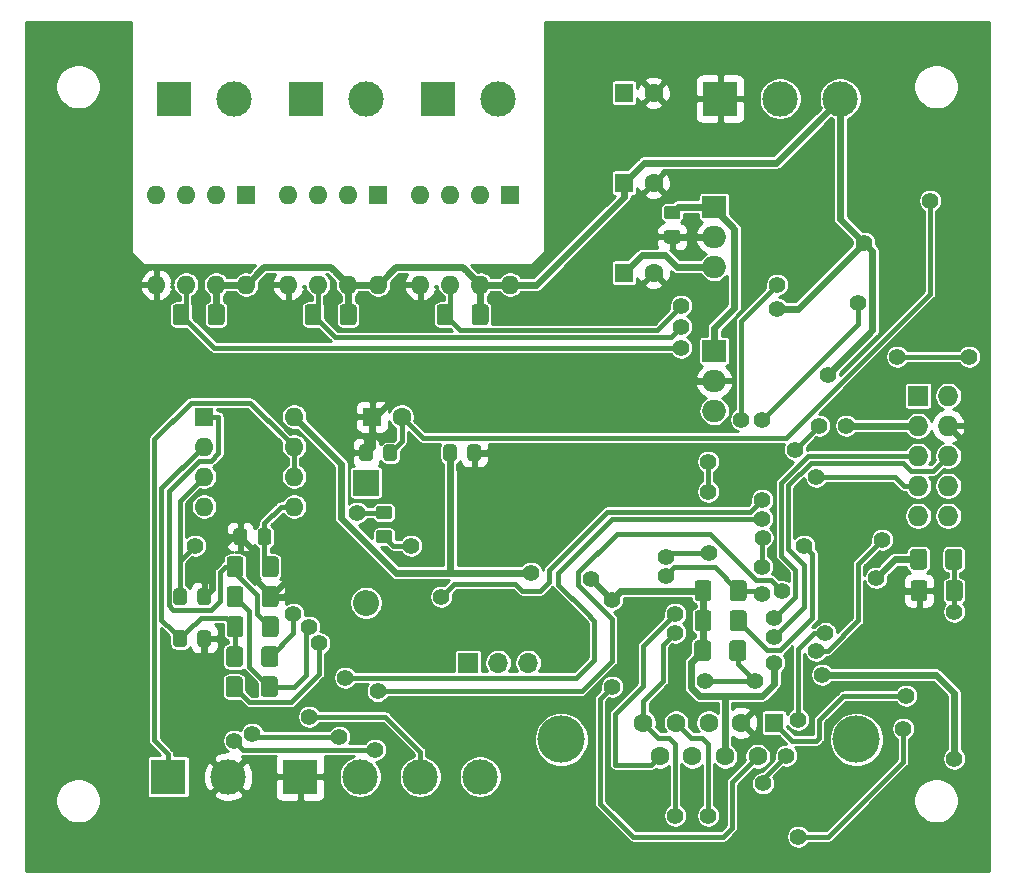
<source format=gbr>
G04 #@! TF.GenerationSoftware,KiCad,Pcbnew,(5.1.7)-1*
G04 #@! TF.CreationDate,2020-09-27T11:12:09+02:00*
G04 #@! TF.ProjectId,YAPSCO,59415053-434f-42e6-9b69-6361645f7063,rev?*
G04 #@! TF.SameCoordinates,PX6a95280PY86ae840*
G04 #@! TF.FileFunction,Copper,L2,Bot*
G04 #@! TF.FilePolarity,Positive*
%FSLAX46Y46*%
G04 Gerber Fmt 4.6, Leading zero omitted, Abs format (unit mm)*
G04 Created by KiCad (PCBNEW (5.1.7)-1) date 2020-09-27 11:12:09*
%MOMM*%
%LPD*%
G01*
G04 APERTURE LIST*
G04 #@! TA.AperFunction,ComponentPad*
%ADD10C,3.000000*%
G04 #@! TD*
G04 #@! TA.AperFunction,ComponentPad*
%ADD11R,3.000000X3.000000*%
G04 #@! TD*
G04 #@! TA.AperFunction,ComponentPad*
%ADD12C,4.000000*%
G04 #@! TD*
G04 #@! TA.AperFunction,ComponentPad*
%ADD13C,1.600000*%
G04 #@! TD*
G04 #@! TA.AperFunction,ComponentPad*
%ADD14R,1.600000X1.600000*%
G04 #@! TD*
G04 #@! TA.AperFunction,ComponentPad*
%ADD15O,2.200000X2.200000*%
G04 #@! TD*
G04 #@! TA.AperFunction,ComponentPad*
%ADD16R,2.200000X2.200000*%
G04 #@! TD*
G04 #@! TA.AperFunction,ComponentPad*
%ADD17O,1.700000X1.700000*%
G04 #@! TD*
G04 #@! TA.AperFunction,ComponentPad*
%ADD18R,1.700000X1.700000*%
G04 #@! TD*
G04 #@! TA.AperFunction,ComponentPad*
%ADD19O,2.000000X1.905000*%
G04 #@! TD*
G04 #@! TA.AperFunction,ComponentPad*
%ADD20R,2.000000X1.905000*%
G04 #@! TD*
G04 #@! TA.AperFunction,ComponentPad*
%ADD21O,1.600000X1.600000*%
G04 #@! TD*
G04 #@! TA.AperFunction,ComponentPad*
%ADD22R,1.727200X1.727200*%
G04 #@! TD*
G04 #@! TA.AperFunction,ComponentPad*
%ADD23O,1.727200X1.727200*%
G04 #@! TD*
G04 #@! TA.AperFunction,ViaPad*
%ADD24C,1.397000*%
G04 #@! TD*
G04 #@! TA.AperFunction,Conductor*
%ADD25C,0.600000*%
G04 #@! TD*
G04 #@! TA.AperFunction,Conductor*
%ADD26C,0.400000*%
G04 #@! TD*
G04 #@! TA.AperFunction,Conductor*
%ADD27C,0.200000*%
G04 #@! TD*
G04 #@! TA.AperFunction,Conductor*
%ADD28C,0.254000*%
G04 #@! TD*
G04 #@! TA.AperFunction,Conductor*
%ADD29C,0.100000*%
G04 #@! TD*
G04 APERTURE END LIST*
D10*
X17780000Y8636000D03*
D11*
X12700000Y8636000D03*
D12*
X70968000Y11788000D03*
X45968000Y11788000D03*
D13*
X54313000Y10368000D03*
X57083000Y10368000D03*
X59853000Y10368000D03*
X62623000Y10368000D03*
X52928000Y13208000D03*
X55698000Y13208000D03*
X58468000Y13208000D03*
X61238000Y13208000D03*
D14*
X64008000Y13208000D03*
G04 #@! TA.AperFunction,SMDPad,CuDef*
G36*
G01*
X54921999Y54922000D02*
X55822001Y54922000D01*
G75*
G02*
X56072000Y54672001I0J-249999D01*
G01*
X56072000Y54021999D01*
G75*
G02*
X55822001Y53772000I-249999J0D01*
G01*
X54921999Y53772000D01*
G75*
G02*
X54672000Y54021999I0J249999D01*
G01*
X54672000Y54672001D01*
G75*
G02*
X54921999Y54922000I249999J0D01*
G01*
G37*
G04 #@! TD.AperFunction*
G04 #@! TA.AperFunction,SMDPad,CuDef*
G36*
G01*
X54921999Y56972000D02*
X55822001Y56972000D01*
G75*
G02*
X56072000Y56722001I0J-249999D01*
G01*
X56072000Y56071999D01*
G75*
G02*
X55822001Y55822000I-249999J0D01*
G01*
X54921999Y55822000D01*
G75*
G02*
X54672000Y56071999I0J249999D01*
G01*
X54672000Y56722001D01*
G75*
G02*
X54921999Y56972000I249999J0D01*
G01*
G37*
G04 #@! TD.AperFunction*
G04 #@! TA.AperFunction,SMDPad,CuDef*
G36*
G01*
X38042000Y35617999D02*
X38042000Y36518001D01*
G75*
G02*
X38291999Y36768000I249999J0D01*
G01*
X38942001Y36768000D01*
G75*
G02*
X39192000Y36518001I0J-249999D01*
G01*
X39192000Y35617999D01*
G75*
G02*
X38942001Y35368000I-249999J0D01*
G01*
X38291999Y35368000D01*
G75*
G02*
X38042000Y35617999I0J249999D01*
G01*
G37*
G04 #@! TD.AperFunction*
G04 #@! TA.AperFunction,SMDPad,CuDef*
G36*
G01*
X35992000Y35617999D02*
X35992000Y36518001D01*
G75*
G02*
X36241999Y36768000I249999J0D01*
G01*
X36892001Y36768000D01*
G75*
G02*
X37142000Y36518001I0J-249999D01*
G01*
X37142000Y35617999D01*
G75*
G02*
X36892001Y35368000I-249999J0D01*
G01*
X36241999Y35368000D01*
G75*
G02*
X35992000Y35617999I0J249999D01*
G01*
G37*
G04 #@! TD.AperFunction*
G04 #@! TA.AperFunction,SMDPad,CuDef*
G36*
G01*
X30930000Y35617999D02*
X30930000Y36518001D01*
G75*
G02*
X31179999Y36768000I249999J0D01*
G01*
X31830001Y36768000D01*
G75*
G02*
X32080000Y36518001I0J-249999D01*
G01*
X32080000Y35617999D01*
G75*
G02*
X31830001Y35368000I-249999J0D01*
G01*
X31179999Y35368000D01*
G75*
G02*
X30930000Y35617999I0J249999D01*
G01*
G37*
G04 #@! TD.AperFunction*
G04 #@! TA.AperFunction,SMDPad,CuDef*
G36*
G01*
X28880000Y35617999D02*
X28880000Y36518001D01*
G75*
G02*
X29129999Y36768000I249999J0D01*
G01*
X29780001Y36768000D01*
G75*
G02*
X30030000Y36518001I0J-249999D01*
G01*
X30030000Y35617999D01*
G75*
G02*
X29780001Y35368000I-249999J0D01*
G01*
X29129999Y35368000D01*
G75*
G02*
X28880000Y35617999I0J249999D01*
G01*
G37*
G04 #@! TD.AperFunction*
D13*
X53808000Y51308000D03*
D14*
X51308000Y51308000D03*
G04 #@! TA.AperFunction,SMDPad,CuDef*
G36*
G01*
X30537999Y29531000D02*
X31438001Y29531000D01*
G75*
G02*
X31688000Y29281001I0J-249999D01*
G01*
X31688000Y28630999D01*
G75*
G02*
X31438001Y28381000I-249999J0D01*
G01*
X30537999Y28381000D01*
G75*
G02*
X30288000Y28630999I0J249999D01*
G01*
X30288000Y29281001D01*
G75*
G02*
X30537999Y29531000I249999J0D01*
G01*
G37*
G04 #@! TD.AperFunction*
G04 #@! TA.AperFunction,SMDPad,CuDef*
G36*
G01*
X30537999Y31581000D02*
X31438001Y31581000D01*
G75*
G02*
X31688000Y31331001I0J-249999D01*
G01*
X31688000Y30680999D01*
G75*
G02*
X31438001Y30431000I-249999J0D01*
G01*
X30537999Y30431000D01*
G75*
G02*
X30288000Y30680999I0J249999D01*
G01*
X30288000Y31331001D01*
G75*
G02*
X30537999Y31581000I249999J0D01*
G01*
G37*
G04 #@! TD.AperFunction*
G04 #@! TA.AperFunction,SMDPad,CuDef*
G36*
G01*
X14282000Y24326001D02*
X14282000Y23425999D01*
G75*
G02*
X14032001Y23176000I-249999J0D01*
G01*
X13381999Y23176000D01*
G75*
G02*
X13132000Y23425999I0J249999D01*
G01*
X13132000Y24326001D01*
G75*
G02*
X13381999Y24576000I249999J0D01*
G01*
X14032001Y24576000D01*
G75*
G02*
X14282000Y24326001I0J-249999D01*
G01*
G37*
G04 #@! TD.AperFunction*
G04 #@! TA.AperFunction,SMDPad,CuDef*
G36*
G01*
X16332000Y24326001D02*
X16332000Y23425999D01*
G75*
G02*
X16082001Y23176000I-249999J0D01*
G01*
X15431999Y23176000D01*
G75*
G02*
X15182000Y23425999I0J249999D01*
G01*
X15182000Y24326001D01*
G75*
G02*
X15431999Y24576000I249999J0D01*
G01*
X16082001Y24576000D01*
G75*
G02*
X16332000Y24326001I0J-249999D01*
G01*
G37*
G04 #@! TD.AperFunction*
G04 #@! TA.AperFunction,SMDPad,CuDef*
G36*
G01*
X15182000Y19869999D02*
X15182000Y20770001D01*
G75*
G02*
X15431999Y21020000I249999J0D01*
G01*
X16082001Y21020000D01*
G75*
G02*
X16332000Y20770001I0J-249999D01*
G01*
X16332000Y19869999D01*
G75*
G02*
X16082001Y19620000I-249999J0D01*
G01*
X15431999Y19620000D01*
G75*
G02*
X15182000Y19869999I0J249999D01*
G01*
G37*
G04 #@! TD.AperFunction*
G04 #@! TA.AperFunction,SMDPad,CuDef*
G36*
G01*
X13132000Y19869999D02*
X13132000Y20770001D01*
G75*
G02*
X13381999Y21020000I249999J0D01*
G01*
X14032001Y21020000D01*
G75*
G02*
X14282000Y20770001I0J-249999D01*
G01*
X14282000Y19869999D01*
G75*
G02*
X14032001Y19620000I-249999J0D01*
G01*
X13381999Y19620000D01*
G75*
G02*
X13132000Y19869999I0J249999D01*
G01*
G37*
G04 #@! TD.AperFunction*
G04 #@! TA.AperFunction,SMDPad,CuDef*
G36*
G01*
X19371000Y29406001D02*
X19371000Y28505999D01*
G75*
G02*
X19121001Y28256000I-249999J0D01*
G01*
X18470999Y28256000D01*
G75*
G02*
X18221000Y28505999I0J249999D01*
G01*
X18221000Y29406001D01*
G75*
G02*
X18470999Y29656000I249999J0D01*
G01*
X19121001Y29656000D01*
G75*
G02*
X19371000Y29406001I0J-249999D01*
G01*
G37*
G04 #@! TD.AperFunction*
G04 #@! TA.AperFunction,SMDPad,CuDef*
G36*
G01*
X21421000Y29406001D02*
X21421000Y28505999D01*
G75*
G02*
X21171001Y28256000I-249999J0D01*
G01*
X20520999Y28256000D01*
G75*
G02*
X20271000Y28505999I0J249999D01*
G01*
X20271000Y29406001D01*
G75*
G02*
X20520999Y29656000I249999J0D01*
G01*
X21171001Y29656000D01*
G75*
G02*
X21421000Y29406001I0J-249999D01*
G01*
G37*
G04 #@! TD.AperFunction*
D13*
X53808000Y66548000D03*
D14*
X51308000Y66548000D03*
D13*
X32472000Y39116000D03*
D14*
X29972000Y39116000D03*
D13*
X53808000Y58928000D03*
D14*
X51308000Y58928000D03*
D15*
X29464000Y23368000D03*
D16*
X29464000Y33528000D03*
D10*
X69596000Y66040000D03*
X64516000Y66040000D03*
D11*
X59436000Y66040000D03*
D17*
X43180000Y18288000D03*
X40640000Y18288000D03*
D18*
X38100000Y18288000D03*
D10*
X40640000Y66040000D03*
D11*
X35560000Y66040000D03*
D10*
X29464000Y66040000D03*
D11*
X24384000Y66040000D03*
D10*
X18288000Y66040000D03*
D11*
X13208000Y66040000D03*
D10*
X39116000Y8636000D03*
D11*
X23876000Y8636000D03*
D10*
X34036000Y8636000D03*
X28956000Y8636000D03*
G04 #@! TA.AperFunction,SMDPad,CuDef*
G36*
G01*
X36853500Y48377000D02*
X36853500Y47127000D01*
G75*
G02*
X36603500Y46877000I-250000J0D01*
G01*
X35678500Y46877000D01*
G75*
G02*
X35428500Y47127000I0J250000D01*
G01*
X35428500Y48377000D01*
G75*
G02*
X35678500Y48627000I250000J0D01*
G01*
X36603500Y48627000D01*
G75*
G02*
X36853500Y48377000I0J-250000D01*
G01*
G37*
G04 #@! TD.AperFunction*
G04 #@! TA.AperFunction,SMDPad,CuDef*
G36*
G01*
X39828500Y48377000D02*
X39828500Y47127000D01*
G75*
G02*
X39578500Y46877000I-250000J0D01*
G01*
X38653500Y46877000D01*
G75*
G02*
X38403500Y47127000I0J250000D01*
G01*
X38403500Y48377000D01*
G75*
G02*
X38653500Y48627000I250000J0D01*
G01*
X39578500Y48627000D01*
G75*
G02*
X39828500Y48377000I0J-250000D01*
G01*
G37*
G04 #@! TD.AperFunction*
G04 #@! TA.AperFunction,SMDPad,CuDef*
G36*
G01*
X25677500Y48377000D02*
X25677500Y47127000D01*
G75*
G02*
X25427500Y46877000I-250000J0D01*
G01*
X24502500Y46877000D01*
G75*
G02*
X24252500Y47127000I0J250000D01*
G01*
X24252500Y48377000D01*
G75*
G02*
X24502500Y48627000I250000J0D01*
G01*
X25427500Y48627000D01*
G75*
G02*
X25677500Y48377000I0J-250000D01*
G01*
G37*
G04 #@! TD.AperFunction*
G04 #@! TA.AperFunction,SMDPad,CuDef*
G36*
G01*
X28652500Y48377000D02*
X28652500Y47127000D01*
G75*
G02*
X28402500Y46877000I-250000J0D01*
G01*
X27477500Y46877000D01*
G75*
G02*
X27227500Y47127000I0J250000D01*
G01*
X27227500Y48377000D01*
G75*
G02*
X27477500Y48627000I250000J0D01*
G01*
X28402500Y48627000D01*
G75*
G02*
X28652500Y48377000I0J-250000D01*
G01*
G37*
G04 #@! TD.AperFunction*
G04 #@! TA.AperFunction,SMDPad,CuDef*
G36*
G01*
X14501500Y48377000D02*
X14501500Y47127000D01*
G75*
G02*
X14251500Y46877000I-250000J0D01*
G01*
X13326500Y46877000D01*
G75*
G02*
X13076500Y47127000I0J250000D01*
G01*
X13076500Y48377000D01*
G75*
G02*
X13326500Y48627000I250000J0D01*
G01*
X14251500Y48627000D01*
G75*
G02*
X14501500Y48377000I0J-250000D01*
G01*
G37*
G04 #@! TD.AperFunction*
G04 #@! TA.AperFunction,SMDPad,CuDef*
G36*
G01*
X17476500Y48377000D02*
X17476500Y47127000D01*
G75*
G02*
X17226500Y46877000I-250000J0D01*
G01*
X16301500Y46877000D01*
G75*
G02*
X16051500Y47127000I0J250000D01*
G01*
X16051500Y48377000D01*
G75*
G02*
X16301500Y48627000I250000J0D01*
G01*
X17226500Y48627000D01*
G75*
G02*
X17476500Y48377000I0J-250000D01*
G01*
G37*
G04 #@! TD.AperFunction*
G04 #@! TA.AperFunction,SMDPad,CuDef*
G36*
G01*
X19000500Y16881000D02*
X19000500Y15631000D01*
G75*
G02*
X18750500Y15381000I-250000J0D01*
G01*
X17825500Y15381000D01*
G75*
G02*
X17575500Y15631000I0J250000D01*
G01*
X17575500Y16881000D01*
G75*
G02*
X17825500Y17131000I250000J0D01*
G01*
X18750500Y17131000D01*
G75*
G02*
X19000500Y16881000I0J-250000D01*
G01*
G37*
G04 #@! TD.AperFunction*
G04 #@! TA.AperFunction,SMDPad,CuDef*
G36*
G01*
X21975500Y16881000D02*
X21975500Y15631000D01*
G75*
G02*
X21725500Y15381000I-250000J0D01*
G01*
X20800500Y15381000D01*
G75*
G02*
X20550500Y15631000I0J250000D01*
G01*
X20550500Y16881000D01*
G75*
G02*
X20800500Y17131000I250000J0D01*
G01*
X21725500Y17131000D01*
G75*
G02*
X21975500Y16881000I0J-250000D01*
G01*
G37*
G04 #@! TD.AperFunction*
G04 #@! TA.AperFunction,SMDPad,CuDef*
G36*
G01*
X20587000Y18171000D02*
X20587000Y19421000D01*
G75*
G02*
X20837000Y19671000I250000J0D01*
G01*
X21762000Y19671000D01*
G75*
G02*
X22012000Y19421000I0J-250000D01*
G01*
X22012000Y18171000D01*
G75*
G02*
X21762000Y17921000I-250000J0D01*
G01*
X20837000Y17921000D01*
G75*
G02*
X20587000Y18171000I0J250000D01*
G01*
G37*
G04 #@! TD.AperFunction*
G04 #@! TA.AperFunction,SMDPad,CuDef*
G36*
G01*
X17612000Y18171000D02*
X17612000Y19421000D01*
G75*
G02*
X17862000Y19671000I250000J0D01*
G01*
X18787000Y19671000D01*
G75*
G02*
X19037000Y19421000I0J-250000D01*
G01*
X19037000Y18171000D01*
G75*
G02*
X18787000Y17921000I-250000J0D01*
G01*
X17862000Y17921000D01*
G75*
G02*
X17612000Y18171000I0J250000D01*
G01*
G37*
G04 #@! TD.AperFunction*
G04 #@! TA.AperFunction,SMDPad,CuDef*
G36*
G01*
X19073500Y21961000D02*
X19073500Y20711000D01*
G75*
G02*
X18823500Y20461000I-250000J0D01*
G01*
X17898500Y20461000D01*
G75*
G02*
X17648500Y20711000I0J250000D01*
G01*
X17648500Y21961000D01*
G75*
G02*
X17898500Y22211000I250000J0D01*
G01*
X18823500Y22211000D01*
G75*
G02*
X19073500Y21961000I0J-250000D01*
G01*
G37*
G04 #@! TD.AperFunction*
G04 #@! TA.AperFunction,SMDPad,CuDef*
G36*
G01*
X22048500Y21961000D02*
X22048500Y20711000D01*
G75*
G02*
X21798500Y20461000I-250000J0D01*
G01*
X20873500Y20461000D01*
G75*
G02*
X20623500Y20711000I0J250000D01*
G01*
X20623500Y21961000D01*
G75*
G02*
X20873500Y22211000I250000J0D01*
G01*
X21798500Y22211000D01*
G75*
G02*
X22048500Y21961000I0J-250000D01*
G01*
G37*
G04 #@! TD.AperFunction*
G04 #@! TA.AperFunction,SMDPad,CuDef*
G36*
G01*
X19073500Y24501000D02*
X19073500Y23251000D01*
G75*
G02*
X18823500Y23001000I-250000J0D01*
G01*
X17898500Y23001000D01*
G75*
G02*
X17648500Y23251000I0J250000D01*
G01*
X17648500Y24501000D01*
G75*
G02*
X17898500Y24751000I250000J0D01*
G01*
X18823500Y24751000D01*
G75*
G02*
X19073500Y24501000I0J-250000D01*
G01*
G37*
G04 #@! TD.AperFunction*
G04 #@! TA.AperFunction,SMDPad,CuDef*
G36*
G01*
X22048500Y24501000D02*
X22048500Y23251000D01*
G75*
G02*
X21798500Y23001000I-250000J0D01*
G01*
X20873500Y23001000D01*
G75*
G02*
X20623500Y23251000I0J250000D01*
G01*
X20623500Y24501000D01*
G75*
G02*
X20873500Y24751000I250000J0D01*
G01*
X21798500Y24751000D01*
G75*
G02*
X22048500Y24501000I0J-250000D01*
G01*
G37*
G04 #@! TD.AperFunction*
G04 #@! TA.AperFunction,SMDPad,CuDef*
G36*
G01*
X19073500Y27041000D02*
X19073500Y25791000D01*
G75*
G02*
X18823500Y25541000I-250000J0D01*
G01*
X17898500Y25541000D01*
G75*
G02*
X17648500Y25791000I0J250000D01*
G01*
X17648500Y27041000D01*
G75*
G02*
X17898500Y27291000I250000J0D01*
G01*
X18823500Y27291000D01*
G75*
G02*
X19073500Y27041000I0J-250000D01*
G01*
G37*
G04 #@! TD.AperFunction*
G04 #@! TA.AperFunction,SMDPad,CuDef*
G36*
G01*
X22048500Y27041000D02*
X22048500Y25791000D01*
G75*
G02*
X21798500Y25541000I-250000J0D01*
G01*
X20873500Y25541000D01*
G75*
G02*
X20623500Y25791000I0J250000D01*
G01*
X20623500Y27041000D01*
G75*
G02*
X20873500Y27291000I250000J0D01*
G01*
X21798500Y27291000D01*
G75*
G02*
X22048500Y27041000I0J-250000D01*
G01*
G37*
G04 #@! TD.AperFunction*
G04 #@! TA.AperFunction,SMDPad,CuDef*
G36*
G01*
X78499000Y26426000D02*
X78499000Y27676000D01*
G75*
G02*
X78749000Y27926000I250000J0D01*
G01*
X79674000Y27926000D01*
G75*
G02*
X79924000Y27676000I0J-250000D01*
G01*
X79924000Y26426000D01*
G75*
G02*
X79674000Y26176000I-250000J0D01*
G01*
X78749000Y26176000D01*
G75*
G02*
X78499000Y26426000I0J250000D01*
G01*
G37*
G04 #@! TD.AperFunction*
G04 #@! TA.AperFunction,SMDPad,CuDef*
G36*
G01*
X75524000Y26426000D02*
X75524000Y27676000D01*
G75*
G02*
X75774000Y27926000I250000J0D01*
G01*
X76699000Y27926000D01*
G75*
G02*
X76949000Y27676000I0J-250000D01*
G01*
X76949000Y26426000D01*
G75*
G02*
X76699000Y26176000I-250000J0D01*
G01*
X75774000Y26176000D01*
G75*
G02*
X75524000Y26426000I0J250000D01*
G01*
G37*
G04 #@! TD.AperFunction*
G04 #@! TA.AperFunction,SMDPad,CuDef*
G36*
G01*
X76985500Y25009000D02*
X76985500Y23759000D01*
G75*
G02*
X76735500Y23509000I-250000J0D01*
G01*
X75810500Y23509000D01*
G75*
G02*
X75560500Y23759000I0J250000D01*
G01*
X75560500Y25009000D01*
G75*
G02*
X75810500Y25259000I250000J0D01*
G01*
X76735500Y25259000D01*
G75*
G02*
X76985500Y25009000I0J-250000D01*
G01*
G37*
G04 #@! TD.AperFunction*
G04 #@! TA.AperFunction,SMDPad,CuDef*
G36*
G01*
X79960500Y25009000D02*
X79960500Y23759000D01*
G75*
G02*
X79710500Y23509000I-250000J0D01*
G01*
X78785500Y23509000D01*
G75*
G02*
X78535500Y23759000I0J250000D01*
G01*
X78535500Y25009000D01*
G75*
G02*
X78785500Y25259000I250000J0D01*
G01*
X79710500Y25259000D01*
G75*
G02*
X79960500Y25009000I0J-250000D01*
G01*
G37*
G04 #@! TD.AperFunction*
G04 #@! TA.AperFunction,SMDPad,CuDef*
G36*
G01*
X60247500Y23759000D02*
X60247500Y25009000D01*
G75*
G02*
X60497500Y25259000I250000J0D01*
G01*
X61422500Y25259000D01*
G75*
G02*
X61672500Y25009000I0J-250000D01*
G01*
X61672500Y23759000D01*
G75*
G02*
X61422500Y23509000I-250000J0D01*
G01*
X60497500Y23509000D01*
G75*
G02*
X60247500Y23759000I0J250000D01*
G01*
G37*
G04 #@! TD.AperFunction*
G04 #@! TA.AperFunction,SMDPad,CuDef*
G36*
G01*
X57272500Y23759000D02*
X57272500Y25009000D01*
G75*
G02*
X57522500Y25259000I250000J0D01*
G01*
X58447500Y25259000D01*
G75*
G02*
X58697500Y25009000I0J-250000D01*
G01*
X58697500Y23759000D01*
G75*
G02*
X58447500Y23509000I-250000J0D01*
G01*
X57522500Y23509000D01*
G75*
G02*
X57272500Y23759000I0J250000D01*
G01*
G37*
G04 #@! TD.AperFunction*
G04 #@! TA.AperFunction,SMDPad,CuDef*
G36*
G01*
X60247500Y21219000D02*
X60247500Y22469000D01*
G75*
G02*
X60497500Y22719000I250000J0D01*
G01*
X61422500Y22719000D01*
G75*
G02*
X61672500Y22469000I0J-250000D01*
G01*
X61672500Y21219000D01*
G75*
G02*
X61422500Y20969000I-250000J0D01*
G01*
X60497500Y20969000D01*
G75*
G02*
X60247500Y21219000I0J250000D01*
G01*
G37*
G04 #@! TD.AperFunction*
G04 #@! TA.AperFunction,SMDPad,CuDef*
G36*
G01*
X57272500Y21219000D02*
X57272500Y22469000D01*
G75*
G02*
X57522500Y22719000I250000J0D01*
G01*
X58447500Y22719000D01*
G75*
G02*
X58697500Y22469000I0J-250000D01*
G01*
X58697500Y21219000D01*
G75*
G02*
X58447500Y20969000I-250000J0D01*
G01*
X57522500Y20969000D01*
G75*
G02*
X57272500Y21219000I0J250000D01*
G01*
G37*
G04 #@! TD.AperFunction*
G04 #@! TA.AperFunction,SMDPad,CuDef*
G36*
G01*
X60211000Y18679000D02*
X60211000Y19929000D01*
G75*
G02*
X60461000Y20179000I250000J0D01*
G01*
X61386000Y20179000D01*
G75*
G02*
X61636000Y19929000I0J-250000D01*
G01*
X61636000Y18679000D01*
G75*
G02*
X61386000Y18429000I-250000J0D01*
G01*
X60461000Y18429000D01*
G75*
G02*
X60211000Y18679000I0J250000D01*
G01*
G37*
G04 #@! TD.AperFunction*
G04 #@! TA.AperFunction,SMDPad,CuDef*
G36*
G01*
X57236000Y18679000D02*
X57236000Y19929000D01*
G75*
G02*
X57486000Y20179000I250000J0D01*
G01*
X58411000Y20179000D01*
G75*
G02*
X58661000Y19929000I0J-250000D01*
G01*
X58661000Y18679000D01*
G75*
G02*
X58411000Y18429000I-250000J0D01*
G01*
X57486000Y18429000D01*
G75*
G02*
X57236000Y18679000I0J250000D01*
G01*
G37*
G04 #@! TD.AperFunction*
D19*
X58928000Y39624000D03*
X58928000Y42164000D03*
D20*
X58928000Y44704000D03*
D21*
X41656000Y50292000D03*
X34036000Y57912000D03*
X39116000Y50292000D03*
X36576000Y57912000D03*
X36576000Y50292000D03*
X39116000Y57912000D03*
X34036000Y50292000D03*
D14*
X41656000Y57912000D03*
D21*
X30480000Y50292000D03*
X22860000Y57912000D03*
X27940000Y50292000D03*
X25400000Y57912000D03*
X25400000Y50292000D03*
X27940000Y57912000D03*
X22860000Y50292000D03*
D14*
X30480000Y57912000D03*
X19304000Y57912000D03*
D21*
X11684000Y50292000D03*
X16764000Y57912000D03*
X14224000Y50292000D03*
X14224000Y57912000D03*
X16764000Y50292000D03*
X11684000Y57912000D03*
X19304000Y50292000D03*
X23368000Y39116000D03*
X15748000Y31496000D03*
X23368000Y36576000D03*
X15748000Y34036000D03*
X23368000Y34036000D03*
X15748000Y36576000D03*
X23368000Y31496000D03*
D14*
X15748000Y39116000D03*
D19*
X58928000Y51816000D03*
X58928000Y54356000D03*
D20*
X58928000Y56896000D03*
D22*
X76200000Y40894000D03*
D23*
X78740000Y40894000D03*
X76200000Y38354000D03*
X78740000Y38354000D03*
X76200000Y35814000D03*
X78740000Y35814000D03*
X76200000Y33274000D03*
X78740000Y33274000D03*
X76200000Y30734000D03*
X78740000Y30734000D03*
D24*
X72644000Y23876000D03*
X74930000Y28956000D03*
X38100000Y23876000D03*
X23285500Y25654000D03*
X74561138Y19418862D03*
X47244000Y36068000D03*
X66802000Y32512000D03*
X43434000Y25907994D03*
X33274000Y28194000D03*
X77216000Y57404000D03*
X28702000Y30988000D03*
X71628000Y53848000D03*
X70104000Y38354000D03*
X72644000Y25476203D03*
X64262000Y48260020D03*
X68580000Y42672000D03*
X50291974Y23622000D03*
X48514000Y25400000D03*
X64008010Y18288000D03*
X68072000Y17272000D03*
X79248000Y10160000D03*
X14986000Y28194000D03*
X24638000Y21336000D03*
X55626000Y20828000D03*
X55626000Y5334000D03*
X66040000Y3556000D03*
X74930000Y12700000D03*
X75184000Y15494000D03*
X55626000Y22428203D03*
X50292000Y16256000D03*
X65024000Y10414000D03*
X63056668Y8069489D03*
X66040000Y13462000D03*
X68340339Y20798226D03*
X67564000Y19304000D03*
X73152000Y28702000D03*
X56134000Y48514000D03*
X62992000Y38862000D03*
X71120000Y48768000D03*
X64008000Y22098000D03*
X64008000Y20500987D03*
X56134000Y44958000D03*
X67818000Y38354000D03*
X65771235Y36336763D03*
X67564000Y34035990D03*
X56134000Y46736000D03*
X74422000Y44196000D03*
X80518000Y44195990D03*
X24638000Y13716000D03*
X79248000Y22606000D03*
X64262000Y50292000D03*
X58420000Y35306000D03*
X58420000Y32766000D03*
X61214000Y38862000D03*
X27686000Y17018000D03*
X62992000Y30479982D03*
X25482510Y19941225D03*
X23294475Y22437691D03*
X30434286Y15885507D03*
X64687500Y24342703D03*
X18288000Y11684000D03*
X30226002Y10922000D03*
X27192757Y12020500D03*
X19812000Y12263490D03*
X35814000Y23876000D03*
X62992000Y32076985D03*
X54864000Y25653994D03*
X62992000Y24130000D03*
X58496257Y27609743D03*
X54864000Y27251013D03*
X62992000Y26416000D03*
X66548000Y28194000D03*
X63042945Y28883787D03*
X58166000Y16764000D03*
X62415460Y16701229D03*
X58420000Y5334000D03*
D25*
X55381000Y54356000D02*
X55372000Y54347000D01*
X58928000Y54356000D02*
X55381000Y54356000D01*
X56928000Y42164000D02*
X58928000Y42164000D01*
X33295262Y42164000D02*
X56928000Y42164000D01*
X30247262Y39116000D02*
X33295262Y42164000D01*
X29972000Y39116000D02*
X30247262Y39116000D01*
X29972000Y36585000D02*
X29455000Y36068000D01*
X29972000Y39116000D02*
X29972000Y36585000D01*
X73152000Y24384000D02*
X76273000Y24384000D01*
X72644000Y23876000D02*
X73152000Y24384000D01*
X79603599Y37490401D02*
X78740000Y38354000D01*
X80103601Y36990399D02*
X79603599Y37490401D01*
X80103601Y30079471D02*
X80103601Y36990399D01*
X78980130Y28956000D02*
X80103601Y30079471D01*
X74930000Y28956000D02*
X78980130Y28956000D01*
X18121000Y28956000D02*
X18796000Y28956000D01*
X16380372Y27215372D02*
X18121000Y28956000D01*
X16380372Y24499372D02*
X16380372Y27215372D01*
X15757000Y23876000D02*
X16380372Y24499372D01*
X21336000Y24130000D02*
X21336000Y23876000D01*
X19812000Y25654000D02*
X21336000Y24130000D01*
X18796000Y28956000D02*
X19812000Y27940000D01*
X19812000Y27940000D02*
X19812000Y25654000D01*
X23114000Y25654000D02*
X21336000Y23876000D01*
X23285500Y25654000D02*
X23114000Y25654000D01*
X74561138Y21958862D02*
X72644000Y23876000D01*
X74561138Y19418862D02*
X74561138Y21958862D01*
X38617000Y36068000D02*
X47244000Y36068000D01*
X15748000Y14206000D02*
X15757000Y14215000D01*
X17780000Y8636000D02*
X15748000Y10668000D01*
X15748000Y10668000D02*
X15748000Y14206000D01*
X15748000Y20311000D02*
X15757000Y20320000D01*
X15757000Y14215000D02*
X15748000Y14224000D01*
X15748000Y14224000D02*
X15748000Y20311000D01*
X67789828Y32512000D02*
X66802000Y32512000D01*
X71374000Y32512000D02*
X67789828Y32512000D01*
X74930000Y28956000D02*
X71374000Y32512000D01*
X35814000Y21590000D02*
X38100000Y23876000D01*
X26427012Y17283012D02*
X26427012Y19042242D01*
X15757000Y13462000D02*
X22606000Y13462000D01*
X26427012Y19042242D02*
X28974770Y21590000D01*
X15757000Y14215000D02*
X15757000Y13462000D01*
X22606000Y13462000D02*
X26427012Y17283012D01*
X28974770Y21590000D02*
X35814000Y21590000D01*
X26416000Y21590000D02*
X28956000Y21590000D01*
X21336000Y23876000D02*
X24130000Y23876000D01*
X24130000Y23876000D02*
X26416000Y21590000D01*
X58928000Y51816000D02*
X58975500Y51816000D01*
X52811201Y52811201D02*
X51308000Y51308000D01*
X54784755Y52811201D02*
X52811201Y52811201D01*
X55779956Y51816000D02*
X54784755Y52811201D01*
X58928000Y51816000D02*
X55779956Y51816000D01*
X27355999Y30560219D02*
X32008218Y25908000D01*
X27355999Y35128001D02*
X27355999Y30560219D01*
X23368000Y39116000D02*
X27355999Y35128001D01*
X36576000Y34544000D02*
X36576000Y25908000D01*
X36567000Y34553000D02*
X36576000Y34544000D01*
X36567000Y36068000D02*
X36567000Y34553000D01*
X32008218Y25908000D02*
X36576000Y25908000D01*
X42446172Y25907994D02*
X43434000Y25907994D01*
X36576006Y25907994D02*
X42446172Y25907994D01*
X36576000Y25908000D02*
X36576006Y25907994D01*
D26*
X32286172Y28194000D02*
X33274000Y28194000D01*
X31750000Y28194000D02*
X32286172Y28194000D01*
X30988000Y28956000D02*
X31750000Y28194000D01*
X32472000Y37035000D02*
X31505000Y36068000D01*
X32472000Y39116000D02*
X32472000Y37035000D01*
X77216000Y49530000D02*
X77216000Y56416172D01*
X34250000Y37338000D02*
X65024000Y37338000D01*
X77216000Y56416172D02*
X77216000Y57404000D01*
X32472000Y39116000D02*
X34250000Y37338000D01*
X65024000Y37338000D02*
X77216000Y49530000D01*
D25*
X55871000Y56896000D02*
X55372000Y56397000D01*
X58928000Y56896000D02*
X55871000Y56896000D01*
X58928000Y46656500D02*
X58928000Y44704000D01*
X60631210Y48359710D02*
X58928000Y46656500D01*
X60631210Y55041817D02*
X60631210Y48359710D01*
X58928000Y56745027D02*
X60631210Y55041817D01*
X58928000Y56896000D02*
X58928000Y56745027D01*
D26*
X30970000Y30988000D02*
X30988000Y31006000D01*
X28702000Y30988000D02*
X30970000Y30988000D01*
D25*
X69596000Y66040000D02*
X69596000Y55880000D01*
X69596000Y55880000D02*
X71628000Y53848000D01*
X53011201Y60631201D02*
X51308000Y58928000D01*
X64187201Y60631201D02*
X53011201Y60631201D01*
X69596000Y66040000D02*
X64187201Y60631201D01*
X64008000Y13208000D02*
X64008000Y13244500D01*
X42787370Y50292000D02*
X41656000Y50292000D01*
X43872000Y50292000D02*
X42787370Y50292000D01*
X51308000Y57728000D02*
X43872000Y50292000D01*
X51308000Y58928000D02*
X51308000Y57728000D01*
X41656000Y50292000D02*
X39116000Y50292000D01*
X39116000Y50292000D02*
X39116000Y47752000D01*
X30480000Y50292000D02*
X27940000Y50292000D01*
X27940000Y50292000D02*
X27940000Y47752000D01*
X19304000Y50292000D02*
X16764000Y50292000D01*
X16764000Y50292000D02*
X16764000Y47752000D01*
X31279999Y51091999D02*
X30480000Y50292000D01*
X31683201Y51495201D02*
X31279999Y51091999D01*
X39116000Y50292000D02*
X37912799Y51495201D01*
X20103999Y51091999D02*
X19304000Y50292000D01*
X20507201Y51495201D02*
X20103999Y51091999D01*
X27940000Y50292000D02*
X26736799Y51495201D01*
X76200000Y38354000D02*
X70104000Y38354000D01*
X74218797Y27051000D02*
X72644000Y25476203D01*
X76236500Y27051000D02*
X74218797Y27051000D01*
X32004000Y51816000D02*
X31683201Y51495201D01*
X37912799Y51495201D02*
X37592000Y51816000D01*
X37592000Y51816000D02*
X32004000Y51816000D01*
X20828000Y51816000D02*
X20507201Y51495201D01*
X26736799Y51495201D02*
X26416000Y51816000D01*
X26416000Y51816000D02*
X20828000Y51816000D01*
X71628000Y53848000D02*
X66040020Y48260020D01*
X66040020Y48260020D02*
X65249828Y48260020D01*
X65249828Y48260020D02*
X64262000Y48260020D01*
X72326499Y46418499D02*
X68580000Y42672000D01*
X71628000Y53848000D02*
X72326499Y53149501D01*
X72326499Y53149501D02*
X72326499Y46418499D01*
X57948500Y21807500D02*
X57985000Y21844000D01*
X57948500Y19304000D02*
X57948500Y21807500D01*
X57985000Y24384000D02*
X57985000Y21844000D01*
X56967499Y18322999D02*
X56967499Y16188719D01*
X57948500Y19304000D02*
X56967499Y18322999D01*
X50990473Y24320499D02*
X50291974Y23622000D01*
X51053974Y24384000D02*
X50990473Y24320499D01*
X57985000Y24384000D02*
X51053974Y24384000D01*
X48514000Y25399974D02*
X48514000Y25400000D01*
X50291974Y23622000D02*
X48514000Y25399974D01*
X64008000Y18287990D02*
X64008010Y18288000D01*
X64008010Y16519997D02*
X64008010Y18288000D01*
X62990741Y15502728D02*
X64008010Y16519997D01*
X56967499Y16188719D02*
X57653490Y15502728D01*
X59853000Y15403000D02*
X59952728Y15502728D01*
X59853000Y10368000D02*
X59853000Y15403000D01*
X59952728Y15502728D02*
X62990741Y15502728D01*
X57653490Y15502728D02*
X59952728Y15502728D01*
X68072000Y17272000D02*
X77724000Y17272000D01*
X77724000Y17272000D02*
X79248000Y15748000D01*
X79248000Y15748000D02*
X79248000Y10160000D01*
D26*
X13707000Y31995000D02*
X13707000Y23876000D01*
X15748000Y34036000D02*
X13707000Y31995000D01*
X13707000Y23876000D02*
X13707000Y26915000D01*
X13707000Y26915000D02*
X14986000Y28194000D01*
X20491653Y17027347D02*
X21263000Y16256000D01*
X19558000Y17961000D02*
X20491653Y17027347D01*
X18361000Y23876000D02*
X19558000Y22679000D01*
X19558000Y22679000D02*
X19558000Y17961000D01*
X24384000Y21082000D02*
X24638000Y21336000D01*
X24384000Y17272000D02*
X24384000Y21082000D01*
X21263000Y16256000D02*
X23368000Y16256000D01*
X23368000Y16256000D02*
X24384000Y17272000D01*
X14330372Y20943372D02*
X13707000Y20320000D01*
X15494347Y22107347D02*
X14330372Y20943372D01*
X17589653Y22107347D02*
X15494347Y22107347D01*
X18361000Y21336000D02*
X17589653Y22107347D01*
X18324500Y21299500D02*
X18361000Y21336000D01*
X18324500Y18796000D02*
X18324500Y21299500D01*
X13083628Y20943372D02*
X13707000Y20320000D01*
X12131980Y21895020D02*
X13083628Y20943372D01*
X12131980Y33046522D02*
X12131980Y21895020D01*
X15661458Y36576000D02*
X12131980Y33046522D01*
X15748000Y36576000D02*
X15661458Y36576000D01*
X20846000Y29756000D02*
X20846000Y28956000D01*
X20846000Y30105370D02*
X20846000Y29756000D01*
X22236630Y31496000D02*
X20846000Y30105370D01*
X23368000Y31496000D02*
X22236630Y31496000D01*
X20846000Y26906000D02*
X21336000Y26416000D01*
X20846000Y28956000D02*
X20846000Y26906000D01*
X55698000Y20756000D02*
X55626000Y20828000D01*
X55626000Y20828000D02*
X54610000Y19812000D01*
X54610000Y19812000D02*
X54610000Y16764000D01*
X52928000Y15082000D02*
X52928000Y13208000D01*
X54610000Y16764000D02*
X52928000Y15082000D01*
X52928000Y13208000D02*
X53249002Y13208000D01*
X55118000Y11938000D02*
X55626000Y11430000D01*
X54198000Y11938000D02*
X55118000Y11938000D01*
X52928000Y13208000D02*
X54198000Y11938000D01*
X55626000Y10668000D02*
X55626000Y5334000D01*
X55626000Y11430000D02*
X55626000Y10668000D01*
X66040000Y3556000D02*
X68580000Y3556000D01*
X68580000Y3556000D02*
X74930000Y9906000D01*
X74930000Y9906000D02*
X74930000Y12700000D01*
X74930000Y12700000D02*
X74930000Y12700000D01*
X57150000Y10301000D02*
X57083000Y10368000D01*
X75184000Y15494000D02*
X75184000Y15494000D01*
X67818000Y13462000D02*
X69850000Y15494000D01*
X69850000Y15494000D02*
X75184000Y15494000D01*
X67818000Y11938000D02*
X67818000Y13462000D01*
X67564000Y11684000D02*
X67818000Y11938000D01*
X65532000Y11684000D02*
X67564000Y11684000D01*
X64008000Y13208000D02*
X65532000Y11684000D01*
D25*
X54313000Y10368000D02*
X54310000Y10368000D01*
D26*
X52928000Y19730203D02*
X55626000Y22428203D01*
X52928000Y19730203D02*
X52928000Y16352000D01*
X50546000Y13970000D02*
X50546000Y9652000D01*
X52928000Y16352000D02*
X50546000Y13970000D01*
X53597000Y9652000D02*
X54313000Y10368000D01*
X50546000Y9652000D02*
X53597000Y9652000D01*
X60444008Y8189008D02*
X60444008Y6357992D01*
X62623000Y10368000D02*
X60444008Y8189008D01*
X60444008Y6357992D02*
X60444008Y4310008D01*
X60444008Y4310008D02*
X59690000Y3556000D01*
X59690000Y3556000D02*
X52070000Y3556000D01*
X52070000Y3556000D02*
X49784000Y5842000D01*
X49784000Y5842000D02*
X49276000Y6350000D01*
X49276000Y6350000D02*
X49276000Y15240000D01*
X49276000Y15240000D02*
X50292000Y16256000D01*
X50292000Y16256000D02*
X50292000Y16256000D01*
X65024000Y10414000D02*
X63056668Y8446668D01*
X63056668Y8446668D02*
X63056668Y8069489D01*
X67352511Y20798226D02*
X68340339Y20798226D01*
X66040000Y19485715D02*
X67352511Y20798226D01*
X66040000Y13462000D02*
X66040000Y19485715D01*
X36576000Y48187000D02*
X36141000Y47752000D01*
X36576000Y50292000D02*
X36576000Y48187000D01*
X54096990Y46476990D02*
X56134000Y48514000D01*
X36141000Y47752000D02*
X37416010Y46476990D01*
X37416010Y46476990D02*
X54096990Y46476990D01*
X67564000Y19304000D02*
X68551828Y19304000D01*
X71120000Y26670000D02*
X72453501Y28003501D01*
X68551828Y19304000D02*
X71120000Y21872172D01*
X72453501Y28003501D02*
X73152000Y28702000D01*
X71120000Y21872172D02*
X71120000Y26670000D01*
X62992000Y38862000D02*
X71120000Y46990000D01*
X71120000Y46990000D02*
X71120000Y48768000D01*
X65786000Y23876000D02*
X64008000Y22098000D01*
X65786000Y26162000D02*
X65786000Y23876000D01*
X64595488Y27352512D02*
X65786000Y26162000D01*
X64595488Y33541815D02*
X64595488Y27352512D01*
X76200000Y35814000D02*
X66867673Y35814000D01*
X66867673Y35814000D02*
X64595488Y33541815D01*
X64008000Y20574000D02*
X64008000Y20500987D01*
X66548000Y23012218D02*
X64109782Y20574000D01*
X66548000Y26568218D02*
X66548000Y23012218D01*
X65195499Y27920719D02*
X66548000Y26568218D01*
X74936399Y35207471D02*
X67109687Y35207471D01*
X65195499Y33293283D02*
X65195499Y27920719D01*
X77476399Y34550399D02*
X75593471Y34550399D01*
X78740000Y35814000D02*
X77476399Y34550399D01*
X64109782Y20574000D02*
X64008000Y20574000D01*
X75593471Y34550399D02*
X74936399Y35207471D01*
X67109687Y35207471D02*
X65195499Y33293283D01*
X14224000Y48187000D02*
X13789000Y47752000D01*
X14224000Y50292000D02*
X14224000Y48187000D01*
X13789000Y47752000D02*
X16583000Y44958000D01*
X16583000Y44958000D02*
X56134000Y44958000D01*
X65800763Y36336763D02*
X65771235Y36336763D01*
X67818000Y38354000D02*
X65800763Y36336763D01*
X74978686Y33274000D02*
X74216686Y34036000D01*
X76200000Y33274000D02*
X74978686Y33274000D01*
X74216686Y34036000D02*
X68551838Y34036000D01*
X68551828Y34035990D02*
X67564000Y34035990D01*
X68551838Y34036000D02*
X68551828Y34035990D01*
X25400000Y48187000D02*
X24965000Y47752000D01*
X25400000Y50292000D02*
X25400000Y48187000D01*
X55274981Y45876981D02*
X56134000Y46736000D01*
X24965000Y47752000D02*
X26840019Y45876981D01*
X26840019Y45876981D02*
X55274981Y45876981D01*
X80517990Y44196000D02*
X80518000Y44195990D01*
X74422000Y44196000D02*
X80517990Y44196000D01*
X23368000Y36576000D02*
X23368000Y34036000D01*
X22568001Y37375999D02*
X23368000Y36576000D01*
X14627999Y40316001D02*
X19627999Y40316001D01*
X11531971Y37219973D02*
X14627999Y40316001D01*
X11531971Y11704029D02*
X11531971Y37219973D01*
X12700000Y10536000D02*
X11531971Y11704029D01*
X19627999Y40316001D02*
X22568001Y37375999D01*
X12700000Y8636000D02*
X12700000Y10536000D01*
X31077320Y13716000D02*
X25625828Y13716000D01*
X34036000Y8636000D02*
X34036000Y10757320D01*
X34036000Y10757320D02*
X31077320Y13716000D01*
X25625828Y13716000D02*
X24638000Y13716000D01*
X79211500Y24420500D02*
X79248000Y24384000D01*
X79211500Y27051000D02*
X79211500Y24420500D01*
X79248000Y24384000D02*
X79248000Y23368000D01*
X79248000Y23368000D02*
X79248000Y22606000D01*
X79248000Y22606000D02*
X79248000Y22606000D01*
X58420000Y35306000D02*
X58420000Y32766000D01*
X61214000Y39849828D02*
X61214000Y38862000D01*
X61214000Y47244000D02*
X61214000Y39849828D01*
X64262000Y50292000D02*
X61214000Y47244000D01*
X27686000Y17018000D02*
X47244000Y17018000D01*
X47244000Y17018000D02*
X47752000Y17526000D01*
X19563010Y14980990D02*
X23108990Y14980990D01*
X23108990Y14980990D02*
X25482510Y17354510D01*
X18288000Y16256000D02*
X19563010Y14980990D01*
X25482510Y17354510D02*
X25482510Y18953397D01*
X25482510Y18953397D02*
X25482510Y19941225D01*
X48069485Y22542499D02*
X48767984Y21844000D01*
X45720000Y24891984D02*
X48069485Y22542499D01*
X45720000Y25908000D02*
X45720000Y24891984D01*
X62992000Y30479982D02*
X50291982Y30479982D01*
X50291982Y30479982D02*
X45720000Y25908000D01*
X47752000Y17526000D02*
X48768000Y18542000D01*
X48767984Y18542016D02*
X48767984Y21844000D01*
D27*
X48768000Y18542000D02*
X48767984Y18542016D01*
D26*
X21299500Y18796000D02*
X23294475Y20790975D01*
X23294475Y20790975D02*
X23294475Y22437691D01*
X30434286Y15885507D02*
X47708510Y15885507D01*
X47415499Y25927281D02*
X50698218Y29210000D01*
X47415499Y24872719D02*
X47415499Y25927281D01*
X50292000Y21996218D02*
X47415499Y24872719D01*
X63712704Y25317499D02*
X64687500Y24342703D01*
X62464719Y25317499D02*
X63712704Y25317499D01*
X50698218Y29210000D02*
X58572218Y29210000D01*
X58572218Y29210000D02*
X62464719Y25317499D01*
X50292000Y18468997D02*
X50292000Y21996218D01*
X47708510Y15885507D02*
X50292000Y18468997D01*
X20564653Y22107347D02*
X21336000Y21336000D01*
X20223490Y22448510D02*
X20564653Y22107347D01*
X20223490Y24020266D02*
X20223490Y22448510D01*
X18361000Y25882756D02*
X20223490Y24020266D01*
X18361000Y26416000D02*
X18361000Y25882756D01*
X16948000Y39116000D02*
X15748000Y39116000D01*
X12731990Y23156754D02*
X12731990Y32797990D01*
X13112754Y22775990D02*
X12731990Y23156754D01*
X16351246Y22775990D02*
X13112754Y22775990D01*
X17080382Y23505126D02*
X16351246Y22775990D01*
X16948001Y35999999D02*
X16948000Y39116000D01*
X15309999Y35375999D02*
X16324001Y35375999D01*
X17080382Y25947882D02*
X17080382Y23505126D01*
X16324001Y35375999D02*
X16948001Y35999999D01*
X12731990Y32797990D02*
X15309999Y35375999D01*
X17548500Y26416000D02*
X17080382Y25947882D01*
X18361000Y26416000D02*
X17548500Y26416000D01*
X29238174Y10922000D02*
X30226002Y10922000D01*
X19050000Y10922000D02*
X29238174Y10922000D01*
X18288000Y11684000D02*
X19050000Y10922000D01*
X27192757Y12020500D02*
X20054990Y12020500D01*
X20054990Y12020500D02*
X19812000Y12263490D01*
X35814000Y23876000D02*
X36912501Y24974501D01*
X36912501Y24974501D02*
X40049499Y24974501D01*
X62293501Y31378486D02*
X62992000Y32076985D01*
X61995008Y31079993D02*
X62293501Y31378486D01*
X49875993Y31079993D02*
X61995008Y31079993D01*
X44958000Y26162000D02*
X49875993Y31079993D01*
X40049499Y24974501D02*
X42081499Y24974501D01*
X42081499Y24974501D02*
X42672000Y24384000D01*
X42672000Y24384000D02*
X44196000Y24384000D01*
X44958000Y25146000D02*
X44958000Y26162000D01*
X44196000Y24384000D02*
X44958000Y25146000D01*
X55562499Y26352493D02*
X54864000Y25653994D01*
X60960000Y24384000D02*
X58991507Y26352493D01*
X58991507Y26352493D02*
X55562499Y26352493D01*
X62738000Y24384000D02*
X62992000Y24130000D01*
X60960000Y24384000D02*
X62738000Y24384000D01*
X55222730Y27609743D02*
X54864000Y27251013D01*
X58496257Y27609743D02*
X55222730Y27609743D01*
X62992000Y28832842D02*
X63042945Y28883787D01*
X62992000Y26416000D02*
X62992000Y28832842D01*
X60960000Y21844000D02*
X63401514Y19402486D01*
X67246499Y22113704D02*
X67246499Y27495501D01*
X63401514Y19402486D02*
X64535281Y19402486D01*
X67246499Y27495501D02*
X66548000Y28194000D01*
X64535281Y19402486D02*
X67246499Y22113704D01*
X60923500Y18193189D02*
X61716961Y17399728D01*
X58166000Y16764000D02*
X62352689Y16764000D01*
X62352689Y16764000D02*
X62415460Y16701229D01*
X61716961Y17399728D02*
X62415460Y16701229D01*
X60923500Y19304000D02*
X60923500Y18193189D01*
X55698000Y13208000D02*
X56968000Y11938000D01*
X56968000Y11938000D02*
X57912000Y11938000D01*
X57912000Y11938000D02*
X58420000Y11430000D01*
X58420000Y11430000D02*
X58420000Y5334000D01*
X58420000Y5334000D02*
X58420000Y5334000D01*
D28*
X9525000Y53086000D02*
X9527440Y53061224D01*
X9534667Y53037399D01*
X9546403Y53015443D01*
X9562197Y52996197D01*
X10578197Y51980197D01*
X10597443Y51964403D01*
X10619399Y51952667D01*
X10643224Y51945440D01*
X10668000Y51943000D01*
X20068289Y51943000D01*
X19682423Y51557134D01*
X19682417Y51557129D01*
X19522838Y51397550D01*
X19415000Y51419000D01*
X19193000Y51419000D01*
X18975266Y51375690D01*
X18770165Y51290734D01*
X18585579Y51167398D01*
X18428602Y51010421D01*
X18367517Y50919000D01*
X17700483Y50919000D01*
X17639398Y51010421D01*
X17482421Y51167398D01*
X17297835Y51290734D01*
X17092734Y51375690D01*
X16875000Y51419000D01*
X16653000Y51419000D01*
X16435266Y51375690D01*
X16230165Y51290734D01*
X16045579Y51167398D01*
X15888602Y51010421D01*
X15765266Y50825835D01*
X15680310Y50620734D01*
X15637000Y50403000D01*
X15637000Y50181000D01*
X15680310Y49963266D01*
X15765266Y49758165D01*
X15888602Y49573579D01*
X16045579Y49416602D01*
X16137000Y49355516D01*
X16137001Y48928805D01*
X16080086Y48911540D01*
X15980057Y48858073D01*
X15892381Y48786119D01*
X15820427Y48698443D01*
X15766960Y48598414D01*
X15734035Y48489876D01*
X15722918Y48377000D01*
X15722918Y47127000D01*
X15734035Y47014124D01*
X15766960Y46905586D01*
X15820427Y46805557D01*
X15892381Y46717881D01*
X15980057Y46645927D01*
X16080086Y46592460D01*
X16188624Y46559535D01*
X16301500Y46548418D01*
X17226500Y46548418D01*
X17339376Y46559535D01*
X17447914Y46592460D01*
X17547943Y46645927D01*
X17635619Y46717881D01*
X17707573Y46805557D01*
X17761040Y46905586D01*
X17793965Y47014124D01*
X17805082Y47127000D01*
X17805082Y48377000D01*
X17793965Y48489876D01*
X17761040Y48598414D01*
X17707573Y48698443D01*
X17635619Y48786119D01*
X17547943Y48858073D01*
X17447914Y48911540D01*
X17391000Y48928805D01*
X17391000Y49355517D01*
X17482421Y49416602D01*
X17639398Y49573579D01*
X17700483Y49665000D01*
X18367517Y49665000D01*
X18428602Y49573579D01*
X18585579Y49416602D01*
X18770165Y49293266D01*
X18975266Y49208310D01*
X19193000Y49165000D01*
X19415000Y49165000D01*
X19632734Y49208310D01*
X19837835Y49293266D01*
X20022421Y49416602D01*
X20179398Y49573579D01*
X20302734Y49758165D01*
X20379278Y49942960D01*
X21468091Y49942960D01*
X21562930Y49678119D01*
X21707615Y49436869D01*
X21896586Y49228481D01*
X22122580Y49060963D01*
X22376913Y48940754D01*
X22510961Y48900096D01*
X22733000Y49022085D01*
X22733000Y50165000D01*
X21589376Y50165000D01*
X21468091Y49942960D01*
X20379278Y49942960D01*
X20387690Y49963266D01*
X20431000Y50181000D01*
X20431000Y50403000D01*
X20409550Y50510838D01*
X20569129Y50670417D01*
X20569134Y50670423D01*
X21087711Y51189000D01*
X21745583Y51189000D01*
X21707615Y51147131D01*
X21562930Y50905881D01*
X21468091Y50641040D01*
X21589376Y50419000D01*
X22733000Y50419000D01*
X22733000Y50439000D01*
X22987000Y50439000D01*
X22987000Y50419000D01*
X23007000Y50419000D01*
X23007000Y50165000D01*
X22987000Y50165000D01*
X22987000Y49022085D01*
X23209039Y48900096D01*
X23343087Y48940754D01*
X23597420Y49060963D01*
X23823414Y49228481D01*
X24012385Y49436869D01*
X24157070Y49678119D01*
X24251909Y49942960D01*
X24130625Y50164998D01*
X24276183Y50164998D01*
X24316310Y49963266D01*
X24401266Y49758165D01*
X24524602Y49573579D01*
X24681579Y49416602D01*
X24866165Y49293266D01*
X24873000Y49290435D01*
X24873001Y48955582D01*
X24502500Y48955582D01*
X24389624Y48944465D01*
X24281086Y48911540D01*
X24181057Y48858073D01*
X24093381Y48786119D01*
X24021427Y48698443D01*
X23967960Y48598414D01*
X23935035Y48489876D01*
X23923918Y48377000D01*
X23923918Y47127000D01*
X23935035Y47014124D01*
X23967960Y46905586D01*
X24021427Y46805557D01*
X24093381Y46717881D01*
X24181057Y46645927D01*
X24281086Y46592460D01*
X24389624Y46559535D01*
X24502500Y46548418D01*
X25423293Y46548418D01*
X26449068Y45522642D01*
X26465571Y45502533D01*
X26486935Y45485000D01*
X16801291Y45485000D01*
X14830082Y47456207D01*
X14830082Y48377000D01*
X14818965Y48489876D01*
X14786040Y48598414D01*
X14751000Y48663969D01*
X14751000Y49290435D01*
X14757835Y49293266D01*
X14942421Y49416602D01*
X15099398Y49573579D01*
X15222734Y49758165D01*
X15307690Y49963266D01*
X15351000Y50181000D01*
X15351000Y50403000D01*
X15307690Y50620734D01*
X15222734Y50825835D01*
X15099398Y51010421D01*
X14942421Y51167398D01*
X14757835Y51290734D01*
X14552734Y51375690D01*
X14335000Y51419000D01*
X14113000Y51419000D01*
X13895266Y51375690D01*
X13690165Y51290734D01*
X13505579Y51167398D01*
X13348602Y51010421D01*
X13225266Y50825835D01*
X13140310Y50620734D01*
X13100183Y50419002D01*
X12954625Y50419002D01*
X13075909Y50641040D01*
X12981070Y50905881D01*
X12836385Y51147131D01*
X12647414Y51355519D01*
X12421420Y51523037D01*
X12167087Y51643246D01*
X12033039Y51683904D01*
X11811000Y51561915D01*
X11811000Y50419000D01*
X11831000Y50419000D01*
X11831000Y50165000D01*
X11811000Y50165000D01*
X11811000Y49022085D01*
X12033039Y48900096D01*
X12167087Y48940754D01*
X12421420Y49060963D01*
X12647414Y49228481D01*
X12836385Y49436869D01*
X12981070Y49678119D01*
X13075909Y49942960D01*
X12954625Y50164998D01*
X13100183Y50164998D01*
X13140310Y49963266D01*
X13225266Y49758165D01*
X13348602Y49573579D01*
X13505579Y49416602D01*
X13690165Y49293266D01*
X13697000Y49290435D01*
X13697001Y48955582D01*
X13326500Y48955582D01*
X13213624Y48944465D01*
X13105086Y48911540D01*
X13005057Y48858073D01*
X12917381Y48786119D01*
X12845427Y48698443D01*
X12791960Y48598414D01*
X12759035Y48489876D01*
X12747918Y48377000D01*
X12747918Y47127000D01*
X12759035Y47014124D01*
X12791960Y46905586D01*
X12845427Y46805557D01*
X12917381Y46717881D01*
X13005057Y46645927D01*
X13105086Y46592460D01*
X13213624Y46559535D01*
X13326500Y46548418D01*
X14247292Y46548418D01*
X16192054Y44603655D01*
X16208552Y44583552D01*
X16288798Y44517696D01*
X16380350Y44468761D01*
X16399681Y44462897D01*
X16479690Y44438626D01*
X16583000Y44428451D01*
X16608881Y44431000D01*
X55252772Y44431000D01*
X55337442Y44304282D01*
X55480282Y44161442D01*
X55648244Y44049214D01*
X55834873Y43971909D01*
X56032997Y43932500D01*
X56235003Y43932500D01*
X56433127Y43971909D01*
X56619756Y44049214D01*
X56787718Y44161442D01*
X56930558Y44304282D01*
X57042786Y44472244D01*
X57120091Y44658873D01*
X57159500Y44856997D01*
X57159500Y45059003D01*
X57120091Y45257127D01*
X57042786Y45443756D01*
X56930558Y45611718D01*
X56787718Y45754558D01*
X56649368Y45847000D01*
X56787718Y45939442D01*
X56930558Y46082282D01*
X57042786Y46250244D01*
X57120091Y46436873D01*
X57159500Y46634997D01*
X57159500Y46837003D01*
X57120091Y47035127D01*
X57042786Y47221756D01*
X56930558Y47389718D01*
X56787718Y47532558D01*
X56649368Y47625000D01*
X56787718Y47717442D01*
X56930558Y47860282D01*
X57042786Y48028244D01*
X57120091Y48214873D01*
X57159500Y48412997D01*
X57159500Y48615003D01*
X57120091Y48813127D01*
X57042786Y48999756D01*
X56930558Y49167718D01*
X56787718Y49310558D01*
X56619756Y49422786D01*
X56433127Y49500091D01*
X56235003Y49539500D01*
X56032997Y49539500D01*
X55834873Y49500091D01*
X55648244Y49422786D01*
X55480282Y49310558D01*
X55337442Y49167718D01*
X55225214Y48999756D01*
X55147909Y48813127D01*
X55108500Y48615003D01*
X55108500Y48412997D01*
X55138232Y48263522D01*
X53878701Y47003990D01*
X40142891Y47003990D01*
X40145965Y47014124D01*
X40157082Y47127000D01*
X40157082Y48377000D01*
X40145965Y48489876D01*
X40113040Y48598414D01*
X40059573Y48698443D01*
X39987619Y48786119D01*
X39899943Y48858073D01*
X39799914Y48911540D01*
X39743000Y48928805D01*
X39743000Y49355517D01*
X39834421Y49416602D01*
X39991398Y49573579D01*
X40052483Y49665000D01*
X40719517Y49665000D01*
X40780602Y49573579D01*
X40937579Y49416602D01*
X41122165Y49293266D01*
X41327266Y49208310D01*
X41545000Y49165000D01*
X41767000Y49165000D01*
X41984734Y49208310D01*
X42189835Y49293266D01*
X42374421Y49416602D01*
X42531398Y49573579D01*
X42592483Y49665000D01*
X43841206Y49665000D01*
X43872000Y49661967D01*
X43902794Y49665000D01*
X43994913Y49674073D01*
X44113103Y49709925D01*
X44222028Y49768147D01*
X44317501Y49846499D01*
X44337138Y49870427D01*
X46574711Y52108000D01*
X50179418Y52108000D01*
X50179418Y50508000D01*
X50185732Y50443897D01*
X50204430Y50382257D01*
X50234794Y50325450D01*
X50275657Y50275657D01*
X50325450Y50234794D01*
X50382257Y50204430D01*
X50443897Y50185732D01*
X50508000Y50179418D01*
X52108000Y50179418D01*
X52172103Y50185732D01*
X52233743Y50204430D01*
X52290550Y50234794D01*
X52340343Y50275657D01*
X52372874Y50315298D01*
X52994903Y50315298D01*
X53066486Y50071329D01*
X53321996Y49950429D01*
X53596184Y49881700D01*
X53878512Y49867783D01*
X54158130Y49909213D01*
X54424292Y50004397D01*
X54549514Y50071329D01*
X54621097Y50315298D01*
X53808000Y51128395D01*
X52994903Y50315298D01*
X52372874Y50315298D01*
X52381206Y50325450D01*
X52411570Y50382257D01*
X52430268Y50443897D01*
X52436582Y50508000D01*
X52436582Y50881338D01*
X52504397Y50691708D01*
X52571329Y50566486D01*
X52815298Y50494903D01*
X53628395Y51308000D01*
X53614253Y51322142D01*
X53793858Y51501747D01*
X53808000Y51487605D01*
X53822143Y51501747D01*
X54001748Y51322142D01*
X53987605Y51308000D01*
X54800702Y50494903D01*
X55044671Y50566486D01*
X55165571Y50821996D01*
X55234300Y51096184D01*
X55248217Y51378512D01*
X55233864Y51475380D01*
X55314822Y51394422D01*
X55334455Y51370499D01*
X55429928Y51292147D01*
X55538853Y51233925D01*
X55648099Y51200786D01*
X55657043Y51198073D01*
X55779956Y51185967D01*
X55810750Y51189000D01*
X57764830Y51189000D01*
X57811488Y51101709D01*
X57971380Y50906880D01*
X58166209Y50746988D01*
X58388488Y50628177D01*
X58629674Y50555014D01*
X58817651Y50536500D01*
X59038349Y50536500D01*
X59226326Y50555014D01*
X59467512Y50628177D01*
X59689791Y50746988D01*
X59884620Y50906880D01*
X60004211Y51052602D01*
X60004211Y48619423D01*
X58506427Y47121638D01*
X58482499Y47102001D01*
X58404147Y47006527D01*
X58345925Y46897602D01*
X58312481Y46787351D01*
X58310073Y46779412D01*
X58297967Y46656500D01*
X58301000Y46625706D01*
X58301000Y45985082D01*
X57928000Y45985082D01*
X57863897Y45978768D01*
X57802257Y45960070D01*
X57745450Y45929706D01*
X57695657Y45888843D01*
X57654794Y45839050D01*
X57624430Y45782243D01*
X57605732Y45720603D01*
X57599418Y45656500D01*
X57599418Y43751500D01*
X57605732Y43687397D01*
X57624430Y43625757D01*
X57654794Y43568950D01*
X57695657Y43519157D01*
X57745450Y43478294D01*
X57802257Y43447930D01*
X57863897Y43429232D01*
X57925176Y43423196D01*
X57746685Y43273437D01*
X57552031Y43030923D01*
X57408429Y42755094D01*
X57337437Y42536980D01*
X57457406Y42291000D01*
X58801000Y42291000D01*
X58801000Y42311000D01*
X59055000Y42311000D01*
X59055000Y42291000D01*
X60398594Y42291000D01*
X60518563Y42536980D01*
X60447571Y42755094D01*
X60303969Y43030923D01*
X60109315Y43273437D01*
X59930824Y43423196D01*
X59992103Y43429232D01*
X60053743Y43447930D01*
X60110550Y43478294D01*
X60160343Y43519157D01*
X60201206Y43568950D01*
X60231570Y43625757D01*
X60250268Y43687397D01*
X60256582Y43751500D01*
X60256582Y45656500D01*
X60250268Y45720603D01*
X60231570Y45782243D01*
X60201206Y45839050D01*
X60160343Y45888843D01*
X60110550Y45929706D01*
X60053743Y45960070D01*
X59992103Y45978768D01*
X59928000Y45985082D01*
X59555000Y45985082D01*
X59555000Y46396789D01*
X61052788Y47894576D01*
X61076711Y47914209D01*
X61155063Y48009682D01*
X61213285Y48118607D01*
X61249137Y48236797D01*
X61258210Y48328916D01*
X61261243Y48359710D01*
X61258210Y48390504D01*
X61258210Y55011023D01*
X61261243Y55041817D01*
X61249137Y55164730D01*
X61248697Y55166180D01*
X61213285Y55282920D01*
X61155063Y55391845D01*
X61076711Y55487318D01*
X61052789Y55506950D01*
X60256582Y56303157D01*
X60256582Y57848500D01*
X60250268Y57912603D01*
X60231570Y57974243D01*
X60201206Y58031050D01*
X60160343Y58080843D01*
X60110550Y58121706D01*
X60053743Y58152070D01*
X59992103Y58170768D01*
X59928000Y58177082D01*
X57928000Y58177082D01*
X57863897Y58170768D01*
X57802257Y58152070D01*
X57745450Y58121706D01*
X57695657Y58080843D01*
X57654794Y58031050D01*
X57624430Y57974243D01*
X57605732Y57912603D01*
X57599418Y57848500D01*
X57599418Y57523000D01*
X55901794Y57523000D01*
X55871000Y57526033D01*
X55748087Y57513927D01*
X55629896Y57478075D01*
X55539733Y57429881D01*
X55520972Y57419853D01*
X55425499Y57341501D01*
X55405862Y57317573D01*
X55388871Y57300582D01*
X54921999Y57300582D01*
X54809123Y57289465D01*
X54700586Y57256540D01*
X54600557Y57203074D01*
X54512880Y57131120D01*
X54440926Y57043443D01*
X54387460Y56943414D01*
X54354535Y56834877D01*
X54343418Y56722001D01*
X54343418Y56071999D01*
X54354535Y55959123D01*
X54387460Y55850586D01*
X54440926Y55750557D01*
X54512880Y55662880D01*
X54600557Y55590926D01*
X54660416Y55558931D01*
X54547518Y55547812D01*
X54427820Y55511502D01*
X54317506Y55452537D01*
X54220815Y55373185D01*
X54141463Y55276494D01*
X54082498Y55166180D01*
X54046188Y55046482D01*
X54033928Y54922000D01*
X54037000Y54632750D01*
X54195750Y54474000D01*
X55245000Y54474000D01*
X55245000Y54494000D01*
X55499000Y54494000D01*
X55499000Y54474000D01*
X56548250Y54474000D01*
X56707000Y54632750D01*
X56710072Y54922000D01*
X56697812Y55046482D01*
X56661502Y55166180D01*
X56602537Y55276494D01*
X56523185Y55373185D01*
X56426494Y55452537D01*
X56316180Y55511502D01*
X56196482Y55547812D01*
X56083584Y55558931D01*
X56143443Y55590926D01*
X56231120Y55662880D01*
X56303074Y55750557D01*
X56356540Y55850586D01*
X56389465Y55959123D01*
X56400582Y56071999D01*
X56400582Y56269000D01*
X57599418Y56269000D01*
X57599418Y55943500D01*
X57605732Y55879397D01*
X57624430Y55817757D01*
X57654794Y55760950D01*
X57695657Y55711157D01*
X57745450Y55670294D01*
X57802257Y55639930D01*
X57863897Y55621232D01*
X57925176Y55615196D01*
X57746685Y55465437D01*
X57552031Y55222923D01*
X57408429Y54947094D01*
X57337437Y54728980D01*
X57457406Y54483000D01*
X58801000Y54483000D01*
X58801000Y54503000D01*
X59055000Y54503000D01*
X59055000Y54483000D01*
X59075000Y54483000D01*
X59075000Y54229000D01*
X59055000Y54229000D01*
X59055000Y54209000D01*
X58801000Y54209000D01*
X58801000Y54229000D01*
X57457406Y54229000D01*
X57337437Y53983020D01*
X57408429Y53764906D01*
X57552031Y53489077D01*
X57746685Y53246563D01*
X57984911Y53046684D01*
X58223654Y52915717D01*
X58166209Y52885012D01*
X57971380Y52725120D01*
X57811488Y52530291D01*
X57764830Y52443000D01*
X56039668Y52443000D01*
X55249893Y53232774D01*
X55230256Y53256702D01*
X55216907Y53267657D01*
X55245000Y53295750D01*
X55245000Y54220000D01*
X55499000Y54220000D01*
X55499000Y53295750D01*
X55657750Y53137000D01*
X56072000Y53133928D01*
X56196482Y53146188D01*
X56316180Y53182498D01*
X56426494Y53241463D01*
X56523185Y53320815D01*
X56602537Y53417506D01*
X56661502Y53527820D01*
X56697812Y53647518D01*
X56710072Y53772000D01*
X56707000Y54061250D01*
X56548250Y54220000D01*
X55499000Y54220000D01*
X55245000Y54220000D01*
X54195750Y54220000D01*
X54037000Y54061250D01*
X54033928Y53772000D01*
X54046188Y53647518D01*
X54082498Y53527820D01*
X54130401Y53438201D01*
X52841994Y53438201D01*
X52811200Y53441234D01*
X52688287Y53429128D01*
X52652435Y53418252D01*
X52570098Y53393276D01*
X52461173Y53335054D01*
X52365700Y53256702D01*
X52346067Y53232779D01*
X51549871Y52436582D01*
X50508000Y52436582D01*
X50443897Y52430268D01*
X50382257Y52411570D01*
X50325450Y52381206D01*
X50275657Y52340343D01*
X50234794Y52290550D01*
X50204430Y52233743D01*
X50185732Y52172103D01*
X50179418Y52108000D01*
X46574711Y52108000D01*
X51729578Y57262866D01*
X51753501Y57282499D01*
X51831853Y57377972D01*
X51890075Y57486897D01*
X51925927Y57605087D01*
X51935000Y57697206D01*
X51938033Y57727999D01*
X51935000Y57758793D01*
X51935000Y57799418D01*
X52108000Y57799418D01*
X52172103Y57805732D01*
X52233743Y57824430D01*
X52290550Y57854794D01*
X52340343Y57895657D01*
X52372874Y57935298D01*
X52994903Y57935298D01*
X53066486Y57691329D01*
X53321996Y57570429D01*
X53596184Y57501700D01*
X53878512Y57487783D01*
X54158130Y57529213D01*
X54424292Y57624397D01*
X54549514Y57691329D01*
X54621097Y57935298D01*
X53808000Y58748395D01*
X52994903Y57935298D01*
X52372874Y57935298D01*
X52381206Y57945450D01*
X52411570Y58002257D01*
X52430268Y58063897D01*
X52436582Y58128000D01*
X52436582Y58501338D01*
X52504397Y58311708D01*
X52571329Y58186486D01*
X52815298Y58114903D01*
X53628395Y58928000D01*
X53987605Y58928000D01*
X54800702Y58114903D01*
X55044671Y58186486D01*
X55165571Y58441996D01*
X55234300Y58716184D01*
X55248217Y58998512D01*
X55206787Y59278130D01*
X55111603Y59544292D01*
X55044671Y59669514D01*
X54800702Y59741097D01*
X53987605Y58928000D01*
X53628395Y58928000D01*
X53614253Y58942142D01*
X53793858Y59121747D01*
X53808000Y59107605D01*
X54621097Y59920702D01*
X54596598Y60004201D01*
X64156407Y60004201D01*
X64187201Y60001168D01*
X64217995Y60004201D01*
X64310114Y60013274D01*
X64428304Y60049126D01*
X64537229Y60107348D01*
X64632702Y60185700D01*
X64652339Y60209628D01*
X68824675Y64381963D01*
X68969000Y64322182D01*
X68969001Y55910804D01*
X68965967Y55880000D01*
X68978073Y55757088D01*
X69003930Y55671850D01*
X69013926Y55638897D01*
X69072148Y55529972D01*
X69150500Y55434499D01*
X69174423Y55414866D01*
X70608769Y53980519D01*
X70602500Y53949003D01*
X70602500Y53746997D01*
X70608769Y53715481D01*
X65780309Y48887020D01*
X65076410Y48887020D01*
X65058558Y48913738D01*
X64915718Y49056578D01*
X64747756Y49168806D01*
X64561127Y49246111D01*
X64410813Y49276010D01*
X64561127Y49305909D01*
X64747756Y49383214D01*
X64915718Y49495442D01*
X65058558Y49638282D01*
X65170786Y49806244D01*
X65248091Y49992873D01*
X65287500Y50190997D01*
X65287500Y50393003D01*
X65248091Y50591127D01*
X65170786Y50777756D01*
X65058558Y50945718D01*
X64915718Y51088558D01*
X64747756Y51200786D01*
X64561127Y51278091D01*
X64363003Y51317500D01*
X64160997Y51317500D01*
X63962873Y51278091D01*
X63776244Y51200786D01*
X63608282Y51088558D01*
X63465442Y50945718D01*
X63353214Y50777756D01*
X63275909Y50591127D01*
X63236500Y50393003D01*
X63236500Y50190997D01*
X63266232Y50041522D01*
X60859666Y47634955D01*
X60839552Y47618448D01*
X60773696Y47538202D01*
X60733748Y47463462D01*
X60724761Y47446649D01*
X60694626Y47347309D01*
X60684451Y47244000D01*
X60687000Y47218119D01*
X60687001Y39875718D01*
X60687000Y39875708D01*
X60687000Y39743228D01*
X60560282Y39658558D01*
X60417442Y39515718D01*
X60305214Y39347756D01*
X60227909Y39161127D01*
X60188500Y38963003D01*
X60188500Y38760997D01*
X60227909Y38562873D01*
X60305214Y38376244D01*
X60417442Y38208282D01*
X60560282Y38065442D01*
X60728244Y37953214D01*
X60914873Y37875909D01*
X60969717Y37865000D01*
X34468291Y37865000D01*
X33552859Y38780431D01*
X33555690Y38787266D01*
X33599000Y39005000D01*
X33599000Y39227000D01*
X33555690Y39444734D01*
X33470734Y39649835D01*
X33347398Y39834421D01*
X33190421Y39991398D01*
X33005835Y40114734D01*
X32800734Y40199690D01*
X32583000Y40243000D01*
X32361000Y40243000D01*
X32143266Y40199690D01*
X31938165Y40114734D01*
X31753579Y39991398D01*
X31596602Y39834421D01*
X31473266Y39649835D01*
X31407534Y39491145D01*
X31410072Y39916000D01*
X31397812Y40040482D01*
X31361502Y40160180D01*
X31302537Y40270494D01*
X31223185Y40367185D01*
X31126494Y40446537D01*
X31016180Y40505502D01*
X30896482Y40541812D01*
X30772000Y40554072D01*
X30257750Y40551000D01*
X30099000Y40392250D01*
X30099000Y39243000D01*
X30119000Y39243000D01*
X30119000Y38989000D01*
X30099000Y38989000D01*
X30099000Y37839750D01*
X30257750Y37681000D01*
X30772000Y37677928D01*
X30896482Y37690188D01*
X31016180Y37726498D01*
X31126494Y37785463D01*
X31223185Y37864815D01*
X31302537Y37961506D01*
X31361502Y38071820D01*
X31397812Y38191518D01*
X31410072Y38316000D01*
X31407534Y38740855D01*
X31473266Y38582165D01*
X31596602Y38397579D01*
X31753579Y38240602D01*
X31938165Y38117266D01*
X31945000Y38114435D01*
X31945001Y37253292D01*
X31788292Y37096582D01*
X31179999Y37096582D01*
X31067123Y37085465D01*
X30958586Y37052540D01*
X30858557Y36999074D01*
X30770880Y36927120D01*
X30698926Y36839443D01*
X30666931Y36779584D01*
X30655812Y36892482D01*
X30619502Y37012180D01*
X30560537Y37122494D01*
X30481185Y37219185D01*
X30384494Y37298537D01*
X30274180Y37357502D01*
X30154482Y37393812D01*
X30030000Y37406072D01*
X29740750Y37403000D01*
X29582000Y37244250D01*
X29582000Y36195000D01*
X29602000Y36195000D01*
X29602000Y35941000D01*
X29582000Y35941000D01*
X29582000Y35921000D01*
X29328000Y35921000D01*
X29328000Y35941000D01*
X28403750Y35941000D01*
X28245000Y35782250D01*
X28241928Y35368000D01*
X28254188Y35243518D01*
X28290498Y35123820D01*
X28349463Y35013506D01*
X28396179Y34956582D01*
X28364000Y34956582D01*
X28299897Y34950268D01*
X28238257Y34931570D01*
X28181450Y34901206D01*
X28131657Y34860343D01*
X28090794Y34810550D01*
X28060430Y34753743D01*
X28041732Y34692103D01*
X28035418Y34628000D01*
X28035418Y32428000D01*
X28041732Y32363897D01*
X28060430Y32302257D01*
X28090794Y32245450D01*
X28131657Y32195657D01*
X28181450Y32154794D01*
X28238257Y32124430D01*
X28299897Y32105732D01*
X28364000Y32099418D01*
X30564000Y32099418D01*
X30628103Y32105732D01*
X30689743Y32124430D01*
X30746550Y32154794D01*
X30796343Y32195657D01*
X30837206Y32245450D01*
X30867570Y32302257D01*
X30886268Y32363897D01*
X30892582Y32428000D01*
X30892582Y34628000D01*
X30886268Y34692103D01*
X30867570Y34753743D01*
X30837206Y34810550D01*
X30796343Y34860343D01*
X30746550Y34901206D01*
X30689743Y34931570D01*
X30628103Y34950268D01*
X30564000Y34956582D01*
X30513821Y34956582D01*
X30560537Y35013506D01*
X30619502Y35123820D01*
X30655812Y35243518D01*
X30666931Y35356416D01*
X30698926Y35296557D01*
X30770880Y35208880D01*
X30858557Y35136926D01*
X30958586Y35083460D01*
X31067123Y35050535D01*
X31179999Y35039418D01*
X31830001Y35039418D01*
X31942877Y35050535D01*
X32051414Y35083460D01*
X32151443Y35136926D01*
X32239120Y35208880D01*
X32311074Y35296557D01*
X32364540Y35396586D01*
X32397465Y35505123D01*
X32408582Y35617999D01*
X32408582Y36226292D01*
X32826344Y36644053D01*
X32846448Y36660552D01*
X32912304Y36740798D01*
X32961239Y36832350D01*
X32991374Y36931690D01*
X32999000Y37009119D01*
X33001549Y37035000D01*
X32999000Y37060881D01*
X32999000Y37843710D01*
X33859053Y36983656D01*
X33875552Y36963552D01*
X33955798Y36897696D01*
X34047350Y36848761D01*
X34078067Y36839443D01*
X34146690Y36818626D01*
X34250000Y36808451D01*
X34275881Y36811000D01*
X35745723Y36811000D01*
X35707460Y36739414D01*
X35674535Y36630877D01*
X35663418Y36518001D01*
X35663418Y35617999D01*
X35674535Y35505123D01*
X35707460Y35396586D01*
X35760926Y35296557D01*
X35832880Y35208880D01*
X35920557Y35136926D01*
X35940001Y35126533D01*
X35940001Y34583804D01*
X35936967Y34553000D01*
X35949000Y34430829D01*
X35949001Y26535000D01*
X32267930Y26535000D01*
X30750512Y28052418D01*
X31146292Y28052418D01*
X31359053Y27839656D01*
X31375552Y27819552D01*
X31455798Y27753696D01*
X31547350Y27704761D01*
X31635568Y27678000D01*
X31646690Y27674626D01*
X31750000Y27664451D01*
X31775881Y27667000D01*
X32392772Y27667000D01*
X32477442Y27540282D01*
X32620282Y27397442D01*
X32788244Y27285214D01*
X32974873Y27207909D01*
X33172997Y27168500D01*
X33375003Y27168500D01*
X33573127Y27207909D01*
X33759756Y27285214D01*
X33927718Y27397442D01*
X34070558Y27540282D01*
X34182786Y27708244D01*
X34260091Y27894873D01*
X34299500Y28092997D01*
X34299500Y28295003D01*
X34260091Y28493127D01*
X34182786Y28679756D01*
X34070558Y28847718D01*
X33927718Y28990558D01*
X33759756Y29102786D01*
X33573127Y29180091D01*
X33375003Y29219500D01*
X33172997Y29219500D01*
X32974873Y29180091D01*
X32788244Y29102786D01*
X32620282Y28990558D01*
X32477442Y28847718D01*
X32392772Y28721000D01*
X32016582Y28721000D01*
X32016582Y29281001D01*
X32005465Y29393877D01*
X31972540Y29502414D01*
X31919074Y29602443D01*
X31847120Y29690120D01*
X31759443Y29762074D01*
X31659414Y29815540D01*
X31550877Y29848465D01*
X31438001Y29859582D01*
X30537999Y29859582D01*
X30425123Y29848465D01*
X30316586Y29815540D01*
X30216557Y29762074D01*
X30128880Y29690120D01*
X30056926Y29602443D01*
X30003460Y29502414D01*
X29970535Y29393877D01*
X29959418Y29281001D01*
X29959418Y28843511D01*
X28834220Y29968709D01*
X29001127Y30001909D01*
X29187756Y30079214D01*
X29355718Y30191442D01*
X29498558Y30334282D01*
X29583228Y30461000D01*
X30003031Y30461000D01*
X30003460Y30459586D01*
X30056926Y30359557D01*
X30128880Y30271880D01*
X30216557Y30199926D01*
X30316586Y30146460D01*
X30425123Y30113535D01*
X30537999Y30102418D01*
X31438001Y30102418D01*
X31550877Y30113535D01*
X31659414Y30146460D01*
X31759443Y30199926D01*
X31847120Y30271880D01*
X31919074Y30359557D01*
X31972540Y30459586D01*
X32005465Y30568123D01*
X32016582Y30680999D01*
X32016582Y31331001D01*
X32005465Y31443877D01*
X31972540Y31552414D01*
X31919074Y31652443D01*
X31847120Y31740120D01*
X31759443Y31812074D01*
X31659414Y31865540D01*
X31550877Y31898465D01*
X31438001Y31909582D01*
X30537999Y31909582D01*
X30425123Y31898465D01*
X30316586Y31865540D01*
X30216557Y31812074D01*
X30128880Y31740120D01*
X30056926Y31652443D01*
X30003460Y31552414D01*
X29992110Y31515000D01*
X29583228Y31515000D01*
X29498558Y31641718D01*
X29355718Y31784558D01*
X29187756Y31896786D01*
X29001127Y31974091D01*
X28803003Y32013500D01*
X28600997Y32013500D01*
X28402873Y31974091D01*
X28216244Y31896786D01*
X28048282Y31784558D01*
X27982999Y31719275D01*
X27982999Y35097210D01*
X27986032Y35128002D01*
X27982999Y35158795D01*
X27973926Y35250914D01*
X27938074Y35369104D01*
X27879852Y35478029D01*
X27801500Y35573502D01*
X27777578Y35593134D01*
X26602712Y36768000D01*
X28241928Y36768000D01*
X28245000Y36353750D01*
X28403750Y36195000D01*
X29328000Y36195000D01*
X29328000Y37244250D01*
X29169250Y37403000D01*
X28880000Y37406072D01*
X28755518Y37393812D01*
X28635820Y37357502D01*
X28525506Y37298537D01*
X28428815Y37219185D01*
X28349463Y37122494D01*
X28290498Y37012180D01*
X28254188Y36892482D01*
X28241928Y36768000D01*
X26602712Y36768000D01*
X25054712Y38316000D01*
X28533928Y38316000D01*
X28546188Y38191518D01*
X28582498Y38071820D01*
X28641463Y37961506D01*
X28720815Y37864815D01*
X28817506Y37785463D01*
X28927820Y37726498D01*
X29047518Y37690188D01*
X29172000Y37677928D01*
X29686250Y37681000D01*
X29845000Y37839750D01*
X29845000Y38989000D01*
X28695750Y38989000D01*
X28537000Y38830250D01*
X28533928Y38316000D01*
X25054712Y38316000D01*
X24473550Y38897162D01*
X24495000Y39005000D01*
X24495000Y39227000D01*
X24451690Y39444734D01*
X24366734Y39649835D01*
X24243398Y39834421D01*
X24161819Y39916000D01*
X28533928Y39916000D01*
X28537000Y39401750D01*
X28695750Y39243000D01*
X29845000Y39243000D01*
X29845000Y40392250D01*
X29686250Y40551000D01*
X29172000Y40554072D01*
X29047518Y40541812D01*
X28927820Y40505502D01*
X28817506Y40446537D01*
X28720815Y40367185D01*
X28641463Y40270494D01*
X28582498Y40160180D01*
X28546188Y40040482D01*
X28533928Y39916000D01*
X24161819Y39916000D01*
X24086421Y39991398D01*
X23901835Y40114734D01*
X23696734Y40199690D01*
X23479000Y40243000D01*
X23257000Y40243000D01*
X23039266Y40199690D01*
X22834165Y40114734D01*
X22649579Y39991398D01*
X22492602Y39834421D01*
X22369266Y39649835D01*
X22284310Y39444734D01*
X22241000Y39227000D01*
X22241000Y39005000D01*
X22284310Y38787266D01*
X22369266Y38582165D01*
X22492602Y38397579D01*
X22649579Y38240602D01*
X22834165Y38117266D01*
X23039266Y38032310D01*
X23257000Y37989000D01*
X23479000Y37989000D01*
X23586838Y38010450D01*
X26728999Y34868289D01*
X26729000Y30591023D01*
X26725966Y30560219D01*
X26738072Y30437307D01*
X26773925Y30319116D01*
X26832147Y30210191D01*
X26910499Y30114718D01*
X26934422Y30095085D01*
X31543084Y25486422D01*
X31562717Y25462499D01*
X31658190Y25384147D01*
X31767115Y25325925D01*
X31885305Y25290073D01*
X32008217Y25277967D01*
X32039011Y25281000D01*
X36473710Y25281000D01*
X36064478Y24871768D01*
X35915003Y24901500D01*
X35712997Y24901500D01*
X35514873Y24862091D01*
X35328244Y24784786D01*
X35160282Y24672558D01*
X35017442Y24529718D01*
X34905214Y24361756D01*
X34827909Y24175127D01*
X34788500Y23977003D01*
X34788500Y23774997D01*
X34827909Y23576873D01*
X34905214Y23390244D01*
X35017442Y23222282D01*
X35160282Y23079442D01*
X35328244Y22967214D01*
X35514873Y22889909D01*
X35712997Y22850500D01*
X35915003Y22850500D01*
X36113127Y22889909D01*
X36299756Y22967214D01*
X36467718Y23079442D01*
X36610558Y23222282D01*
X36722786Y23390244D01*
X36800091Y23576873D01*
X36839500Y23774997D01*
X36839500Y23977003D01*
X36809768Y24126478D01*
X37130791Y24447501D01*
X41863209Y24447501D01*
X42281053Y24029656D01*
X42297552Y24009552D01*
X42377798Y23943696D01*
X42469350Y23894761D01*
X42568690Y23864626D01*
X42643693Y23857239D01*
X42672000Y23854451D01*
X42697881Y23857000D01*
X44170119Y23857000D01*
X44196000Y23854451D01*
X44221881Y23857000D01*
X44299310Y23864626D01*
X44398650Y23894761D01*
X44490202Y23943696D01*
X44570448Y24009552D01*
X44586955Y24029666D01*
X45236287Y24678996D01*
X45278483Y24600053D01*
X45279697Y24597782D01*
X45345553Y24517536D01*
X45365662Y24501033D01*
X47715140Y22151553D01*
X47715151Y22151544D01*
X48240985Y21625709D01*
X48240984Y18760274D01*
X47397660Y17916949D01*
X47397655Y17916945D01*
X47025711Y17545000D01*
X44099110Y17545000D01*
X44223044Y17730481D01*
X44311769Y17944682D01*
X44357000Y18172076D01*
X44357000Y18403924D01*
X44311769Y18631318D01*
X44223044Y18845519D01*
X44094236Y19038294D01*
X43930294Y19202236D01*
X43737519Y19331044D01*
X43523318Y19419769D01*
X43295924Y19465000D01*
X43064076Y19465000D01*
X42836682Y19419769D01*
X42622481Y19331044D01*
X42429706Y19202236D01*
X42265764Y19038294D01*
X42136956Y18845519D01*
X42048231Y18631318D01*
X42003000Y18403924D01*
X42003000Y18172076D01*
X42048231Y17944682D01*
X42136956Y17730481D01*
X42260890Y17545000D01*
X41559110Y17545000D01*
X41683044Y17730481D01*
X41771769Y17944682D01*
X41817000Y18172076D01*
X41817000Y18403924D01*
X41771769Y18631318D01*
X41683044Y18845519D01*
X41554236Y19038294D01*
X41390294Y19202236D01*
X41197519Y19331044D01*
X40983318Y19419769D01*
X40755924Y19465000D01*
X40524076Y19465000D01*
X40296682Y19419769D01*
X40082481Y19331044D01*
X39889706Y19202236D01*
X39725764Y19038294D01*
X39596956Y18845519D01*
X39508231Y18631318D01*
X39463000Y18403924D01*
X39463000Y18172076D01*
X39508231Y17944682D01*
X39596956Y17730481D01*
X39720890Y17545000D01*
X39278582Y17545000D01*
X39278582Y19138000D01*
X39272268Y19202103D01*
X39253570Y19263743D01*
X39223206Y19320550D01*
X39182343Y19370343D01*
X39132550Y19411206D01*
X39075743Y19441570D01*
X39014103Y19460268D01*
X38950000Y19466582D01*
X37250000Y19466582D01*
X37185897Y19460268D01*
X37124257Y19441570D01*
X37067450Y19411206D01*
X37017657Y19370343D01*
X36976794Y19320550D01*
X36946430Y19263743D01*
X36927732Y19202103D01*
X36921418Y19138000D01*
X36921418Y17545000D01*
X28567228Y17545000D01*
X28482558Y17671718D01*
X28339718Y17814558D01*
X28171756Y17926786D01*
X27985127Y18004091D01*
X27787003Y18043500D01*
X27584997Y18043500D01*
X27386873Y18004091D01*
X27200244Y17926786D01*
X27032282Y17814558D01*
X26889442Y17671718D01*
X26777214Y17503756D01*
X26699909Y17317127D01*
X26660500Y17119003D01*
X26660500Y16916997D01*
X26699909Y16718873D01*
X26777214Y16532244D01*
X26889442Y16364282D01*
X27032282Y16221442D01*
X27200244Y16109214D01*
X27386873Y16031909D01*
X27584997Y15992500D01*
X27787003Y15992500D01*
X27985127Y16031909D01*
X28171756Y16109214D01*
X28339718Y16221442D01*
X28482558Y16364282D01*
X28567228Y16491000D01*
X29605505Y16491000D01*
X29525500Y16371263D01*
X29448195Y16184634D01*
X29408786Y15986510D01*
X29408786Y15784504D01*
X29448195Y15586380D01*
X29525500Y15399751D01*
X29637728Y15231789D01*
X29780568Y15088949D01*
X29948530Y14976721D01*
X30135159Y14899416D01*
X30333283Y14860007D01*
X30535289Y14860007D01*
X30733413Y14899416D01*
X30920042Y14976721D01*
X31088004Y15088949D01*
X31230844Y15231789D01*
X31236330Y15240000D01*
X48746451Y15240000D01*
X48749001Y15214109D01*
X48749000Y6375881D01*
X48746451Y6350000D01*
X48749000Y6324120D01*
X48756626Y6246691D01*
X48786761Y6147351D01*
X48835696Y6055798D01*
X48901552Y5975552D01*
X48921666Y5959045D01*
X49429655Y5451055D01*
X51679049Y3201661D01*
X51695552Y3181552D01*
X51775798Y3115696D01*
X51860834Y3070244D01*
X51867350Y3066761D01*
X51966690Y3036626D01*
X52069999Y3026451D01*
X52095880Y3029000D01*
X59664119Y3029000D01*
X59690000Y3026451D01*
X59715881Y3029000D01*
X59793310Y3036626D01*
X59892650Y3066761D01*
X59984202Y3115696D01*
X60064448Y3181552D01*
X60080955Y3201666D01*
X60536292Y3657003D01*
X65014500Y3657003D01*
X65014500Y3454997D01*
X65053909Y3256873D01*
X65131214Y3070244D01*
X65243442Y2902282D01*
X65386282Y2759442D01*
X65554244Y2647214D01*
X65740873Y2569909D01*
X65938997Y2530500D01*
X66141003Y2530500D01*
X66339127Y2569909D01*
X66525756Y2647214D01*
X66693718Y2759442D01*
X66836558Y2902282D01*
X66921228Y3029000D01*
X68554119Y3029000D01*
X68580000Y3026451D01*
X68605881Y3029000D01*
X68683310Y3036626D01*
X68782650Y3066761D01*
X68874202Y3115696D01*
X68954448Y3181552D01*
X68970955Y3201666D01*
X72563082Y6793793D01*
X75797000Y6793793D01*
X75797000Y6414207D01*
X75871053Y6041915D01*
X76016315Y5691223D01*
X76227201Y5375609D01*
X76495609Y5107201D01*
X76811223Y4896315D01*
X77161915Y4751053D01*
X77534207Y4677000D01*
X77913793Y4677000D01*
X78286085Y4751053D01*
X78636777Y4896315D01*
X78952391Y5107201D01*
X79220799Y5375609D01*
X79431685Y5691223D01*
X79576947Y6041915D01*
X79651000Y6414207D01*
X79651000Y6793793D01*
X79576947Y7166085D01*
X79431685Y7516777D01*
X79220799Y7832391D01*
X78952391Y8100799D01*
X78636777Y8311685D01*
X78286085Y8456947D01*
X77913793Y8531000D01*
X77534207Y8531000D01*
X77161915Y8456947D01*
X76811223Y8311685D01*
X76495609Y8100799D01*
X76227201Y7832391D01*
X76016315Y7516777D01*
X75871053Y7166085D01*
X75797000Y6793793D01*
X72563082Y6793793D01*
X75284339Y9515049D01*
X75304448Y9531552D01*
X75370304Y9611798D01*
X75419239Y9703350D01*
X75449374Y9802690D01*
X75457000Y9880119D01*
X75457000Y9880120D01*
X75459549Y9905999D01*
X75457000Y9931880D01*
X75457000Y11818772D01*
X75583718Y11903442D01*
X75726558Y12046282D01*
X75838786Y12214244D01*
X75916091Y12400873D01*
X75955500Y12598997D01*
X75955500Y12801003D01*
X75916091Y12999127D01*
X75838786Y13185756D01*
X75726558Y13353718D01*
X75583718Y13496558D01*
X75415756Y13608786D01*
X75229127Y13686091D01*
X75031003Y13725500D01*
X74828997Y13725500D01*
X74630873Y13686091D01*
X74444244Y13608786D01*
X74276282Y13496558D01*
X74133442Y13353718D01*
X74021214Y13185756D01*
X73943909Y12999127D01*
X73904500Y12801003D01*
X73904500Y12598997D01*
X73943909Y12400873D01*
X74021214Y12214244D01*
X74133442Y12046282D01*
X74276282Y11903442D01*
X74403001Y11818772D01*
X74403000Y10124290D01*
X68361711Y4083000D01*
X66921228Y4083000D01*
X66836558Y4209718D01*
X66693718Y4352558D01*
X66525756Y4464786D01*
X66339127Y4542091D01*
X66141003Y4581500D01*
X65938997Y4581500D01*
X65740873Y4542091D01*
X65554244Y4464786D01*
X65386282Y4352558D01*
X65243442Y4209718D01*
X65131214Y4041756D01*
X65053909Y3855127D01*
X65014500Y3657003D01*
X60536292Y3657003D01*
X60798347Y3919057D01*
X60818456Y3935560D01*
X60884312Y4015806D01*
X60933247Y4107358D01*
X60963382Y4206698D01*
X60971008Y4284127D01*
X60971008Y4284129D01*
X60973557Y4310007D01*
X60971008Y4335885D01*
X60971008Y7970719D01*
X62287431Y9287141D01*
X62294266Y9284310D01*
X62512000Y9241000D01*
X62734000Y9241000D01*
X62951734Y9284310D01*
X63156835Y9369266D01*
X63341421Y9492602D01*
X63498398Y9649579D01*
X63621734Y9834165D01*
X63706690Y10039266D01*
X63750000Y10257000D01*
X63750000Y10479000D01*
X63706690Y10696734D01*
X63621734Y10901835D01*
X63498398Y11086421D01*
X63341421Y11243398D01*
X63156835Y11366734D01*
X62951734Y11451690D01*
X62734000Y11495000D01*
X62512000Y11495000D01*
X62294266Y11451690D01*
X62089165Y11366734D01*
X61904579Y11243398D01*
X61747602Y11086421D01*
X61624266Y10901835D01*
X61539310Y10696734D01*
X61496000Y10479000D01*
X61496000Y10257000D01*
X61539310Y10039266D01*
X61542141Y10032431D01*
X60089674Y8579963D01*
X60069560Y8563456D01*
X60003704Y8483210D01*
X59977054Y8433350D01*
X59954769Y8391657D01*
X59924634Y8292317D01*
X59914459Y8189008D01*
X59917008Y8163127D01*
X59917009Y6383882D01*
X59917008Y6383872D01*
X59917009Y4528299D01*
X59471711Y4083000D01*
X52288290Y4083000D01*
X50174945Y6196345D01*
X49803000Y6568289D01*
X49803000Y15021711D01*
X50041522Y15260232D01*
X50190997Y15230500D01*
X50393003Y15230500D01*
X50591127Y15269909D01*
X50777756Y15347214D01*
X50945718Y15459442D01*
X51088558Y15602282D01*
X51200786Y15770244D01*
X51278091Y15956873D01*
X51317500Y16154997D01*
X51317500Y16357003D01*
X51278091Y16555127D01*
X51200786Y16741756D01*
X51088558Y16909718D01*
X50945718Y17052558D01*
X50777756Y17164786D01*
X50591127Y17242091D01*
X50393003Y17281500D01*
X50190997Y17281500D01*
X49992873Y17242091D01*
X49806244Y17164786D01*
X49638282Y17052558D01*
X49495442Y16909718D01*
X49383214Y16741756D01*
X49305909Y16555127D01*
X49266500Y16357003D01*
X49266500Y16154997D01*
X49296232Y16005522D01*
X48921662Y15630951D01*
X48901553Y15614448D01*
X48844061Y15544394D01*
X48835696Y15534201D01*
X48786761Y15442649D01*
X48756626Y15343309D01*
X48746451Y15240000D01*
X31236330Y15240000D01*
X31315514Y15358507D01*
X47682629Y15358507D01*
X47708510Y15355958D01*
X47734391Y15358507D01*
X47811820Y15366133D01*
X47911160Y15396268D01*
X48002712Y15445203D01*
X48082958Y15511059D01*
X48099465Y15531173D01*
X50646345Y18078051D01*
X50666448Y18094549D01*
X50732304Y18174795D01*
X50781239Y18266347D01*
X50811374Y18365687D01*
X50819000Y18443116D01*
X50819000Y18443117D01*
X50821549Y18468997D01*
X50819000Y18494878D01*
X50819000Y21970337D01*
X50821549Y21996218D01*
X50811374Y22099528D01*
X50805090Y22120244D01*
X50781239Y22198868D01*
X50732304Y22290420D01*
X50666448Y22370666D01*
X50646345Y22387164D01*
X50429704Y22603805D01*
X50591101Y22635909D01*
X50777730Y22713214D01*
X50945692Y22825442D01*
X51088532Y22968282D01*
X51200760Y23136244D01*
X51278065Y23322873D01*
X51317474Y23520997D01*
X51317474Y23723003D01*
X51311205Y23754519D01*
X51313686Y23757000D01*
X56944115Y23757000D01*
X56955035Y23646124D01*
X56987960Y23537586D01*
X57041427Y23437557D01*
X57113381Y23349881D01*
X57201057Y23277927D01*
X57301086Y23224460D01*
X57358000Y23207195D01*
X57358001Y23020805D01*
X57301086Y23003540D01*
X57201057Y22950073D01*
X57113381Y22878119D01*
X57041427Y22790443D01*
X56987960Y22690414D01*
X56955035Y22581876D01*
X56943918Y22469000D01*
X56943918Y21219000D01*
X56955035Y21106124D01*
X56987960Y20997586D01*
X57041427Y20897557D01*
X57113381Y20809881D01*
X57201057Y20737927D01*
X57301086Y20684460D01*
X57321501Y20678267D01*
X57321500Y20480805D01*
X57264586Y20463540D01*
X57164557Y20410073D01*
X57076881Y20338119D01*
X57004927Y20250443D01*
X56951460Y20150414D01*
X56918535Y20041876D01*
X56907418Y19929000D01*
X56907418Y19149629D01*
X56545926Y18788137D01*
X56521998Y18768500D01*
X56443646Y18673026D01*
X56385424Y18564101D01*
X56360026Y18480374D01*
X56349572Y18445911D01*
X56337466Y18322999D01*
X56340499Y18292205D01*
X56340500Y16219523D01*
X56337466Y16188719D01*
X56349572Y16065807D01*
X56376344Y15977552D01*
X56385425Y15947616D01*
X56443647Y15838691D01*
X56521999Y15743218D01*
X56545921Y15723586D01*
X57188356Y15081150D01*
X57207989Y15057227D01*
X57303462Y14978875D01*
X57412387Y14920653D01*
X57530577Y14884801D01*
X57653490Y14872695D01*
X57684284Y14875728D01*
X59226001Y14875728D01*
X59226001Y14043818D01*
X59186421Y14083398D01*
X59001835Y14206734D01*
X58796734Y14291690D01*
X58579000Y14335000D01*
X58357000Y14335000D01*
X58139266Y14291690D01*
X57934165Y14206734D01*
X57749579Y14083398D01*
X57592602Y13926421D01*
X57469266Y13741835D01*
X57384310Y13536734D01*
X57341000Y13319000D01*
X57341000Y13097000D01*
X57384310Y12879266D01*
X57469266Y12674165D01*
X57592602Y12489579D01*
X57617181Y12465000D01*
X57186290Y12465000D01*
X56778859Y12872431D01*
X56781690Y12879266D01*
X56825000Y13097000D01*
X56825000Y13319000D01*
X56781690Y13536734D01*
X56696734Y13741835D01*
X56573398Y13926421D01*
X56416421Y14083398D01*
X56231835Y14206734D01*
X56026734Y14291690D01*
X55809000Y14335000D01*
X55587000Y14335000D01*
X55369266Y14291690D01*
X55164165Y14206734D01*
X54979579Y14083398D01*
X54822602Y13926421D01*
X54699266Y13741835D01*
X54614310Y13536734D01*
X54571000Y13319000D01*
X54571000Y13097000D01*
X54614310Y12879266D01*
X54699266Y12674165D01*
X54822602Y12489579D01*
X54847181Y12465000D01*
X54416290Y12465000D01*
X54008859Y12872431D01*
X54011690Y12879266D01*
X54055000Y13097000D01*
X54055000Y13319000D01*
X54011690Y13536734D01*
X53926734Y13741835D01*
X53803398Y13926421D01*
X53646421Y14083398D01*
X53461835Y14206734D01*
X53455000Y14209565D01*
X53455000Y14863711D01*
X54964339Y16373049D01*
X54984448Y16389552D01*
X55050304Y16469798D01*
X55099239Y16561350D01*
X55129374Y16660690D01*
X55137000Y16738119D01*
X55139549Y16763999D01*
X55137000Y16789880D01*
X55137000Y19593711D01*
X55375522Y19832232D01*
X55524997Y19802500D01*
X55727003Y19802500D01*
X55925127Y19841909D01*
X56111756Y19919214D01*
X56279718Y20031442D01*
X56422558Y20174282D01*
X56534786Y20342244D01*
X56612091Y20528873D01*
X56651500Y20726997D01*
X56651500Y20929003D01*
X56612091Y21127127D01*
X56534786Y21313756D01*
X56422558Y21481718D01*
X56279718Y21624558D01*
X56274415Y21628101D01*
X56279718Y21631645D01*
X56422558Y21774485D01*
X56534786Y21942447D01*
X56612091Y22129076D01*
X56651500Y22327200D01*
X56651500Y22529206D01*
X56612091Y22727330D01*
X56534786Y22913959D01*
X56422558Y23081921D01*
X56279718Y23224761D01*
X56111756Y23336989D01*
X55925127Y23414294D01*
X55727003Y23453703D01*
X55524997Y23453703D01*
X55326873Y23414294D01*
X55140244Y23336989D01*
X54972282Y23224761D01*
X54829442Y23081921D01*
X54717214Y22913959D01*
X54639909Y22727330D01*
X54600500Y22529206D01*
X54600500Y22327200D01*
X54630232Y22177725D01*
X52573666Y20121158D01*
X52553552Y20104651D01*
X52487696Y20024405D01*
X52459385Y19971438D01*
X52438761Y19932852D01*
X52408626Y19833512D01*
X52398451Y19730203D01*
X52401000Y19704322D01*
X52401001Y16570292D01*
X50191666Y14360955D01*
X50171552Y14344448D01*
X50105696Y14264202D01*
X50072319Y14201756D01*
X50056761Y14172649D01*
X50026626Y14073309D01*
X50016451Y13970000D01*
X50019000Y13944119D01*
X50019001Y9677891D01*
X50016451Y9652000D01*
X50026626Y9548690D01*
X50056761Y9449350D01*
X50105696Y9357798D01*
X50171552Y9277552D01*
X50251798Y9211696D01*
X50343350Y9162761D01*
X50442690Y9132626D01*
X50520119Y9125000D01*
X50546000Y9122451D01*
X50571881Y9125000D01*
X53571119Y9125000D01*
X53597000Y9122451D01*
X53622881Y9125000D01*
X53700310Y9132626D01*
X53799650Y9162761D01*
X53891202Y9211696D01*
X53971448Y9277552D01*
X53978839Y9286558D01*
X53984266Y9284310D01*
X54202000Y9241000D01*
X54424000Y9241000D01*
X54641734Y9284310D01*
X54846835Y9369266D01*
X55031421Y9492602D01*
X55099000Y9560181D01*
X55099001Y6215228D01*
X54972282Y6130558D01*
X54829442Y5987718D01*
X54717214Y5819756D01*
X54639909Y5633127D01*
X54600500Y5435003D01*
X54600500Y5232997D01*
X54639909Y5034873D01*
X54717214Y4848244D01*
X54829442Y4680282D01*
X54972282Y4537442D01*
X55140244Y4425214D01*
X55326873Y4347909D01*
X55524997Y4308500D01*
X55727003Y4308500D01*
X55925127Y4347909D01*
X56111756Y4425214D01*
X56279718Y4537442D01*
X56422558Y4680282D01*
X56534786Y4848244D01*
X56612091Y5034873D01*
X56651500Y5232997D01*
X56651500Y5435003D01*
X56612091Y5633127D01*
X56534786Y5819756D01*
X56422558Y5987718D01*
X56279718Y6130558D01*
X56153000Y6215228D01*
X56153000Y9731297D01*
X56207602Y9649579D01*
X56364579Y9492602D01*
X56549165Y9369266D01*
X56754266Y9284310D01*
X56972000Y9241000D01*
X57194000Y9241000D01*
X57411734Y9284310D01*
X57616835Y9369266D01*
X57801421Y9492602D01*
X57893000Y9584181D01*
X57893001Y6215228D01*
X57766282Y6130558D01*
X57623442Y5987718D01*
X57511214Y5819756D01*
X57433909Y5633127D01*
X57394500Y5435003D01*
X57394500Y5232997D01*
X57433909Y5034873D01*
X57511214Y4848244D01*
X57623442Y4680282D01*
X57766282Y4537442D01*
X57934244Y4425214D01*
X58120873Y4347909D01*
X58318997Y4308500D01*
X58521003Y4308500D01*
X58719127Y4347909D01*
X58905756Y4425214D01*
X59073718Y4537442D01*
X59216558Y4680282D01*
X59328786Y4848244D01*
X59406091Y5034873D01*
X59445500Y5232997D01*
X59445500Y5435003D01*
X59406091Y5633127D01*
X59328786Y5819756D01*
X59216558Y5987718D01*
X59073718Y6130558D01*
X58947000Y6215228D01*
X58947000Y9695378D01*
X58977602Y9649579D01*
X59134579Y9492602D01*
X59319165Y9369266D01*
X59524266Y9284310D01*
X59742000Y9241000D01*
X59964000Y9241000D01*
X60181734Y9284310D01*
X60386835Y9369266D01*
X60571421Y9492602D01*
X60728398Y9649579D01*
X60851734Y9834165D01*
X60936690Y10039266D01*
X60980000Y10257000D01*
X60980000Y10479000D01*
X60936690Y10696734D01*
X60851734Y10901835D01*
X60728398Y11086421D01*
X60571421Y11243398D01*
X60480000Y11304483D01*
X60480000Y12027517D01*
X60496486Y11971329D01*
X60751996Y11850429D01*
X61026184Y11781700D01*
X61308512Y11767783D01*
X61588130Y11809213D01*
X61854292Y11904397D01*
X61979514Y11971329D01*
X62051097Y12215298D01*
X61238000Y13028395D01*
X61223858Y13014252D01*
X61044253Y13193857D01*
X61058395Y13208000D01*
X61417605Y13208000D01*
X62230702Y12394903D01*
X62474671Y12466486D01*
X62595571Y12721996D01*
X62664300Y12996184D01*
X62678217Y13278512D01*
X62636787Y13558130D01*
X62541603Y13824292D01*
X62474671Y13949514D01*
X62230702Y14021097D01*
X61417605Y13208000D01*
X61058395Y13208000D01*
X61044253Y13222142D01*
X61223858Y13401747D01*
X61238000Y13387605D01*
X62051097Y14200702D01*
X61979514Y14444671D01*
X61724004Y14565571D01*
X61449816Y14634300D01*
X61167488Y14648217D01*
X60887870Y14606787D01*
X60621708Y14511603D01*
X60496486Y14444671D01*
X60480000Y14388483D01*
X60480000Y14875728D01*
X62959947Y14875728D01*
X62990741Y14872695D01*
X63021535Y14875728D01*
X63113654Y14884801D01*
X63231844Y14920653D01*
X63340769Y14978875D01*
X63436242Y15057227D01*
X63455879Y15081155D01*
X64429589Y16054864D01*
X64453511Y16074496D01*
X64531863Y16169969D01*
X64569216Y16239851D01*
X64590085Y16278893D01*
X64625937Y16397084D01*
X64638043Y16519997D01*
X64635010Y16550791D01*
X64635010Y17473590D01*
X64661728Y17491442D01*
X64804568Y17634282D01*
X64916796Y17802244D01*
X64994101Y17988873D01*
X65033510Y18186997D01*
X65033510Y18389003D01*
X64994101Y18587127D01*
X64916796Y18773756D01*
X64804568Y18941718D01*
X64799911Y18946375D01*
X64829483Y18962182D01*
X64909729Y19028038D01*
X64926236Y19048152D01*
X65543930Y19665846D01*
X65520626Y19589024D01*
X65510451Y19485715D01*
X65513001Y19459824D01*
X65513000Y14343228D01*
X65386282Y14258558D01*
X65243442Y14115718D01*
X65136582Y13955790D01*
X65136582Y14008000D01*
X65130268Y14072103D01*
X65111570Y14133743D01*
X65081206Y14190550D01*
X65040343Y14240343D01*
X64990550Y14281206D01*
X64933743Y14311570D01*
X64872103Y14330268D01*
X64808000Y14336582D01*
X63208000Y14336582D01*
X63143897Y14330268D01*
X63082257Y14311570D01*
X63025450Y14281206D01*
X62975657Y14240343D01*
X62934794Y14190550D01*
X62904430Y14133743D01*
X62885732Y14072103D01*
X62879418Y14008000D01*
X62879418Y12408000D01*
X62885732Y12343897D01*
X62904430Y12282257D01*
X62934794Y12225450D01*
X62975657Y12175657D01*
X63025450Y12134794D01*
X63082257Y12104430D01*
X63143897Y12085732D01*
X63208000Y12079418D01*
X64391293Y12079418D01*
X65031210Y11439500D01*
X64922997Y11439500D01*
X64724873Y11400091D01*
X64538244Y11322786D01*
X64370282Y11210558D01*
X64227442Y11067718D01*
X64115214Y10899756D01*
X64037909Y10713127D01*
X63998500Y10515003D01*
X63998500Y10312997D01*
X64028232Y10163522D01*
X62959700Y9094989D01*
X62955665Y9094989D01*
X62757541Y9055580D01*
X62570912Y8978275D01*
X62402950Y8866047D01*
X62260110Y8723207D01*
X62147882Y8555245D01*
X62070577Y8368616D01*
X62031168Y8170492D01*
X62031168Y7968486D01*
X62070577Y7770362D01*
X62147882Y7583733D01*
X62260110Y7415771D01*
X62402950Y7272931D01*
X62570912Y7160703D01*
X62757541Y7083398D01*
X62955665Y7043989D01*
X63157671Y7043989D01*
X63355795Y7083398D01*
X63542424Y7160703D01*
X63710386Y7272931D01*
X63853226Y7415771D01*
X63965454Y7583733D01*
X64042759Y7770362D01*
X64082168Y7968486D01*
X64082168Y8170492D01*
X64042759Y8368616D01*
X63965454Y8555245D01*
X63943456Y8588167D01*
X64773522Y9418232D01*
X64922997Y9388500D01*
X65125003Y9388500D01*
X65323127Y9427909D01*
X65509756Y9505214D01*
X65677718Y9617442D01*
X65820558Y9760282D01*
X65932786Y9928244D01*
X66010091Y10114873D01*
X66049500Y10312997D01*
X66049500Y10515003D01*
X66010091Y10713127D01*
X65932786Y10899756D01*
X65820558Y11067718D01*
X65731276Y11157000D01*
X67538119Y11157000D01*
X67564000Y11154451D01*
X67589881Y11157000D01*
X67667310Y11164626D01*
X67766650Y11194761D01*
X67858202Y11243696D01*
X67938448Y11309552D01*
X67954955Y11329666D01*
X68172334Y11547045D01*
X68192448Y11563552D01*
X68258304Y11643798D01*
X68307239Y11735350D01*
X68337374Y11834690D01*
X68344145Y11903442D01*
X68347549Y11937999D01*
X68345000Y11963880D01*
X68345000Y12017189D01*
X68641000Y12017189D01*
X68641000Y11558811D01*
X68730426Y11109239D01*
X68905840Y10685752D01*
X69160501Y10304624D01*
X69484624Y9980501D01*
X69865752Y9725840D01*
X70289239Y9550426D01*
X70738811Y9461000D01*
X71197189Y9461000D01*
X71646761Y9550426D01*
X72070248Y9725840D01*
X72451376Y9980501D01*
X72775499Y10304624D01*
X73030160Y10685752D01*
X73205574Y11109239D01*
X73295000Y11558811D01*
X73295000Y12017189D01*
X73205574Y12466761D01*
X73030160Y12890248D01*
X72775499Y13271376D01*
X72451376Y13595499D01*
X72070248Y13850160D01*
X71646761Y14025574D01*
X71197189Y14115000D01*
X70738811Y14115000D01*
X70289239Y14025574D01*
X69865752Y13850160D01*
X69484624Y13595499D01*
X69160501Y13271376D01*
X68905840Y12890248D01*
X68730426Y12466761D01*
X68641000Y12017189D01*
X68345000Y12017189D01*
X68345000Y13243711D01*
X70068290Y14967000D01*
X74302772Y14967000D01*
X74387442Y14840282D01*
X74530282Y14697442D01*
X74698244Y14585214D01*
X74884873Y14507909D01*
X75082997Y14468500D01*
X75285003Y14468500D01*
X75483127Y14507909D01*
X75669756Y14585214D01*
X75837718Y14697442D01*
X75980558Y14840282D01*
X76092786Y15008244D01*
X76170091Y15194873D01*
X76209500Y15392997D01*
X76209500Y15595003D01*
X76170091Y15793127D01*
X76092786Y15979756D01*
X75980558Y16147718D01*
X75837718Y16290558D01*
X75669756Y16402786D01*
X75483127Y16480091D01*
X75285003Y16519500D01*
X75082997Y16519500D01*
X74884873Y16480091D01*
X74698244Y16402786D01*
X74530282Y16290558D01*
X74387442Y16147718D01*
X74302772Y16021000D01*
X69875881Y16021000D01*
X69850000Y16023549D01*
X69824119Y16021000D01*
X69746690Y16013374D01*
X69647350Y15983239D01*
X69555798Y15934304D01*
X69475552Y15868448D01*
X69459049Y15848339D01*
X67463662Y13852951D01*
X67443553Y13836448D01*
X67387669Y13768353D01*
X67377696Y13756201D01*
X67328761Y13664649D01*
X67298626Y13565309D01*
X67288451Y13462000D01*
X67291001Y13436110D01*
X67291000Y12211000D01*
X65750290Y12211000D01*
X65136582Y12824707D01*
X65136582Y12968210D01*
X65243442Y12808282D01*
X65386282Y12665442D01*
X65554244Y12553214D01*
X65740873Y12475909D01*
X65938997Y12436500D01*
X66141003Y12436500D01*
X66339127Y12475909D01*
X66525756Y12553214D01*
X66693718Y12665442D01*
X66836558Y12808282D01*
X66948786Y12976244D01*
X67026091Y13162873D01*
X67065500Y13360997D01*
X67065500Y13563003D01*
X67026091Y13761127D01*
X66948786Y13947756D01*
X66836558Y14115718D01*
X66693718Y14258558D01*
X66567000Y14343228D01*
X66567000Y17373003D01*
X67046500Y17373003D01*
X67046500Y17170997D01*
X67085909Y16972873D01*
X67163214Y16786244D01*
X67275442Y16618282D01*
X67418282Y16475442D01*
X67586244Y16363214D01*
X67772873Y16285909D01*
X67970997Y16246500D01*
X68173003Y16246500D01*
X68371127Y16285909D01*
X68557756Y16363214D01*
X68725718Y16475442D01*
X68868558Y16618282D01*
X68886410Y16645000D01*
X77464289Y16645000D01*
X78621000Y15488288D01*
X78621001Y10974411D01*
X78594282Y10956558D01*
X78451442Y10813718D01*
X78339214Y10645756D01*
X78261909Y10459127D01*
X78222500Y10261003D01*
X78222500Y10058997D01*
X78261909Y9860873D01*
X78339214Y9674244D01*
X78451442Y9506282D01*
X78594282Y9363442D01*
X78762244Y9251214D01*
X78948873Y9173909D01*
X79146997Y9134500D01*
X79349003Y9134500D01*
X79547127Y9173909D01*
X79733756Y9251214D01*
X79901718Y9363442D01*
X80044558Y9506282D01*
X80156786Y9674244D01*
X80234091Y9860873D01*
X80273500Y10058997D01*
X80273500Y10261003D01*
X80234091Y10459127D01*
X80156786Y10645756D01*
X80044558Y10813718D01*
X79901718Y10956558D01*
X79875000Y10974410D01*
X79875000Y15717209D01*
X79878033Y15748001D01*
X79874665Y15782198D01*
X79865927Y15870913D01*
X79830075Y15989103D01*
X79771853Y16098028D01*
X79693501Y16193501D01*
X79669579Y16213133D01*
X78189138Y17693573D01*
X78169501Y17717501D01*
X78074028Y17795853D01*
X77965103Y17854075D01*
X77846913Y17889927D01*
X77754794Y17899000D01*
X77724000Y17902033D01*
X77693206Y17899000D01*
X68886410Y17899000D01*
X68868558Y17925718D01*
X68725718Y18068558D01*
X68557756Y18180786D01*
X68371127Y18258091D01*
X68173003Y18297500D01*
X67970997Y18297500D01*
X67772873Y18258091D01*
X67586244Y18180786D01*
X67418282Y18068558D01*
X67275442Y17925718D01*
X67163214Y17757756D01*
X67085909Y17571127D01*
X67046500Y17373003D01*
X66567000Y17373003D01*
X66567000Y19059717D01*
X66577909Y19004873D01*
X66655214Y18818244D01*
X66767442Y18650282D01*
X66910282Y18507442D01*
X67078244Y18395214D01*
X67264873Y18317909D01*
X67462997Y18278500D01*
X67665003Y18278500D01*
X67863127Y18317909D01*
X68049756Y18395214D01*
X68217718Y18507442D01*
X68360558Y18650282D01*
X68445228Y18777000D01*
X68525947Y18777000D01*
X68551828Y18774451D01*
X68577709Y18777000D01*
X68655138Y18784626D01*
X68754478Y18814761D01*
X68846030Y18863696D01*
X68926276Y18929552D01*
X68942783Y18949666D01*
X71474345Y21481226D01*
X71494448Y21497724D01*
X71560304Y21577970D01*
X71609239Y21669522D01*
X71639374Y21768862D01*
X71647000Y21846291D01*
X71647000Y21846292D01*
X71649549Y21872172D01*
X71647000Y21898053D01*
X71647000Y23509000D01*
X74922428Y23509000D01*
X74934688Y23384518D01*
X74970998Y23264820D01*
X75029963Y23154506D01*
X75109315Y23057815D01*
X75206006Y22978463D01*
X75316320Y22919498D01*
X75436018Y22883188D01*
X75560500Y22870928D01*
X75987250Y22874000D01*
X76146000Y23032750D01*
X76146000Y24257000D01*
X76400000Y24257000D01*
X76400000Y23032750D01*
X76558750Y22874000D01*
X76985500Y22870928D01*
X77109982Y22883188D01*
X77229680Y22919498D01*
X77339994Y22978463D01*
X77436685Y23057815D01*
X77516037Y23154506D01*
X77575002Y23264820D01*
X77611312Y23384518D01*
X77623572Y23509000D01*
X77620500Y24098250D01*
X77461750Y24257000D01*
X76400000Y24257000D01*
X76146000Y24257000D01*
X75084250Y24257000D01*
X74925500Y24098250D01*
X74922428Y23509000D01*
X71647000Y23509000D01*
X71647000Y25231920D01*
X71657909Y25177076D01*
X71735214Y24990447D01*
X71847442Y24822485D01*
X71990282Y24679645D01*
X72158244Y24567417D01*
X72344873Y24490112D01*
X72542997Y24450703D01*
X72745003Y24450703D01*
X72943127Y24490112D01*
X73129756Y24567417D01*
X73297718Y24679645D01*
X73440558Y24822485D01*
X73552786Y24990447D01*
X73630091Y25177076D01*
X73669500Y25375200D01*
X73669500Y25577206D01*
X73663231Y25608723D01*
X74478509Y26424000D01*
X75195615Y26424000D01*
X75206535Y26313124D01*
X75239460Y26204586D01*
X75292927Y26104557D01*
X75364881Y26016881D01*
X75452557Y25944927D01*
X75544952Y25895541D01*
X75436018Y25884812D01*
X75316320Y25848502D01*
X75206006Y25789537D01*
X75109315Y25710185D01*
X75029963Y25613494D01*
X74970998Y25503180D01*
X74934688Y25383482D01*
X74922428Y25259000D01*
X74925500Y24669750D01*
X75084250Y24511000D01*
X76146000Y24511000D01*
X76146000Y24531000D01*
X76400000Y24531000D01*
X76400000Y24511000D01*
X77461750Y24511000D01*
X77620500Y24669750D01*
X77623572Y25259000D01*
X77611312Y25383482D01*
X77575002Y25503180D01*
X77516037Y25613494D01*
X77436685Y25710185D01*
X77339994Y25789537D01*
X77229680Y25848502D01*
X77109982Y25884812D01*
X76985500Y25897072D01*
X76930168Y25896674D01*
X77020443Y25944927D01*
X77108119Y26016881D01*
X77180073Y26104557D01*
X77233540Y26204586D01*
X77266465Y26313124D01*
X77277582Y26426000D01*
X77277582Y27676000D01*
X78170418Y27676000D01*
X78170418Y26426000D01*
X78181535Y26313124D01*
X78214460Y26204586D01*
X78267927Y26104557D01*
X78339881Y26016881D01*
X78427557Y25944927D01*
X78527586Y25891460D01*
X78636124Y25858535D01*
X78684500Y25853770D01*
X78684501Y25577635D01*
X78672624Y25576465D01*
X78564086Y25543540D01*
X78464057Y25490073D01*
X78376381Y25418119D01*
X78304427Y25330443D01*
X78250960Y25230414D01*
X78218035Y25121876D01*
X78206918Y25009000D01*
X78206918Y23759000D01*
X78218035Y23646124D01*
X78250960Y23537586D01*
X78304427Y23437557D01*
X78376381Y23349881D01*
X78464057Y23277927D01*
X78467702Y23275978D01*
X78451442Y23259718D01*
X78339214Y23091756D01*
X78261909Y22905127D01*
X78222500Y22707003D01*
X78222500Y22504997D01*
X78261909Y22306873D01*
X78339214Y22120244D01*
X78451442Y21952282D01*
X78594282Y21809442D01*
X78762244Y21697214D01*
X78948873Y21619909D01*
X79146997Y21580500D01*
X79349003Y21580500D01*
X79547127Y21619909D01*
X79733756Y21697214D01*
X79901718Y21809442D01*
X80044558Y21952282D01*
X80156786Y22120244D01*
X80234091Y22306873D01*
X80273500Y22504997D01*
X80273500Y22707003D01*
X80234091Y22905127D01*
X80156786Y23091756D01*
X80044558Y23259718D01*
X80028298Y23275978D01*
X80031943Y23277927D01*
X80119619Y23349881D01*
X80191573Y23437557D01*
X80245040Y23537586D01*
X80277965Y23646124D01*
X80289082Y23759000D01*
X80289082Y25009000D01*
X80277965Y25121876D01*
X80245040Y25230414D01*
X80191573Y25330443D01*
X80119619Y25418119D01*
X80031943Y25490073D01*
X79931914Y25543540D01*
X79823376Y25576465D01*
X79738500Y25584824D01*
X79738500Y25853771D01*
X79786876Y25858535D01*
X79895414Y25891460D01*
X79995443Y25944927D01*
X80083119Y26016881D01*
X80155073Y26104557D01*
X80208540Y26204586D01*
X80241465Y26313124D01*
X80252582Y26426000D01*
X80252582Y27676000D01*
X80241465Y27788876D01*
X80208540Y27897414D01*
X80155073Y27997443D01*
X80083119Y28085119D01*
X79995443Y28157073D01*
X79895414Y28210540D01*
X79786876Y28243465D01*
X79674000Y28254582D01*
X78749000Y28254582D01*
X78636124Y28243465D01*
X78527586Y28210540D01*
X78427557Y28157073D01*
X78339881Y28085119D01*
X78267927Y27997443D01*
X78214460Y27897414D01*
X78181535Y27788876D01*
X78170418Y27676000D01*
X77277582Y27676000D01*
X77266465Y27788876D01*
X77233540Y27897414D01*
X77180073Y27997443D01*
X77108119Y28085119D01*
X77020443Y28157073D01*
X76920414Y28210540D01*
X76811876Y28243465D01*
X76699000Y28254582D01*
X75774000Y28254582D01*
X75661124Y28243465D01*
X75552586Y28210540D01*
X75452557Y28157073D01*
X75364881Y28085119D01*
X75292927Y27997443D01*
X75239460Y27897414D01*
X75206535Y27788876D01*
X75195615Y27678000D01*
X74249588Y27678000D01*
X74218796Y27681033D01*
X74188004Y27678000D01*
X74188003Y27678000D01*
X74095884Y27668927D01*
X73977694Y27633075D01*
X73868769Y27574853D01*
X73773296Y27496501D01*
X73753663Y27472578D01*
X72776520Y26495434D01*
X72745003Y26501703D01*
X72542997Y26501703D01*
X72344873Y26462294D01*
X72158244Y26384989D01*
X71990282Y26272761D01*
X71847442Y26129921D01*
X71735214Y25961959D01*
X71657909Y25775330D01*
X71647000Y25720486D01*
X71647000Y26451711D01*
X72844446Y27649156D01*
X72844450Y27649161D01*
X72901522Y27706232D01*
X73050997Y27676500D01*
X73253003Y27676500D01*
X73451127Y27715909D01*
X73637756Y27793214D01*
X73805718Y27905442D01*
X73948558Y28048282D01*
X74060786Y28216244D01*
X74138091Y28402873D01*
X74177500Y28600997D01*
X74177500Y28803003D01*
X74138091Y29001127D01*
X74060786Y29187756D01*
X73948558Y29355718D01*
X73805718Y29498558D01*
X73637756Y29610786D01*
X73451127Y29688091D01*
X73253003Y29727500D01*
X73050997Y29727500D01*
X72852873Y29688091D01*
X72666244Y29610786D01*
X72498282Y29498558D01*
X72355442Y29355718D01*
X72243214Y29187756D01*
X72165909Y29001127D01*
X72126500Y28803003D01*
X72126500Y28600997D01*
X72156232Y28451522D01*
X72099161Y28394450D01*
X72099156Y28394446D01*
X70765662Y27060951D01*
X70745553Y27044448D01*
X70691073Y26978064D01*
X70679696Y26964201D01*
X70630761Y26872649D01*
X70600626Y26773309D01*
X70590451Y26670000D01*
X70593001Y26644109D01*
X70593000Y22090463D01*
X69365839Y20863301D01*
X69365839Y20899229D01*
X69326430Y21097353D01*
X69249125Y21283982D01*
X69136897Y21451944D01*
X68994057Y21594784D01*
X68826095Y21707012D01*
X68639466Y21784317D01*
X68441342Y21823726D01*
X68239336Y21823726D01*
X68041212Y21784317D01*
X67854583Y21707012D01*
X67686621Y21594784D01*
X67543781Y21451944D01*
X67459111Y21325226D01*
X67378392Y21325226D01*
X67352511Y21327775D01*
X67326630Y21325226D01*
X67249201Y21317600D01*
X67172381Y21294297D01*
X67600838Y21722753D01*
X67620947Y21739256D01*
X67686803Y21819502D01*
X67735738Y21911054D01*
X67765873Y22010394D01*
X67773499Y22087823D01*
X67773499Y22087825D01*
X67776048Y22113703D01*
X67773499Y22139581D01*
X67773499Y27469620D01*
X67776048Y27495501D01*
X67765873Y27598811D01*
X67742874Y27674626D01*
X67735738Y27698151D01*
X67686803Y27789703D01*
X67620947Y27869949D01*
X67600843Y27886448D01*
X67543768Y27943523D01*
X67573500Y28092997D01*
X67573500Y28295003D01*
X67534091Y28493127D01*
X67456786Y28679756D01*
X67344558Y28847718D01*
X67201718Y28990558D01*
X67033756Y29102786D01*
X66847127Y29180091D01*
X66649003Y29219500D01*
X66446997Y29219500D01*
X66248873Y29180091D01*
X66062244Y29102786D01*
X65894282Y28990558D01*
X65751442Y28847718D01*
X65722499Y28804401D01*
X65722499Y30851264D01*
X75009400Y30851264D01*
X75009400Y30616736D01*
X75055154Y30386715D01*
X75144904Y30170039D01*
X75275200Y29975037D01*
X75441037Y29809200D01*
X75636039Y29678904D01*
X75852715Y29589154D01*
X76082736Y29543400D01*
X76317264Y29543400D01*
X76547285Y29589154D01*
X76763961Y29678904D01*
X76958963Y29809200D01*
X77124800Y29975037D01*
X77255096Y30170039D01*
X77344846Y30386715D01*
X77390600Y30616736D01*
X77390600Y30851264D01*
X77549400Y30851264D01*
X77549400Y30616736D01*
X77595154Y30386715D01*
X77684904Y30170039D01*
X77815200Y29975037D01*
X77981037Y29809200D01*
X78176039Y29678904D01*
X78392715Y29589154D01*
X78622736Y29543400D01*
X78857264Y29543400D01*
X79087285Y29589154D01*
X79303961Y29678904D01*
X79498963Y29809200D01*
X79664800Y29975037D01*
X79795096Y30170039D01*
X79884846Y30386715D01*
X79930600Y30616736D01*
X79930600Y30851264D01*
X79884846Y31081285D01*
X79795096Y31297961D01*
X79664800Y31492963D01*
X79498963Y31658800D01*
X79303961Y31789096D01*
X79087285Y31878846D01*
X78857264Y31924600D01*
X78622736Y31924600D01*
X78392715Y31878846D01*
X78176039Y31789096D01*
X77981037Y31658800D01*
X77815200Y31492963D01*
X77684904Y31297961D01*
X77595154Y31081285D01*
X77549400Y30851264D01*
X77390600Y30851264D01*
X77344846Y31081285D01*
X77255096Y31297961D01*
X77124800Y31492963D01*
X76958963Y31658800D01*
X76763961Y31789096D01*
X76547285Y31878846D01*
X76317264Y31924600D01*
X76082736Y31924600D01*
X75852715Y31878846D01*
X75636039Y31789096D01*
X75441037Y31658800D01*
X75275200Y31492963D01*
X75144904Y31297961D01*
X75055154Y31081285D01*
X75009400Y30851264D01*
X65722499Y30851264D01*
X65722499Y33074994D01*
X66545799Y33898293D01*
X66577909Y33736863D01*
X66655214Y33550234D01*
X66767442Y33382272D01*
X66910282Y33239432D01*
X67078244Y33127204D01*
X67264873Y33049899D01*
X67462997Y33010490D01*
X67665003Y33010490D01*
X67863127Y33049899D01*
X68049756Y33127204D01*
X68217718Y33239432D01*
X68360558Y33382272D01*
X68445228Y33508990D01*
X68525947Y33508990D01*
X68551828Y33506441D01*
X68577709Y33508990D01*
X68577811Y33509000D01*
X73998397Y33509000D01*
X74587739Y32919656D01*
X74604238Y32899552D01*
X74684484Y32833696D01*
X74776036Y32784761D01*
X74875376Y32754626D01*
X74978686Y32744451D01*
X75004567Y32747000D01*
X75129594Y32747000D01*
X75144904Y32710039D01*
X75275200Y32515037D01*
X75441037Y32349200D01*
X75636039Y32218904D01*
X75852715Y32129154D01*
X76082736Y32083400D01*
X76317264Y32083400D01*
X76547285Y32129154D01*
X76763961Y32218904D01*
X76958963Y32349200D01*
X77124800Y32515037D01*
X77255096Y32710039D01*
X77344846Y32926715D01*
X77390600Y33156736D01*
X77390600Y33391264D01*
X77549400Y33391264D01*
X77549400Y33156736D01*
X77595154Y32926715D01*
X77684904Y32710039D01*
X77815200Y32515037D01*
X77981037Y32349200D01*
X78176039Y32218904D01*
X78392715Y32129154D01*
X78622736Y32083400D01*
X78857264Y32083400D01*
X79087285Y32129154D01*
X79303961Y32218904D01*
X79498963Y32349200D01*
X79664800Y32515037D01*
X79795096Y32710039D01*
X79884846Y32926715D01*
X79930600Y33156736D01*
X79930600Y33391264D01*
X79884846Y33621285D01*
X79795096Y33837961D01*
X79664800Y34032963D01*
X79498963Y34198800D01*
X79303961Y34329096D01*
X79087285Y34418846D01*
X78857264Y34464600D01*
X78622736Y34464600D01*
X78392715Y34418846D01*
X78176039Y34329096D01*
X77981037Y34198800D01*
X77815200Y34032963D01*
X77684904Y33837961D01*
X77595154Y33621285D01*
X77549400Y33391264D01*
X77390600Y33391264D01*
X77344846Y33621285D01*
X77255096Y33837961D01*
X77131190Y34023399D01*
X77450518Y34023399D01*
X77476399Y34020850D01*
X77502280Y34023399D01*
X77579709Y34031025D01*
X77679049Y34061160D01*
X77770601Y34110095D01*
X77850847Y34175951D01*
X77867354Y34196065D01*
X78355754Y34684464D01*
X78392715Y34669154D01*
X78622736Y34623400D01*
X78857264Y34623400D01*
X79087285Y34669154D01*
X79303961Y34758904D01*
X79498963Y34889200D01*
X79664800Y35055037D01*
X79795096Y35250039D01*
X79884846Y35466715D01*
X79930600Y35696736D01*
X79930600Y35931264D01*
X79884846Y36161285D01*
X79795096Y36377961D01*
X79664800Y36572963D01*
X79498963Y36738800D01*
X79303961Y36869096D01*
X79170565Y36924351D01*
X79375978Y36997036D01*
X79628488Y37147183D01*
X79846854Y37343707D01*
X80022684Y37579056D01*
X80149222Y37844186D01*
X80194958Y37994974D01*
X80073817Y38227000D01*
X78867000Y38227000D01*
X78867000Y38207000D01*
X78613000Y38207000D01*
X78613000Y38227000D01*
X78593000Y38227000D01*
X78593000Y38481000D01*
X78613000Y38481000D01*
X78613000Y38501000D01*
X78867000Y38501000D01*
X78867000Y38481000D01*
X80073817Y38481000D01*
X80194958Y38713026D01*
X80149222Y38863814D01*
X80022684Y39128944D01*
X79846854Y39364293D01*
X79628488Y39560817D01*
X79375978Y39710964D01*
X79170565Y39783649D01*
X79303961Y39838904D01*
X79498963Y39969200D01*
X79664800Y40135037D01*
X79795096Y40330039D01*
X79884846Y40546715D01*
X79930600Y40776736D01*
X79930600Y41011264D01*
X79884846Y41241285D01*
X79795096Y41457961D01*
X79664800Y41652963D01*
X79498963Y41818800D01*
X79303961Y41949096D01*
X79087285Y42038846D01*
X78857264Y42084600D01*
X78622736Y42084600D01*
X78392715Y42038846D01*
X78176039Y41949096D01*
X77981037Y41818800D01*
X77815200Y41652963D01*
X77684904Y41457961D01*
X77595154Y41241285D01*
X77549400Y41011264D01*
X77549400Y40776736D01*
X77595154Y40546715D01*
X77684904Y40330039D01*
X77815200Y40135037D01*
X77981037Y39969200D01*
X78176039Y39838904D01*
X78309435Y39783649D01*
X78104022Y39710964D01*
X77851512Y39560817D01*
X77633146Y39364293D01*
X77457316Y39128944D01*
X77330778Y38863814D01*
X77308267Y38789596D01*
X77255096Y38917961D01*
X77124800Y39112963D01*
X76958963Y39278800D01*
X76763961Y39409096D01*
X76547285Y39498846D01*
X76317264Y39544600D01*
X76082736Y39544600D01*
X75852715Y39498846D01*
X75636039Y39409096D01*
X75441037Y39278800D01*
X75275200Y39112963D01*
X75187025Y38981000D01*
X70918410Y38981000D01*
X70900558Y39007718D01*
X70757718Y39150558D01*
X70589756Y39262786D01*
X70403127Y39340091D01*
X70205003Y39379500D01*
X70002997Y39379500D01*
X69804873Y39340091D01*
X69618244Y39262786D01*
X69450282Y39150558D01*
X69307442Y39007718D01*
X69195214Y38839756D01*
X69117909Y38653127D01*
X69078500Y38455003D01*
X69078500Y38252997D01*
X69117909Y38054873D01*
X69195214Y37868244D01*
X69307442Y37700282D01*
X69450282Y37557442D01*
X69618244Y37445214D01*
X69804873Y37367909D01*
X70002997Y37328500D01*
X70205003Y37328500D01*
X70403127Y37367909D01*
X70589756Y37445214D01*
X70757718Y37557442D01*
X70900558Y37700282D01*
X70918410Y37727000D01*
X75187025Y37727000D01*
X75275200Y37595037D01*
X75441037Y37429200D01*
X75636039Y37298904D01*
X75852715Y37209154D01*
X76082736Y37163400D01*
X76317264Y37163400D01*
X76547285Y37209154D01*
X76763961Y37298904D01*
X76958963Y37429200D01*
X77124800Y37595037D01*
X77255096Y37790039D01*
X77308267Y37918404D01*
X77330778Y37844186D01*
X77457316Y37579056D01*
X77633146Y37343707D01*
X77851512Y37147183D01*
X78104022Y36997036D01*
X78309435Y36924351D01*
X78176039Y36869096D01*
X77981037Y36738800D01*
X77815200Y36572963D01*
X77684904Y36377961D01*
X77595154Y36161285D01*
X77549400Y35931264D01*
X77549400Y35696736D01*
X77595154Y35466715D01*
X77610464Y35429754D01*
X77258110Y35077399D01*
X77139742Y35077399D01*
X77255096Y35250039D01*
X77344846Y35466715D01*
X77390600Y35696736D01*
X77390600Y35931264D01*
X77344846Y36161285D01*
X77255096Y36377961D01*
X77124800Y36572963D01*
X76958963Y36738800D01*
X76763961Y36869096D01*
X76547285Y36958846D01*
X76317264Y37004600D01*
X76082736Y37004600D01*
X75852715Y36958846D01*
X75636039Y36869096D01*
X75441037Y36738800D01*
X75275200Y36572963D01*
X75144904Y36377961D01*
X75129594Y36341000D01*
X66893554Y36341000D01*
X66867673Y36343549D01*
X66841792Y36341000D01*
X66796735Y36336562D01*
X66796735Y36437766D01*
X66771902Y36562612D01*
X67567522Y37358232D01*
X67716997Y37328500D01*
X67919003Y37328500D01*
X68117127Y37367909D01*
X68303756Y37445214D01*
X68471718Y37557442D01*
X68614558Y37700282D01*
X68726786Y37868244D01*
X68804091Y38054873D01*
X68843500Y38252997D01*
X68843500Y38455003D01*
X68804091Y38653127D01*
X68726786Y38839756D01*
X68614558Y39007718D01*
X68471718Y39150558D01*
X68303756Y39262786D01*
X68117127Y39340091D01*
X67919003Y39379500D01*
X67810789Y39379500D01*
X70188889Y41757600D01*
X75007818Y41757600D01*
X75007818Y40030400D01*
X75014132Y39966297D01*
X75032830Y39904657D01*
X75063194Y39847850D01*
X75104057Y39798057D01*
X75153850Y39757194D01*
X75210657Y39726830D01*
X75272297Y39708132D01*
X75336400Y39701818D01*
X77063600Y39701818D01*
X77127703Y39708132D01*
X77189343Y39726830D01*
X77246150Y39757194D01*
X77295943Y39798057D01*
X77336806Y39847850D01*
X77367170Y39904657D01*
X77385868Y39966297D01*
X77392182Y40030400D01*
X77392182Y41757600D01*
X77385868Y41821703D01*
X77367170Y41883343D01*
X77336806Y41940150D01*
X77295943Y41989943D01*
X77246150Y42030806D01*
X77189343Y42061170D01*
X77127703Y42079868D01*
X77063600Y42086182D01*
X75336400Y42086182D01*
X75272297Y42079868D01*
X75210657Y42061170D01*
X75153850Y42030806D01*
X75104057Y41989943D01*
X75063194Y41940150D01*
X75032830Y41883343D01*
X75014132Y41821703D01*
X75007818Y41757600D01*
X70188889Y41757600D01*
X72728293Y44297003D01*
X73396500Y44297003D01*
X73396500Y44094997D01*
X73435909Y43896873D01*
X73513214Y43710244D01*
X73625442Y43542282D01*
X73768282Y43399442D01*
X73936244Y43287214D01*
X74122873Y43209909D01*
X74320997Y43170500D01*
X74523003Y43170500D01*
X74721127Y43209909D01*
X74907756Y43287214D01*
X75075718Y43399442D01*
X75218558Y43542282D01*
X75303228Y43669000D01*
X79636766Y43669000D01*
X79721442Y43542272D01*
X79864282Y43399432D01*
X80032244Y43287204D01*
X80218873Y43209899D01*
X80416997Y43170490D01*
X80619003Y43170490D01*
X80817127Y43209899D01*
X81003756Y43287204D01*
X81171718Y43399432D01*
X81314558Y43542272D01*
X81426786Y43710234D01*
X81504091Y43896863D01*
X81543500Y44094987D01*
X81543500Y44296993D01*
X81504091Y44495117D01*
X81426786Y44681746D01*
X81314558Y44849708D01*
X81171718Y44992548D01*
X81003756Y45104776D01*
X80817127Y45182081D01*
X80619003Y45221490D01*
X80416997Y45221490D01*
X80218873Y45182081D01*
X80032244Y45104776D01*
X79864282Y44992548D01*
X79721442Y44849708D01*
X79636779Y44723000D01*
X75303228Y44723000D01*
X75218558Y44849718D01*
X75075718Y44992558D01*
X74907756Y45104786D01*
X74721127Y45182091D01*
X74523003Y45221500D01*
X74320997Y45221500D01*
X74122873Y45182091D01*
X73936244Y45104786D01*
X73768282Y44992558D01*
X73625442Y44849718D01*
X73513214Y44681756D01*
X73435909Y44495127D01*
X73396500Y44297003D01*
X72728293Y44297003D01*
X77570345Y49139054D01*
X77590448Y49155552D01*
X77656304Y49235798D01*
X77705239Y49327350D01*
X77735374Y49426690D01*
X77743000Y49504119D01*
X77743000Y49504120D01*
X77745549Y49530000D01*
X77743000Y49555881D01*
X77743000Y56522772D01*
X77869718Y56607442D01*
X78012558Y56750282D01*
X78124786Y56918244D01*
X78202091Y57104873D01*
X78241500Y57302997D01*
X78241500Y57505003D01*
X78202091Y57703127D01*
X78124786Y57889756D01*
X78012558Y58057718D01*
X77869718Y58200558D01*
X77701756Y58312786D01*
X77515127Y58390091D01*
X77317003Y58429500D01*
X77114997Y58429500D01*
X76916873Y58390091D01*
X76730244Y58312786D01*
X76562282Y58200558D01*
X76419442Y58057718D01*
X76307214Y57889756D01*
X76229909Y57703127D01*
X76190500Y57505003D01*
X76190500Y57302997D01*
X76229909Y57104873D01*
X76307214Y56918244D01*
X76419442Y56750282D01*
X76562282Y56607442D01*
X76689000Y56522772D01*
X76689000Y56390292D01*
X76689001Y56390282D01*
X76689000Y49748291D01*
X69605500Y42664790D01*
X69605500Y42773003D01*
X69599231Y42804520D01*
X72748077Y45953365D01*
X72772000Y45972998D01*
X72850352Y46068471D01*
X72908574Y46177396D01*
X72944426Y46295586D01*
X72953499Y46387705D01*
X72956532Y46418499D01*
X72953499Y46449293D01*
X72953499Y53118707D01*
X72956532Y53149501D01*
X72944426Y53272414D01*
X72925425Y53335053D01*
X72908574Y53390604D01*
X72850352Y53499529D01*
X72772000Y53595002D01*
X72748078Y53614634D01*
X72647231Y53715481D01*
X72653500Y53746997D01*
X72653500Y53949003D01*
X72614091Y54147127D01*
X72536786Y54333756D01*
X72424558Y54501718D01*
X72281718Y54644558D01*
X72113756Y54756786D01*
X71927127Y54834091D01*
X71729003Y54873500D01*
X71526997Y54873500D01*
X71495481Y54867231D01*
X70223000Y56139711D01*
X70223000Y64322182D01*
X70461409Y64420934D01*
X70760645Y64620876D01*
X71015124Y64875355D01*
X71215066Y65174591D01*
X71352789Y65507084D01*
X71423000Y65860056D01*
X71423000Y66219944D01*
X71352789Y66572916D01*
X71215066Y66905409D01*
X71015124Y67204645D01*
X70973976Y67245793D01*
X75797000Y67245793D01*
X75797000Y66866207D01*
X75871053Y66493915D01*
X76016315Y66143223D01*
X76227201Y65827609D01*
X76495609Y65559201D01*
X76811223Y65348315D01*
X77161915Y65203053D01*
X77534207Y65129000D01*
X77913793Y65129000D01*
X78286085Y65203053D01*
X78636777Y65348315D01*
X78952391Y65559201D01*
X79220799Y65827609D01*
X79431685Y66143223D01*
X79576947Y66493915D01*
X79651000Y66866207D01*
X79651000Y67245793D01*
X79576947Y67618085D01*
X79431685Y67968777D01*
X79220799Y68284391D01*
X78952391Y68552799D01*
X78636777Y68763685D01*
X78286085Y68908947D01*
X77913793Y68983000D01*
X77534207Y68983000D01*
X77161915Y68908947D01*
X76811223Y68763685D01*
X76495609Y68552799D01*
X76227201Y68284391D01*
X76016315Y67968777D01*
X75871053Y67618085D01*
X75797000Y67245793D01*
X70973976Y67245793D01*
X70760645Y67459124D01*
X70461409Y67659066D01*
X70128916Y67796789D01*
X69775944Y67867000D01*
X69416056Y67867000D01*
X69063084Y67796789D01*
X68730591Y67659066D01*
X68431355Y67459124D01*
X68176876Y67204645D01*
X67976934Y66905409D01*
X67839211Y66572916D01*
X67769000Y66219944D01*
X67769000Y65860056D01*
X67839211Y65507084D01*
X67937963Y65268675D01*
X63927490Y61258201D01*
X53041995Y61258201D01*
X53011201Y61261234D01*
X52980407Y61258201D01*
X52888288Y61249128D01*
X52770098Y61213276D01*
X52661173Y61155054D01*
X52565700Y61076702D01*
X52546070Y61052782D01*
X51549871Y60056582D01*
X50508000Y60056582D01*
X50443897Y60050268D01*
X50382257Y60031570D01*
X50325450Y60001206D01*
X50275657Y59960343D01*
X50234794Y59910550D01*
X50204430Y59853743D01*
X50185732Y59792103D01*
X50179418Y59728000D01*
X50179418Y58128000D01*
X50185732Y58063897D01*
X50204430Y58002257D01*
X50234794Y57945450D01*
X50275657Y57895657D01*
X50325450Y57854794D01*
X50382257Y57824430D01*
X50443897Y57805732D01*
X50494077Y57800789D01*
X43612289Y50919000D01*
X42592483Y50919000D01*
X42531398Y51010421D01*
X42374421Y51167398D01*
X42189835Y51290734D01*
X41984734Y51375690D01*
X41767000Y51419000D01*
X41545000Y51419000D01*
X41327266Y51375690D01*
X41122165Y51290734D01*
X40937579Y51167398D01*
X40780602Y51010421D01*
X40719517Y50919000D01*
X40052483Y50919000D01*
X39991398Y51010421D01*
X39834421Y51167398D01*
X39649835Y51290734D01*
X39444734Y51375690D01*
X39227000Y51419000D01*
X39005000Y51419000D01*
X38897162Y51397550D01*
X38351711Y51943000D01*
X43434000Y51943000D01*
X43458776Y51945440D01*
X43482601Y51952667D01*
X43504557Y51964403D01*
X43523803Y51980197D01*
X44539803Y52996197D01*
X44555597Y53015443D01*
X44567333Y53037399D01*
X44574560Y53061224D01*
X44577000Y53086000D01*
X44577000Y64540000D01*
X57297928Y64540000D01*
X57310188Y64415518D01*
X57346498Y64295820D01*
X57405463Y64185506D01*
X57484815Y64088815D01*
X57581506Y64009463D01*
X57691820Y63950498D01*
X57811518Y63914188D01*
X57936000Y63901928D01*
X59150250Y63905000D01*
X59309000Y64063750D01*
X59309000Y65913000D01*
X59563000Y65913000D01*
X59563000Y64063750D01*
X59721750Y63905000D01*
X60936000Y63901928D01*
X61060482Y63914188D01*
X61180180Y63950498D01*
X61290494Y64009463D01*
X61387185Y64088815D01*
X61466537Y64185506D01*
X61525502Y64295820D01*
X61561812Y64415518D01*
X61574072Y64540000D01*
X61571000Y65754250D01*
X61412250Y65913000D01*
X59563000Y65913000D01*
X59309000Y65913000D01*
X57459750Y65913000D01*
X57301000Y65754250D01*
X57297928Y64540000D01*
X44577000Y64540000D01*
X44577000Y67348000D01*
X50179418Y67348000D01*
X50179418Y65748000D01*
X50185732Y65683897D01*
X50204430Y65622257D01*
X50234794Y65565450D01*
X50275657Y65515657D01*
X50325450Y65474794D01*
X50382257Y65444430D01*
X50443897Y65425732D01*
X50508000Y65419418D01*
X52108000Y65419418D01*
X52172103Y65425732D01*
X52233743Y65444430D01*
X52290550Y65474794D01*
X52340343Y65515657D01*
X52372874Y65555298D01*
X52994903Y65555298D01*
X53066486Y65311329D01*
X53321996Y65190429D01*
X53596184Y65121700D01*
X53878512Y65107783D01*
X54158130Y65149213D01*
X54424292Y65244397D01*
X54549514Y65311329D01*
X54621097Y65555298D01*
X53808000Y66368395D01*
X52994903Y65555298D01*
X52372874Y65555298D01*
X52381206Y65565450D01*
X52411570Y65622257D01*
X52430268Y65683897D01*
X52436582Y65748000D01*
X52436582Y66121338D01*
X52504397Y65931708D01*
X52571329Y65806486D01*
X52815298Y65734903D01*
X53628395Y66548000D01*
X53987605Y66548000D01*
X54800702Y65734903D01*
X55044671Y65806486D01*
X55165571Y66061996D01*
X55234300Y66336184D01*
X55248217Y66618512D01*
X55206787Y66898130D01*
X55111603Y67164292D01*
X55044671Y67289514D01*
X54800702Y67361097D01*
X53987605Y66548000D01*
X53628395Y66548000D01*
X52815298Y67361097D01*
X52571329Y67289514D01*
X52450429Y67034004D01*
X52436582Y66978763D01*
X52436582Y67348000D01*
X52430268Y67412103D01*
X52411570Y67473743D01*
X52381206Y67530550D01*
X52372875Y67540702D01*
X52994903Y67540702D01*
X53808000Y66727605D01*
X54620395Y67540000D01*
X57297928Y67540000D01*
X57301000Y66325750D01*
X57459750Y66167000D01*
X59309000Y66167000D01*
X59309000Y68016250D01*
X59563000Y68016250D01*
X59563000Y66167000D01*
X61412250Y66167000D01*
X61465194Y66219944D01*
X62689000Y66219944D01*
X62689000Y65860056D01*
X62759211Y65507084D01*
X62896934Y65174591D01*
X63096876Y64875355D01*
X63351355Y64620876D01*
X63650591Y64420934D01*
X63983084Y64283211D01*
X64336056Y64213000D01*
X64695944Y64213000D01*
X65048916Y64283211D01*
X65381409Y64420934D01*
X65680645Y64620876D01*
X65935124Y64875355D01*
X66135066Y65174591D01*
X66272789Y65507084D01*
X66343000Y65860056D01*
X66343000Y66219944D01*
X66272789Y66572916D01*
X66135066Y66905409D01*
X65935124Y67204645D01*
X65680645Y67459124D01*
X65381409Y67659066D01*
X65048916Y67796789D01*
X64695944Y67867000D01*
X64336056Y67867000D01*
X63983084Y67796789D01*
X63650591Y67659066D01*
X63351355Y67459124D01*
X63096876Y67204645D01*
X62896934Y66905409D01*
X62759211Y66572916D01*
X62689000Y66219944D01*
X61465194Y66219944D01*
X61571000Y66325750D01*
X61574072Y67540000D01*
X61561812Y67664482D01*
X61525502Y67784180D01*
X61466537Y67894494D01*
X61387185Y67991185D01*
X61290494Y68070537D01*
X61180180Y68129502D01*
X61060482Y68165812D01*
X60936000Y68178072D01*
X59721750Y68175000D01*
X59563000Y68016250D01*
X59309000Y68016250D01*
X59150250Y68175000D01*
X57936000Y68178072D01*
X57811518Y68165812D01*
X57691820Y68129502D01*
X57581506Y68070537D01*
X57484815Y67991185D01*
X57405463Y67894494D01*
X57346498Y67784180D01*
X57310188Y67664482D01*
X57297928Y67540000D01*
X54620395Y67540000D01*
X54621097Y67540702D01*
X54549514Y67784671D01*
X54294004Y67905571D01*
X54019816Y67974300D01*
X53737488Y67988217D01*
X53457870Y67946787D01*
X53191708Y67851603D01*
X53066486Y67784671D01*
X52994903Y67540702D01*
X52372875Y67540702D01*
X52340343Y67580343D01*
X52290550Y67621206D01*
X52233743Y67651570D01*
X52172103Y67670268D01*
X52108000Y67676582D01*
X50508000Y67676582D01*
X50443897Y67670268D01*
X50382257Y67651570D01*
X50325450Y67621206D01*
X50275657Y67580343D01*
X50234794Y67530550D01*
X50204430Y67473743D01*
X50185732Y67412103D01*
X50179418Y67348000D01*
X44577000Y67348000D01*
X44577000Y72517000D01*
X82169000Y72517000D01*
X82169000Y635000D01*
X635000Y635000D01*
X635000Y6793793D01*
X3153000Y6793793D01*
X3153000Y6414207D01*
X3227053Y6041915D01*
X3372315Y5691223D01*
X3583201Y5375609D01*
X3851609Y5107201D01*
X4167223Y4896315D01*
X4517915Y4751053D01*
X4890207Y4677000D01*
X5269793Y4677000D01*
X5642085Y4751053D01*
X5992777Y4896315D01*
X6308391Y5107201D01*
X6576799Y5375609D01*
X6787685Y5691223D01*
X6932947Y6041915D01*
X7007000Y6414207D01*
X7007000Y6793793D01*
X6932947Y7166085D01*
X6787685Y7516777D01*
X6576799Y7832391D01*
X6308391Y8100799D01*
X5992777Y8311685D01*
X5642085Y8456947D01*
X5269793Y8531000D01*
X4890207Y8531000D01*
X4517915Y8456947D01*
X4167223Y8311685D01*
X3851609Y8100799D01*
X3583201Y7832391D01*
X3372315Y7516777D01*
X3227053Y7166085D01*
X3153000Y6793793D01*
X635000Y6793793D01*
X635000Y10136000D01*
X10871418Y10136000D01*
X10871418Y7136000D01*
X10877732Y7071897D01*
X10896430Y7010257D01*
X10926794Y6953450D01*
X10967657Y6903657D01*
X11017450Y6862794D01*
X11074257Y6832430D01*
X11135897Y6813732D01*
X11200000Y6807418D01*
X14200000Y6807418D01*
X14264103Y6813732D01*
X14325743Y6832430D01*
X14382550Y6862794D01*
X14432343Y6903657D01*
X14473206Y6953450D01*
X14503570Y7010257D01*
X14522268Y7071897D01*
X14528582Y7136000D01*
X14528582Y7144347D01*
X16467952Y7144347D01*
X16623962Y6828786D01*
X16998745Y6637980D01*
X17403551Y6523956D01*
X17822824Y6491098D01*
X18240451Y6540666D01*
X18640383Y6670757D01*
X18936038Y6828786D01*
X19087921Y7136000D01*
X21737928Y7136000D01*
X21750188Y7011518D01*
X21786498Y6891820D01*
X21845463Y6781506D01*
X21924815Y6684815D01*
X22021506Y6605463D01*
X22131820Y6546498D01*
X22251518Y6510188D01*
X22376000Y6497928D01*
X23590250Y6501000D01*
X23749000Y6659750D01*
X23749000Y8509000D01*
X24003000Y8509000D01*
X24003000Y6659750D01*
X24161750Y6501000D01*
X25376000Y6497928D01*
X25500482Y6510188D01*
X25620180Y6546498D01*
X25730494Y6605463D01*
X25827185Y6684815D01*
X25906537Y6781506D01*
X25965502Y6891820D01*
X26001812Y7011518D01*
X26014072Y7136000D01*
X26011000Y8350250D01*
X25852250Y8509000D01*
X24003000Y8509000D01*
X23749000Y8509000D01*
X21899750Y8509000D01*
X21741000Y8350250D01*
X21737928Y7136000D01*
X19087921Y7136000D01*
X19092048Y7144347D01*
X17780000Y8456395D01*
X16467952Y7144347D01*
X14528582Y7144347D01*
X14528582Y8593176D01*
X15635098Y8593176D01*
X15684666Y8175549D01*
X15814757Y7775617D01*
X15972786Y7479962D01*
X16288347Y7323952D01*
X17600395Y8636000D01*
X17959605Y8636000D01*
X19271653Y7323952D01*
X19587214Y7479962D01*
X19778020Y7854745D01*
X19892044Y8259551D01*
X19924902Y8678824D01*
X19875334Y9096451D01*
X19745243Y9496383D01*
X19587214Y9792038D01*
X19271653Y9948048D01*
X17959605Y8636000D01*
X17600395Y8636000D01*
X16288347Y9948048D01*
X15972786Y9792038D01*
X15781980Y9417255D01*
X15667956Y9012449D01*
X15635098Y8593176D01*
X14528582Y8593176D01*
X14528582Y10127653D01*
X16467952Y10127653D01*
X17780000Y8815605D01*
X19092048Y10127653D01*
X18956586Y10401651D01*
X19021693Y10395239D01*
X19050000Y10392451D01*
X19075881Y10395000D01*
X21794420Y10395000D01*
X21786498Y10380180D01*
X21750188Y10260482D01*
X21737928Y10136000D01*
X21741000Y8921750D01*
X21899750Y8763000D01*
X23749000Y8763000D01*
X23749000Y8783000D01*
X24003000Y8783000D01*
X24003000Y8763000D01*
X25852250Y8763000D01*
X26011000Y8921750D01*
X26014072Y10136000D01*
X26001812Y10260482D01*
X25965502Y10380180D01*
X25957580Y10395000D01*
X28434199Y10395000D01*
X28423084Y10392789D01*
X28090591Y10255066D01*
X27791355Y10055124D01*
X27536876Y9800645D01*
X27336934Y9501409D01*
X27199211Y9168916D01*
X27129000Y8815944D01*
X27129000Y8456056D01*
X27199211Y8103084D01*
X27336934Y7770591D01*
X27536876Y7471355D01*
X27791355Y7216876D01*
X28090591Y7016934D01*
X28423084Y6879211D01*
X28776056Y6809000D01*
X29135944Y6809000D01*
X29488916Y6879211D01*
X29821409Y7016934D01*
X30120645Y7216876D01*
X30375124Y7471355D01*
X30575066Y7770591D01*
X30712789Y8103084D01*
X30783000Y8456056D01*
X30783000Y8815944D01*
X30712789Y9168916D01*
X30575066Y9501409D01*
X30375124Y9800645D01*
X30279269Y9896500D01*
X30327005Y9896500D01*
X30525129Y9935909D01*
X30711758Y10013214D01*
X30879720Y10125442D01*
X31022560Y10268282D01*
X31134788Y10436244D01*
X31212093Y10622873D01*
X31251502Y10820997D01*
X31251502Y11023003D01*
X31212093Y11221127D01*
X31134788Y11407756D01*
X31022560Y11575718D01*
X30879720Y11718558D01*
X30711758Y11830786D01*
X30525129Y11908091D01*
X30327005Y11947500D01*
X30124999Y11947500D01*
X29926875Y11908091D01*
X29740246Y11830786D01*
X29572284Y11718558D01*
X29429444Y11575718D01*
X29344774Y11449000D01*
X28044251Y11449000D01*
X28101543Y11534744D01*
X28178848Y11721373D01*
X28218257Y11919497D01*
X28218257Y12121503D01*
X28178848Y12319627D01*
X28101543Y12506256D01*
X27989315Y12674218D01*
X27846475Y12817058D01*
X27678513Y12929286D01*
X27491884Y13006591D01*
X27293760Y13046000D01*
X27091754Y13046000D01*
X26893630Y13006591D01*
X26707001Y12929286D01*
X26539039Y12817058D01*
X26396199Y12674218D01*
X26311529Y12547500D01*
X20801098Y12547500D01*
X20798091Y12562617D01*
X20720786Y12749246D01*
X20608558Y12917208D01*
X20465718Y13060048D01*
X20297756Y13172276D01*
X20111127Y13249581D01*
X19913003Y13288990D01*
X19710997Y13288990D01*
X19512873Y13249581D01*
X19326244Y13172276D01*
X19158282Y13060048D01*
X19015442Y12917208D01*
X18903214Y12749246D01*
X18825909Y12562617D01*
X18825088Y12558488D01*
X18773756Y12592786D01*
X18587127Y12670091D01*
X18389003Y12709500D01*
X18186997Y12709500D01*
X17988873Y12670091D01*
X17802244Y12592786D01*
X17634282Y12480558D01*
X17491442Y12337718D01*
X17379214Y12169756D01*
X17301909Y11983127D01*
X17262500Y11785003D01*
X17262500Y11582997D01*
X17301909Y11384873D01*
X17379214Y11198244D01*
X17491442Y11030282D01*
X17634282Y10887442D01*
X17801246Y10775881D01*
X17737176Y10780902D01*
X17319549Y10731334D01*
X16919617Y10601243D01*
X16623962Y10443214D01*
X16467952Y10127653D01*
X14528582Y10127653D01*
X14528582Y10136000D01*
X14522268Y10200103D01*
X14503570Y10261743D01*
X14473206Y10318550D01*
X14432343Y10368343D01*
X14382550Y10409206D01*
X14325743Y10439570D01*
X14264103Y10458268D01*
X14200000Y10464582D01*
X13227000Y10464582D01*
X13227000Y10510123D01*
X13229549Y10536001D01*
X13226723Y10564690D01*
X13219374Y10639310D01*
X13189239Y10738650D01*
X13140304Y10830202D01*
X13074448Y10910448D01*
X13054339Y10926951D01*
X12058971Y11922318D01*
X12058971Y13817003D01*
X23612500Y13817003D01*
X23612500Y13614997D01*
X23651909Y13416873D01*
X23729214Y13230244D01*
X23841442Y13062282D01*
X23984282Y12919442D01*
X24152244Y12807214D01*
X24338873Y12729909D01*
X24536997Y12690500D01*
X24739003Y12690500D01*
X24937127Y12729909D01*
X25123756Y12807214D01*
X25291718Y12919442D01*
X25434558Y13062282D01*
X25519228Y13189000D01*
X30859031Y13189000D01*
X33509001Y10539029D01*
X33509001Y10393966D01*
X33503084Y10392789D01*
X33170591Y10255066D01*
X32871355Y10055124D01*
X32616876Y9800645D01*
X32416934Y9501409D01*
X32279211Y9168916D01*
X32209000Y8815944D01*
X32209000Y8456056D01*
X32279211Y8103084D01*
X32416934Y7770591D01*
X32616876Y7471355D01*
X32871355Y7216876D01*
X33170591Y7016934D01*
X33503084Y6879211D01*
X33856056Y6809000D01*
X34215944Y6809000D01*
X34568916Y6879211D01*
X34901409Y7016934D01*
X35200645Y7216876D01*
X35455124Y7471355D01*
X35655066Y7770591D01*
X35792789Y8103084D01*
X35863000Y8456056D01*
X35863000Y8815944D01*
X37289000Y8815944D01*
X37289000Y8456056D01*
X37359211Y8103084D01*
X37496934Y7770591D01*
X37696876Y7471355D01*
X37951355Y7216876D01*
X38250591Y7016934D01*
X38583084Y6879211D01*
X38936056Y6809000D01*
X39295944Y6809000D01*
X39648916Y6879211D01*
X39981409Y7016934D01*
X40280645Y7216876D01*
X40535124Y7471355D01*
X40735066Y7770591D01*
X40872789Y8103084D01*
X40943000Y8456056D01*
X40943000Y8815944D01*
X40872789Y9168916D01*
X40735066Y9501409D01*
X40535124Y9800645D01*
X40280645Y10055124D01*
X39981409Y10255066D01*
X39648916Y10392789D01*
X39295944Y10463000D01*
X38936056Y10463000D01*
X38583084Y10392789D01*
X38250591Y10255066D01*
X37951355Y10055124D01*
X37696876Y9800645D01*
X37496934Y9501409D01*
X37359211Y9168916D01*
X37289000Y8815944D01*
X35863000Y8815944D01*
X35792789Y9168916D01*
X35655066Y9501409D01*
X35455124Y9800645D01*
X35200645Y10055124D01*
X34901409Y10255066D01*
X34568916Y10392789D01*
X34563000Y10393966D01*
X34563000Y10731443D01*
X34565549Y10757321D01*
X34560858Y10804946D01*
X34555374Y10860630D01*
X34525239Y10959970D01*
X34476304Y11051522D01*
X34410448Y11131768D01*
X34390339Y11148271D01*
X33521421Y12017189D01*
X43641000Y12017189D01*
X43641000Y11558811D01*
X43730426Y11109239D01*
X43905840Y10685752D01*
X44160501Y10304624D01*
X44484624Y9980501D01*
X44865752Y9725840D01*
X45289239Y9550426D01*
X45738811Y9461000D01*
X46197189Y9461000D01*
X46646761Y9550426D01*
X47070248Y9725840D01*
X47451376Y9980501D01*
X47775499Y10304624D01*
X48030160Y10685752D01*
X48205574Y11109239D01*
X48295000Y11558811D01*
X48295000Y12017189D01*
X48205574Y12466761D01*
X48030160Y12890248D01*
X47775499Y13271376D01*
X47451376Y13595499D01*
X47070248Y13850160D01*
X46646761Y14025574D01*
X46197189Y14115000D01*
X45738811Y14115000D01*
X45289239Y14025574D01*
X44865752Y13850160D01*
X44484624Y13595499D01*
X44160501Y13271376D01*
X43905840Y12890248D01*
X43730426Y12466761D01*
X43641000Y12017189D01*
X33521421Y12017189D01*
X31468275Y14070334D01*
X31451768Y14090448D01*
X31371522Y14156304D01*
X31279970Y14205239D01*
X31180630Y14235374D01*
X31103201Y14243000D01*
X31077320Y14245549D01*
X31051439Y14243000D01*
X25519228Y14243000D01*
X25434558Y14369718D01*
X25291718Y14512558D01*
X25123756Y14624786D01*
X24937127Y14702091D01*
X24739003Y14741500D01*
X24536997Y14741500D01*
X24338873Y14702091D01*
X24152244Y14624786D01*
X23984282Y14512558D01*
X23841442Y14369718D01*
X23729214Y14201756D01*
X23651909Y14015127D01*
X23612500Y13817003D01*
X12058971Y13817003D01*
X12058971Y21222739D01*
X12729283Y20552426D01*
X12729294Y20552417D01*
X12803418Y20478293D01*
X12803418Y19869999D01*
X12814535Y19757123D01*
X12847460Y19648586D01*
X12900926Y19548557D01*
X12972880Y19460880D01*
X13060557Y19388926D01*
X13160586Y19335460D01*
X13269123Y19302535D01*
X13381999Y19291418D01*
X14032001Y19291418D01*
X14144877Y19302535D01*
X14253414Y19335460D01*
X14353443Y19388926D01*
X14441120Y19460880D01*
X14513074Y19548557D01*
X14545069Y19608416D01*
X14556188Y19495518D01*
X14592498Y19375820D01*
X14651463Y19265506D01*
X14730815Y19168815D01*
X14827506Y19089463D01*
X14937820Y19030498D01*
X15057518Y18994188D01*
X15182000Y18981928D01*
X15471250Y18985000D01*
X15630000Y19143750D01*
X15630000Y20193000D01*
X15884000Y20193000D01*
X15884000Y19143750D01*
X16042750Y18985000D01*
X16332000Y18981928D01*
X16456482Y18994188D01*
X16576180Y19030498D01*
X16686494Y19089463D01*
X16783185Y19168815D01*
X16862537Y19265506D01*
X16921502Y19375820D01*
X16957812Y19495518D01*
X16970072Y19620000D01*
X16967000Y20034250D01*
X16808250Y20193000D01*
X15884000Y20193000D01*
X15630000Y20193000D01*
X15610000Y20193000D01*
X15610000Y20447000D01*
X15630000Y20447000D01*
X15630000Y20467000D01*
X15884000Y20467000D01*
X15884000Y20447000D01*
X16808250Y20447000D01*
X16967000Y20605750D01*
X16970072Y21020000D01*
X16957812Y21144482D01*
X16921502Y21264180D01*
X16862537Y21374494D01*
X16783185Y21471185D01*
X16686494Y21550537D01*
X16630724Y21580347D01*
X17319918Y21580347D01*
X17319918Y20711000D01*
X17331035Y20598124D01*
X17363960Y20489586D01*
X17417427Y20389557D01*
X17489381Y20301881D01*
X17577057Y20229927D01*
X17677086Y20176460D01*
X17785624Y20143535D01*
X17797501Y20142365D01*
X17797500Y19993230D01*
X17749124Y19988465D01*
X17640586Y19955540D01*
X17540557Y19902073D01*
X17452881Y19830119D01*
X17380927Y19742443D01*
X17327460Y19642414D01*
X17294535Y19533876D01*
X17283418Y19421000D01*
X17283418Y18171000D01*
X17294535Y18058124D01*
X17327460Y17949586D01*
X17380927Y17849557D01*
X17452881Y17761881D01*
X17540557Y17689927D01*
X17640586Y17636460D01*
X17749124Y17603535D01*
X17862000Y17592418D01*
X18787000Y17592418D01*
X18899876Y17603535D01*
X19008414Y17636460D01*
X19106025Y17688634D01*
X19117696Y17666799D01*
X19117697Y17666798D01*
X19183553Y17586552D01*
X19203661Y17570049D01*
X20137308Y16636401D01*
X20137319Y16636392D01*
X20221918Y16551793D01*
X20221918Y15631000D01*
X20233035Y15518124D01*
X20236109Y15507990D01*
X19781300Y15507990D01*
X19329082Y15960208D01*
X19329082Y16881000D01*
X19317965Y16993876D01*
X19285040Y17102414D01*
X19231573Y17202443D01*
X19159619Y17290119D01*
X19071943Y17362073D01*
X18971914Y17415540D01*
X18863376Y17448465D01*
X18750500Y17459582D01*
X17825500Y17459582D01*
X17712624Y17448465D01*
X17604086Y17415540D01*
X17504057Y17362073D01*
X17416381Y17290119D01*
X17344427Y17202443D01*
X17290960Y17102414D01*
X17258035Y16993876D01*
X17246918Y16881000D01*
X17246918Y15631000D01*
X17258035Y15518124D01*
X17290960Y15409586D01*
X17344427Y15309557D01*
X17416381Y15221881D01*
X17504057Y15149927D01*
X17604086Y15096460D01*
X17712624Y15063535D01*
X17825500Y15052418D01*
X18746292Y15052418D01*
X19172059Y14626651D01*
X19188562Y14606542D01*
X19268808Y14540686D01*
X19360360Y14491751D01*
X19459700Y14461616D01*
X19537129Y14453990D01*
X19537131Y14453990D01*
X19563009Y14451441D01*
X19588887Y14453990D01*
X23083109Y14453990D01*
X23108990Y14451441D01*
X23134871Y14453990D01*
X23212300Y14461616D01*
X23311640Y14491751D01*
X23403192Y14540686D01*
X23483438Y14606542D01*
X23499945Y14626656D01*
X25836849Y16963559D01*
X25856958Y16980062D01*
X25922814Y17060308D01*
X25971749Y17151860D01*
X26001884Y17251200D01*
X26009510Y17328629D01*
X26009510Y17328630D01*
X26012059Y17354509D01*
X26009510Y17380390D01*
X26009510Y19059997D01*
X26136228Y19144667D01*
X26279068Y19287507D01*
X26391296Y19455469D01*
X26468601Y19642098D01*
X26508010Y19840222D01*
X26508010Y20042228D01*
X26468601Y20240352D01*
X26391296Y20426981D01*
X26279068Y20594943D01*
X26136228Y20737783D01*
X25968266Y20850011D01*
X25781637Y20927316D01*
X25594157Y20964608D01*
X25624091Y21036873D01*
X25663500Y21234997D01*
X25663500Y21437003D01*
X25624091Y21635127D01*
X25546786Y21821756D01*
X25434558Y21989718D01*
X25291718Y22132558D01*
X25123756Y22244786D01*
X24937127Y22322091D01*
X24739003Y22361500D01*
X24536997Y22361500D01*
X24338873Y22322091D01*
X24315114Y22312250D01*
X24319975Y22336688D01*
X24319975Y22538694D01*
X24280566Y22736818D01*
X24203261Y22923447D01*
X24091033Y23091409D01*
X23948193Y23234249D01*
X23780231Y23346477D01*
X23593602Y23423782D01*
X23395478Y23463191D01*
X23193472Y23463191D01*
X22995348Y23423782D01*
X22808719Y23346477D01*
X22685201Y23263945D01*
X22683926Y23508547D01*
X28037000Y23508547D01*
X28037000Y23227453D01*
X28091838Y22951759D01*
X28199409Y22692062D01*
X28355576Y22458340D01*
X28554340Y22259576D01*
X28788062Y22103409D01*
X29047759Y21995838D01*
X29323453Y21941000D01*
X29604547Y21941000D01*
X29880241Y21995838D01*
X30139938Y22103409D01*
X30373660Y22259576D01*
X30572424Y22458340D01*
X30728591Y22692062D01*
X30836162Y22951759D01*
X30891000Y23227453D01*
X30891000Y23508547D01*
X30836162Y23784241D01*
X30728591Y24043938D01*
X30572424Y24277660D01*
X30373660Y24476424D01*
X30139938Y24632591D01*
X29880241Y24740162D01*
X29604547Y24795000D01*
X29323453Y24795000D01*
X29047759Y24740162D01*
X28788062Y24632591D01*
X28554340Y24476424D01*
X28355576Y24277660D01*
X28199409Y24043938D01*
X28091838Y23784241D01*
X28037000Y23508547D01*
X22683926Y23508547D01*
X22683500Y23590250D01*
X22524750Y23749000D01*
X21463000Y23749000D01*
X21463000Y23729000D01*
X21209000Y23729000D01*
X21209000Y23749000D01*
X21189000Y23749000D01*
X21189000Y24003000D01*
X21209000Y24003000D01*
X21209000Y24023000D01*
X21463000Y24023000D01*
X21463000Y24003000D01*
X22524750Y24003000D01*
X22683500Y24161750D01*
X22686572Y24751000D01*
X22674312Y24875482D01*
X22638002Y24995180D01*
X22579037Y25105494D01*
X22499685Y25202185D01*
X22402994Y25281537D01*
X22292680Y25340502D01*
X22193762Y25370509D01*
X22207619Y25381881D01*
X22279573Y25469557D01*
X22333040Y25569586D01*
X22365965Y25678124D01*
X22377082Y25791000D01*
X22377082Y27041000D01*
X22365965Y27153876D01*
X22333040Y27262414D01*
X22279573Y27362443D01*
X22207619Y27450119D01*
X22119943Y27522073D01*
X22019914Y27575540D01*
X21911376Y27608465D01*
X21798500Y27619582D01*
X21373000Y27619582D01*
X21373000Y27965571D01*
X21392414Y27971460D01*
X21492443Y28024926D01*
X21580120Y28096880D01*
X21652074Y28184557D01*
X21705540Y28284586D01*
X21738465Y28393123D01*
X21749582Y28505999D01*
X21749582Y29406001D01*
X21738465Y29518877D01*
X21705540Y29627414D01*
X21652074Y29727443D01*
X21580120Y29815120D01*
X21492443Y29887074D01*
X21414601Y29928681D01*
X22400837Y30914916D01*
X22492602Y30777579D01*
X22649579Y30620602D01*
X22834165Y30497266D01*
X23039266Y30412310D01*
X23257000Y30369000D01*
X23479000Y30369000D01*
X23696734Y30412310D01*
X23901835Y30497266D01*
X24086421Y30620602D01*
X24243398Y30777579D01*
X24366734Y30962165D01*
X24451690Y31167266D01*
X24495000Y31385000D01*
X24495000Y31607000D01*
X24451690Y31824734D01*
X24366734Y32029835D01*
X24243398Y32214421D01*
X24086421Y32371398D01*
X23901835Y32494734D01*
X23696734Y32579690D01*
X23479000Y32623000D01*
X23257000Y32623000D01*
X23039266Y32579690D01*
X22834165Y32494734D01*
X22649579Y32371398D01*
X22492602Y32214421D01*
X22369266Y32029835D01*
X22366435Y32023000D01*
X22262511Y32023000D01*
X22236630Y32025549D01*
X22210749Y32023000D01*
X22133320Y32015374D01*
X22033980Y31985239D01*
X21942428Y31936304D01*
X21862182Y31870448D01*
X21845683Y31850344D01*
X20491666Y30496325D01*
X20471552Y30479818D01*
X20405696Y30399572D01*
X20384308Y30359557D01*
X20356761Y30308019D01*
X20326626Y30208679D01*
X20316451Y30105370D01*
X20319000Y30079489D01*
X20319000Y29946429D01*
X20299586Y29940540D01*
X20199557Y29887074D01*
X20111880Y29815120D01*
X20039926Y29727443D01*
X20007931Y29667584D01*
X19996812Y29780482D01*
X19960502Y29900180D01*
X19901537Y30010494D01*
X19822185Y30107185D01*
X19725494Y30186537D01*
X19615180Y30245502D01*
X19495482Y30281812D01*
X19371000Y30294072D01*
X19081750Y30291000D01*
X18923000Y30132250D01*
X18923000Y29083000D01*
X18943000Y29083000D01*
X18943000Y28829000D01*
X18923000Y28829000D01*
X18923000Y27779750D01*
X19081750Y27621000D01*
X19371000Y27617928D01*
X19495482Y27630188D01*
X19615180Y27666498D01*
X19725494Y27725463D01*
X19822185Y27804815D01*
X19901537Y27901506D01*
X19960502Y28011820D01*
X19996812Y28131518D01*
X20007931Y28244416D01*
X20039926Y28184557D01*
X20111880Y28096880D01*
X20199557Y28024926D01*
X20299586Y27971460D01*
X20319000Y27965571D01*
X20319001Y27196618D01*
X20306035Y27153876D01*
X20294918Y27041000D01*
X20294918Y25791000D01*
X20306035Y25678124D01*
X20338960Y25569586D01*
X20392427Y25469557D01*
X20464381Y25381881D01*
X20478238Y25370509D01*
X20379320Y25340502D01*
X20269006Y25281537D01*
X20172315Y25202185D01*
X20092963Y25105494D01*
X20033998Y24995180D01*
X20024658Y24964389D01*
X19372335Y25616710D01*
X19390965Y25678124D01*
X19402082Y25791000D01*
X19402082Y27041000D01*
X19390965Y27153876D01*
X19358040Y27262414D01*
X19304573Y27362443D01*
X19232619Y27450119D01*
X19144943Y27522073D01*
X19044914Y27575540D01*
X18936376Y27608465D01*
X18823500Y27619582D01*
X18376736Y27619582D01*
X18510250Y27621000D01*
X18669000Y27779750D01*
X18669000Y28829000D01*
X17744750Y28829000D01*
X17586000Y28670250D01*
X17582928Y28256000D01*
X17595188Y28131518D01*
X17631498Y28011820D01*
X17690463Y27901506D01*
X17769815Y27804815D01*
X17866506Y27725463D01*
X17976820Y27666498D01*
X18096518Y27630188D01*
X18204206Y27619582D01*
X17898500Y27619582D01*
X17785624Y27608465D01*
X17677086Y27575540D01*
X17577057Y27522073D01*
X17489381Y27450119D01*
X17417427Y27362443D01*
X17363960Y27262414D01*
X17331035Y27153876D01*
X17319918Y27041000D01*
X17319918Y26891378D01*
X17254298Y26856304D01*
X17174052Y26790448D01*
X17157554Y26770345D01*
X16726048Y26338837D01*
X16705934Y26322330D01*
X16640078Y26242084D01*
X16614255Y26193771D01*
X16591143Y26150531D01*
X16561008Y26051191D01*
X16550833Y25947882D01*
X16553382Y25922001D01*
X16553382Y25172418D01*
X16456482Y25201812D01*
X16332000Y25214072D01*
X16042750Y25211000D01*
X15884000Y25052250D01*
X15884000Y24003000D01*
X15904000Y24003000D01*
X15904000Y23749000D01*
X15884000Y23749000D01*
X15884000Y23729000D01*
X15630000Y23729000D01*
X15630000Y23749000D01*
X15610000Y23749000D01*
X15610000Y24003000D01*
X15630000Y24003000D01*
X15630000Y25052250D01*
X15471250Y25211000D01*
X15182000Y25214072D01*
X15057518Y25201812D01*
X14937820Y25165502D01*
X14827506Y25106537D01*
X14730815Y25027185D01*
X14651463Y24930494D01*
X14592498Y24820180D01*
X14556188Y24700482D01*
X14545069Y24587584D01*
X14513074Y24647443D01*
X14441120Y24735120D01*
X14353443Y24807074D01*
X14253414Y24860540D01*
X14234000Y24866429D01*
X14234000Y26696711D01*
X14735522Y27198232D01*
X14884997Y27168500D01*
X15087003Y27168500D01*
X15285127Y27207909D01*
X15471756Y27285214D01*
X15639718Y27397442D01*
X15782558Y27540282D01*
X15894786Y27708244D01*
X15972091Y27894873D01*
X16011500Y28092997D01*
X16011500Y28295003D01*
X15972091Y28493127D01*
X15894786Y28679756D01*
X15782558Y28847718D01*
X15639718Y28990558D01*
X15471756Y29102786D01*
X15285127Y29180091D01*
X15087003Y29219500D01*
X14884997Y29219500D01*
X14686873Y29180091D01*
X14500244Y29102786D01*
X14332282Y28990558D01*
X14234000Y28892276D01*
X14234000Y29656000D01*
X17582928Y29656000D01*
X17586000Y29241750D01*
X17744750Y29083000D01*
X18669000Y29083000D01*
X18669000Y30132250D01*
X18510250Y30291000D01*
X18221000Y30294072D01*
X18096518Y30281812D01*
X17976820Y30245502D01*
X17866506Y30186537D01*
X17769815Y30107185D01*
X17690463Y30010494D01*
X17631498Y29900180D01*
X17595188Y29780482D01*
X17582928Y29656000D01*
X14234000Y29656000D01*
X14234000Y31607000D01*
X14621000Y31607000D01*
X14621000Y31385000D01*
X14664310Y31167266D01*
X14749266Y30962165D01*
X14872602Y30777579D01*
X15029579Y30620602D01*
X15214165Y30497266D01*
X15419266Y30412310D01*
X15637000Y30369000D01*
X15859000Y30369000D01*
X16076734Y30412310D01*
X16281835Y30497266D01*
X16466421Y30620602D01*
X16623398Y30777579D01*
X16746734Y30962165D01*
X16831690Y31167266D01*
X16875000Y31385000D01*
X16875000Y31607000D01*
X16831690Y31824734D01*
X16746734Y32029835D01*
X16623398Y32214421D01*
X16466421Y32371398D01*
X16281835Y32494734D01*
X16076734Y32579690D01*
X15859000Y32623000D01*
X15637000Y32623000D01*
X15419266Y32579690D01*
X15214165Y32494734D01*
X15029579Y32371398D01*
X14872602Y32214421D01*
X14749266Y32029835D01*
X14664310Y31824734D01*
X14621000Y31607000D01*
X14234000Y31607000D01*
X14234000Y31776711D01*
X15412431Y32955141D01*
X15419266Y32952310D01*
X15637000Y32909000D01*
X15859000Y32909000D01*
X16076734Y32952310D01*
X16281835Y33037266D01*
X16466421Y33160602D01*
X16623398Y33317579D01*
X16746734Y33502165D01*
X16831690Y33707266D01*
X16875000Y33925000D01*
X16875000Y34147000D01*
X16831690Y34364734D01*
X16746734Y34569835D01*
X16623398Y34754421D01*
X16499343Y34878476D01*
X16526651Y34886760D01*
X16618203Y34935695D01*
X16698449Y35001551D01*
X16714956Y35021665D01*
X17302345Y35609053D01*
X17322449Y35625552D01*
X17388305Y35705798D01*
X17412170Y35750447D01*
X17437240Y35797349D01*
X17453517Y35851007D01*
X17467375Y35896690D01*
X17475001Y35974119D01*
X17475001Y35974120D01*
X17477550Y35999998D01*
X17475001Y36025877D01*
X17474999Y39090109D01*
X17477549Y39116000D01*
X17467374Y39219310D01*
X17437239Y39318650D01*
X17388304Y39410202D01*
X17322448Y39490448D01*
X17242202Y39556304D01*
X17150650Y39605239D01*
X17051310Y39635374D01*
X16973881Y39643000D01*
X16973873Y39643000D01*
X16948000Y39645548D01*
X16922129Y39643000D01*
X16876582Y39643000D01*
X16876582Y39789001D01*
X19409710Y39789001D01*
X22213656Y36985053D01*
X22213667Y36985044D01*
X22287141Y36911569D01*
X22284310Y36904734D01*
X22241000Y36687000D01*
X22241000Y36465000D01*
X22284310Y36247266D01*
X22369266Y36042165D01*
X22492602Y35857579D01*
X22649579Y35700602D01*
X22834165Y35577266D01*
X22841000Y35574435D01*
X22841001Y35037565D01*
X22834165Y35034734D01*
X22649579Y34911398D01*
X22492602Y34754421D01*
X22369266Y34569835D01*
X22284310Y34364734D01*
X22241000Y34147000D01*
X22241000Y33925000D01*
X22284310Y33707266D01*
X22369266Y33502165D01*
X22492602Y33317579D01*
X22649579Y33160602D01*
X22834165Y33037266D01*
X23039266Y32952310D01*
X23257000Y32909000D01*
X23479000Y32909000D01*
X23696734Y32952310D01*
X23901835Y33037266D01*
X24086421Y33160602D01*
X24243398Y33317579D01*
X24366734Y33502165D01*
X24451690Y33707266D01*
X24495000Y33925000D01*
X24495000Y34147000D01*
X24451690Y34364734D01*
X24366734Y34569835D01*
X24243398Y34754421D01*
X24086421Y34911398D01*
X23901835Y35034734D01*
X23895000Y35037565D01*
X23895000Y35574435D01*
X23901835Y35577266D01*
X24086421Y35700602D01*
X24243398Y35857579D01*
X24366734Y36042165D01*
X24451690Y36247266D01*
X24495000Y36465000D01*
X24495000Y36687000D01*
X24451690Y36904734D01*
X24366734Y37109835D01*
X24243398Y37294421D01*
X24086421Y37451398D01*
X23901835Y37574734D01*
X23696734Y37659690D01*
X23479000Y37703000D01*
X23257000Y37703000D01*
X23039266Y37659690D01*
X23032431Y37656859D01*
X22958956Y37730333D01*
X22958947Y37730344D01*
X20018954Y40670335D01*
X20002447Y40690449D01*
X19922201Y40756305D01*
X19830649Y40805240D01*
X19731309Y40835375D01*
X19653880Y40843001D01*
X19627999Y40845550D01*
X19602118Y40843001D01*
X14653880Y40843001D01*
X14627999Y40845550D01*
X14602118Y40843001D01*
X14524689Y40835375D01*
X14425349Y40805240D01*
X14333797Y40756305D01*
X14253551Y40690449D01*
X14237053Y40670346D01*
X11177633Y37610924D01*
X11157524Y37594421D01*
X11113395Y37540649D01*
X11091667Y37514174D01*
X11042732Y37422622D01*
X11012597Y37323282D01*
X11002422Y37219973D01*
X11004972Y37194082D01*
X11004971Y11729910D01*
X11002422Y11704029D01*
X11004971Y11678149D01*
X11012597Y11600720D01*
X11042732Y11501380D01*
X11091667Y11409827D01*
X11157523Y11329581D01*
X11177637Y11313074D01*
X12026128Y10464582D01*
X11200000Y10464582D01*
X11135897Y10458268D01*
X11074257Y10439570D01*
X11017450Y10409206D01*
X10967657Y10368343D01*
X10926794Y10318550D01*
X10896430Y10261743D01*
X10877732Y10200103D01*
X10871418Y10136000D01*
X635000Y10136000D01*
X635000Y41791020D01*
X57337437Y41791020D01*
X57408429Y41572906D01*
X57552031Y41297077D01*
X57746685Y41054563D01*
X57984911Y40854684D01*
X58223654Y40723717D01*
X58166209Y40693012D01*
X57971380Y40533120D01*
X57811488Y40338291D01*
X57692677Y40116012D01*
X57619514Y39874826D01*
X57594810Y39624000D01*
X57619514Y39373174D01*
X57692677Y39131988D01*
X57811488Y38909709D01*
X57971380Y38714880D01*
X58166209Y38554988D01*
X58388488Y38436177D01*
X58629674Y38363014D01*
X58817651Y38344500D01*
X59038349Y38344500D01*
X59226326Y38363014D01*
X59467512Y38436177D01*
X59689791Y38554988D01*
X59884620Y38714880D01*
X60044512Y38909709D01*
X60163323Y39131988D01*
X60236486Y39373174D01*
X60261190Y39624000D01*
X60236486Y39874826D01*
X60163323Y40116012D01*
X60044512Y40338291D01*
X59884620Y40533120D01*
X59689791Y40693012D01*
X59632346Y40723717D01*
X59871089Y40854684D01*
X60109315Y41054563D01*
X60303969Y41297077D01*
X60447571Y41572906D01*
X60518563Y41791020D01*
X60398594Y42037000D01*
X59055000Y42037000D01*
X59055000Y42017000D01*
X58801000Y42017000D01*
X58801000Y42037000D01*
X57457406Y42037000D01*
X57337437Y41791020D01*
X635000Y41791020D01*
X635000Y49942960D01*
X10292091Y49942960D01*
X10386930Y49678119D01*
X10531615Y49436869D01*
X10720586Y49228481D01*
X10946580Y49060963D01*
X11200913Y48940754D01*
X11334961Y48900096D01*
X11557000Y49022085D01*
X11557000Y50165000D01*
X10413376Y50165000D01*
X10292091Y49942960D01*
X635000Y49942960D01*
X635000Y50641040D01*
X10292091Y50641040D01*
X10413376Y50419000D01*
X11557000Y50419000D01*
X11557000Y51561915D01*
X11334961Y51683904D01*
X11200913Y51643246D01*
X10946580Y51523037D01*
X10720586Y51355519D01*
X10531615Y51147131D01*
X10386930Y50905881D01*
X10292091Y50641040D01*
X635000Y50641040D01*
X635000Y67245793D01*
X3153000Y67245793D01*
X3153000Y66866207D01*
X3227053Y66493915D01*
X3372315Y66143223D01*
X3583201Y65827609D01*
X3851609Y65559201D01*
X4167223Y65348315D01*
X4517915Y65203053D01*
X4890207Y65129000D01*
X5269793Y65129000D01*
X5642085Y65203053D01*
X5992777Y65348315D01*
X6308391Y65559201D01*
X6576799Y65827609D01*
X6787685Y66143223D01*
X6932947Y66493915D01*
X7007000Y66866207D01*
X7007000Y67245793D01*
X6932947Y67618085D01*
X6787685Y67968777D01*
X6576799Y68284391D01*
X6308391Y68552799D01*
X5992777Y68763685D01*
X5642085Y68908947D01*
X5269793Y68983000D01*
X4890207Y68983000D01*
X4517915Y68908947D01*
X4167223Y68763685D01*
X3851609Y68552799D01*
X3583201Y68284391D01*
X3372315Y67968777D01*
X3227053Y67618085D01*
X3153000Y67245793D01*
X635000Y67245793D01*
X635000Y72517000D01*
X9525000Y72517000D01*
X9525000Y53086000D01*
G04 #@! TA.AperFunction,Conductor*
D29*
G36*
X9525000Y53086000D02*
G01*
X9527440Y53061224D01*
X9534667Y53037399D01*
X9546403Y53015443D01*
X9562197Y52996197D01*
X10578197Y51980197D01*
X10597443Y51964403D01*
X10619399Y51952667D01*
X10643224Y51945440D01*
X10668000Y51943000D01*
X20068289Y51943000D01*
X19682423Y51557134D01*
X19682417Y51557129D01*
X19522838Y51397550D01*
X19415000Y51419000D01*
X19193000Y51419000D01*
X18975266Y51375690D01*
X18770165Y51290734D01*
X18585579Y51167398D01*
X18428602Y51010421D01*
X18367517Y50919000D01*
X17700483Y50919000D01*
X17639398Y51010421D01*
X17482421Y51167398D01*
X17297835Y51290734D01*
X17092734Y51375690D01*
X16875000Y51419000D01*
X16653000Y51419000D01*
X16435266Y51375690D01*
X16230165Y51290734D01*
X16045579Y51167398D01*
X15888602Y51010421D01*
X15765266Y50825835D01*
X15680310Y50620734D01*
X15637000Y50403000D01*
X15637000Y50181000D01*
X15680310Y49963266D01*
X15765266Y49758165D01*
X15888602Y49573579D01*
X16045579Y49416602D01*
X16137000Y49355516D01*
X16137001Y48928805D01*
X16080086Y48911540D01*
X15980057Y48858073D01*
X15892381Y48786119D01*
X15820427Y48698443D01*
X15766960Y48598414D01*
X15734035Y48489876D01*
X15722918Y48377000D01*
X15722918Y47127000D01*
X15734035Y47014124D01*
X15766960Y46905586D01*
X15820427Y46805557D01*
X15892381Y46717881D01*
X15980057Y46645927D01*
X16080086Y46592460D01*
X16188624Y46559535D01*
X16301500Y46548418D01*
X17226500Y46548418D01*
X17339376Y46559535D01*
X17447914Y46592460D01*
X17547943Y46645927D01*
X17635619Y46717881D01*
X17707573Y46805557D01*
X17761040Y46905586D01*
X17793965Y47014124D01*
X17805082Y47127000D01*
X17805082Y48377000D01*
X17793965Y48489876D01*
X17761040Y48598414D01*
X17707573Y48698443D01*
X17635619Y48786119D01*
X17547943Y48858073D01*
X17447914Y48911540D01*
X17391000Y48928805D01*
X17391000Y49355517D01*
X17482421Y49416602D01*
X17639398Y49573579D01*
X17700483Y49665000D01*
X18367517Y49665000D01*
X18428602Y49573579D01*
X18585579Y49416602D01*
X18770165Y49293266D01*
X18975266Y49208310D01*
X19193000Y49165000D01*
X19415000Y49165000D01*
X19632734Y49208310D01*
X19837835Y49293266D01*
X20022421Y49416602D01*
X20179398Y49573579D01*
X20302734Y49758165D01*
X20379278Y49942960D01*
X21468091Y49942960D01*
X21562930Y49678119D01*
X21707615Y49436869D01*
X21896586Y49228481D01*
X22122580Y49060963D01*
X22376913Y48940754D01*
X22510961Y48900096D01*
X22733000Y49022085D01*
X22733000Y50165000D01*
X21589376Y50165000D01*
X21468091Y49942960D01*
X20379278Y49942960D01*
X20387690Y49963266D01*
X20431000Y50181000D01*
X20431000Y50403000D01*
X20409550Y50510838D01*
X20569129Y50670417D01*
X20569134Y50670423D01*
X21087711Y51189000D01*
X21745583Y51189000D01*
X21707615Y51147131D01*
X21562930Y50905881D01*
X21468091Y50641040D01*
X21589376Y50419000D01*
X22733000Y50419000D01*
X22733000Y50439000D01*
X22987000Y50439000D01*
X22987000Y50419000D01*
X23007000Y50419000D01*
X23007000Y50165000D01*
X22987000Y50165000D01*
X22987000Y49022085D01*
X23209039Y48900096D01*
X23343087Y48940754D01*
X23597420Y49060963D01*
X23823414Y49228481D01*
X24012385Y49436869D01*
X24157070Y49678119D01*
X24251909Y49942960D01*
X24130625Y50164998D01*
X24276183Y50164998D01*
X24316310Y49963266D01*
X24401266Y49758165D01*
X24524602Y49573579D01*
X24681579Y49416602D01*
X24866165Y49293266D01*
X24873000Y49290435D01*
X24873001Y48955582D01*
X24502500Y48955582D01*
X24389624Y48944465D01*
X24281086Y48911540D01*
X24181057Y48858073D01*
X24093381Y48786119D01*
X24021427Y48698443D01*
X23967960Y48598414D01*
X23935035Y48489876D01*
X23923918Y48377000D01*
X23923918Y47127000D01*
X23935035Y47014124D01*
X23967960Y46905586D01*
X24021427Y46805557D01*
X24093381Y46717881D01*
X24181057Y46645927D01*
X24281086Y46592460D01*
X24389624Y46559535D01*
X24502500Y46548418D01*
X25423293Y46548418D01*
X26449068Y45522642D01*
X26465571Y45502533D01*
X26486935Y45485000D01*
X16801291Y45485000D01*
X14830082Y47456207D01*
X14830082Y48377000D01*
X14818965Y48489876D01*
X14786040Y48598414D01*
X14751000Y48663969D01*
X14751000Y49290435D01*
X14757835Y49293266D01*
X14942421Y49416602D01*
X15099398Y49573579D01*
X15222734Y49758165D01*
X15307690Y49963266D01*
X15351000Y50181000D01*
X15351000Y50403000D01*
X15307690Y50620734D01*
X15222734Y50825835D01*
X15099398Y51010421D01*
X14942421Y51167398D01*
X14757835Y51290734D01*
X14552734Y51375690D01*
X14335000Y51419000D01*
X14113000Y51419000D01*
X13895266Y51375690D01*
X13690165Y51290734D01*
X13505579Y51167398D01*
X13348602Y51010421D01*
X13225266Y50825835D01*
X13140310Y50620734D01*
X13100183Y50419002D01*
X12954625Y50419002D01*
X13075909Y50641040D01*
X12981070Y50905881D01*
X12836385Y51147131D01*
X12647414Y51355519D01*
X12421420Y51523037D01*
X12167087Y51643246D01*
X12033039Y51683904D01*
X11811000Y51561915D01*
X11811000Y50419000D01*
X11831000Y50419000D01*
X11831000Y50165000D01*
X11811000Y50165000D01*
X11811000Y49022085D01*
X12033039Y48900096D01*
X12167087Y48940754D01*
X12421420Y49060963D01*
X12647414Y49228481D01*
X12836385Y49436869D01*
X12981070Y49678119D01*
X13075909Y49942960D01*
X12954625Y50164998D01*
X13100183Y50164998D01*
X13140310Y49963266D01*
X13225266Y49758165D01*
X13348602Y49573579D01*
X13505579Y49416602D01*
X13690165Y49293266D01*
X13697000Y49290435D01*
X13697001Y48955582D01*
X13326500Y48955582D01*
X13213624Y48944465D01*
X13105086Y48911540D01*
X13005057Y48858073D01*
X12917381Y48786119D01*
X12845427Y48698443D01*
X12791960Y48598414D01*
X12759035Y48489876D01*
X12747918Y48377000D01*
X12747918Y47127000D01*
X12759035Y47014124D01*
X12791960Y46905586D01*
X12845427Y46805557D01*
X12917381Y46717881D01*
X13005057Y46645927D01*
X13105086Y46592460D01*
X13213624Y46559535D01*
X13326500Y46548418D01*
X14247292Y46548418D01*
X16192054Y44603655D01*
X16208552Y44583552D01*
X16288798Y44517696D01*
X16380350Y44468761D01*
X16399681Y44462897D01*
X16479690Y44438626D01*
X16583000Y44428451D01*
X16608881Y44431000D01*
X55252772Y44431000D01*
X55337442Y44304282D01*
X55480282Y44161442D01*
X55648244Y44049214D01*
X55834873Y43971909D01*
X56032997Y43932500D01*
X56235003Y43932500D01*
X56433127Y43971909D01*
X56619756Y44049214D01*
X56787718Y44161442D01*
X56930558Y44304282D01*
X57042786Y44472244D01*
X57120091Y44658873D01*
X57159500Y44856997D01*
X57159500Y45059003D01*
X57120091Y45257127D01*
X57042786Y45443756D01*
X56930558Y45611718D01*
X56787718Y45754558D01*
X56649368Y45847000D01*
X56787718Y45939442D01*
X56930558Y46082282D01*
X57042786Y46250244D01*
X57120091Y46436873D01*
X57159500Y46634997D01*
X57159500Y46837003D01*
X57120091Y47035127D01*
X57042786Y47221756D01*
X56930558Y47389718D01*
X56787718Y47532558D01*
X56649368Y47625000D01*
X56787718Y47717442D01*
X56930558Y47860282D01*
X57042786Y48028244D01*
X57120091Y48214873D01*
X57159500Y48412997D01*
X57159500Y48615003D01*
X57120091Y48813127D01*
X57042786Y48999756D01*
X56930558Y49167718D01*
X56787718Y49310558D01*
X56619756Y49422786D01*
X56433127Y49500091D01*
X56235003Y49539500D01*
X56032997Y49539500D01*
X55834873Y49500091D01*
X55648244Y49422786D01*
X55480282Y49310558D01*
X55337442Y49167718D01*
X55225214Y48999756D01*
X55147909Y48813127D01*
X55108500Y48615003D01*
X55108500Y48412997D01*
X55138232Y48263522D01*
X53878701Y47003990D01*
X40142891Y47003990D01*
X40145965Y47014124D01*
X40157082Y47127000D01*
X40157082Y48377000D01*
X40145965Y48489876D01*
X40113040Y48598414D01*
X40059573Y48698443D01*
X39987619Y48786119D01*
X39899943Y48858073D01*
X39799914Y48911540D01*
X39743000Y48928805D01*
X39743000Y49355517D01*
X39834421Y49416602D01*
X39991398Y49573579D01*
X40052483Y49665000D01*
X40719517Y49665000D01*
X40780602Y49573579D01*
X40937579Y49416602D01*
X41122165Y49293266D01*
X41327266Y49208310D01*
X41545000Y49165000D01*
X41767000Y49165000D01*
X41984734Y49208310D01*
X42189835Y49293266D01*
X42374421Y49416602D01*
X42531398Y49573579D01*
X42592483Y49665000D01*
X43841206Y49665000D01*
X43872000Y49661967D01*
X43902794Y49665000D01*
X43994913Y49674073D01*
X44113103Y49709925D01*
X44222028Y49768147D01*
X44317501Y49846499D01*
X44337138Y49870427D01*
X46574711Y52108000D01*
X50179418Y52108000D01*
X50179418Y50508000D01*
X50185732Y50443897D01*
X50204430Y50382257D01*
X50234794Y50325450D01*
X50275657Y50275657D01*
X50325450Y50234794D01*
X50382257Y50204430D01*
X50443897Y50185732D01*
X50508000Y50179418D01*
X52108000Y50179418D01*
X52172103Y50185732D01*
X52233743Y50204430D01*
X52290550Y50234794D01*
X52340343Y50275657D01*
X52372874Y50315298D01*
X52994903Y50315298D01*
X53066486Y50071329D01*
X53321996Y49950429D01*
X53596184Y49881700D01*
X53878512Y49867783D01*
X54158130Y49909213D01*
X54424292Y50004397D01*
X54549514Y50071329D01*
X54621097Y50315298D01*
X53808000Y51128395D01*
X52994903Y50315298D01*
X52372874Y50315298D01*
X52381206Y50325450D01*
X52411570Y50382257D01*
X52430268Y50443897D01*
X52436582Y50508000D01*
X52436582Y50881338D01*
X52504397Y50691708D01*
X52571329Y50566486D01*
X52815298Y50494903D01*
X53628395Y51308000D01*
X53614253Y51322142D01*
X53793858Y51501747D01*
X53808000Y51487605D01*
X53822143Y51501747D01*
X54001748Y51322142D01*
X53987605Y51308000D01*
X54800702Y50494903D01*
X55044671Y50566486D01*
X55165571Y50821996D01*
X55234300Y51096184D01*
X55248217Y51378512D01*
X55233864Y51475380D01*
X55314822Y51394422D01*
X55334455Y51370499D01*
X55429928Y51292147D01*
X55538853Y51233925D01*
X55648099Y51200786D01*
X55657043Y51198073D01*
X55779956Y51185967D01*
X55810750Y51189000D01*
X57764830Y51189000D01*
X57811488Y51101709D01*
X57971380Y50906880D01*
X58166209Y50746988D01*
X58388488Y50628177D01*
X58629674Y50555014D01*
X58817651Y50536500D01*
X59038349Y50536500D01*
X59226326Y50555014D01*
X59467512Y50628177D01*
X59689791Y50746988D01*
X59884620Y50906880D01*
X60004211Y51052602D01*
X60004211Y48619423D01*
X58506427Y47121638D01*
X58482499Y47102001D01*
X58404147Y47006527D01*
X58345925Y46897602D01*
X58312481Y46787351D01*
X58310073Y46779412D01*
X58297967Y46656500D01*
X58301000Y46625706D01*
X58301000Y45985082D01*
X57928000Y45985082D01*
X57863897Y45978768D01*
X57802257Y45960070D01*
X57745450Y45929706D01*
X57695657Y45888843D01*
X57654794Y45839050D01*
X57624430Y45782243D01*
X57605732Y45720603D01*
X57599418Y45656500D01*
X57599418Y43751500D01*
X57605732Y43687397D01*
X57624430Y43625757D01*
X57654794Y43568950D01*
X57695657Y43519157D01*
X57745450Y43478294D01*
X57802257Y43447930D01*
X57863897Y43429232D01*
X57925176Y43423196D01*
X57746685Y43273437D01*
X57552031Y43030923D01*
X57408429Y42755094D01*
X57337437Y42536980D01*
X57457406Y42291000D01*
X58801000Y42291000D01*
X58801000Y42311000D01*
X59055000Y42311000D01*
X59055000Y42291000D01*
X60398594Y42291000D01*
X60518563Y42536980D01*
X60447571Y42755094D01*
X60303969Y43030923D01*
X60109315Y43273437D01*
X59930824Y43423196D01*
X59992103Y43429232D01*
X60053743Y43447930D01*
X60110550Y43478294D01*
X60160343Y43519157D01*
X60201206Y43568950D01*
X60231570Y43625757D01*
X60250268Y43687397D01*
X60256582Y43751500D01*
X60256582Y45656500D01*
X60250268Y45720603D01*
X60231570Y45782243D01*
X60201206Y45839050D01*
X60160343Y45888843D01*
X60110550Y45929706D01*
X60053743Y45960070D01*
X59992103Y45978768D01*
X59928000Y45985082D01*
X59555000Y45985082D01*
X59555000Y46396789D01*
X61052788Y47894576D01*
X61076711Y47914209D01*
X61155063Y48009682D01*
X61213285Y48118607D01*
X61249137Y48236797D01*
X61258210Y48328916D01*
X61261243Y48359710D01*
X61258210Y48390504D01*
X61258210Y55011023D01*
X61261243Y55041817D01*
X61249137Y55164730D01*
X61248697Y55166180D01*
X61213285Y55282920D01*
X61155063Y55391845D01*
X61076711Y55487318D01*
X61052789Y55506950D01*
X60256582Y56303157D01*
X60256582Y57848500D01*
X60250268Y57912603D01*
X60231570Y57974243D01*
X60201206Y58031050D01*
X60160343Y58080843D01*
X60110550Y58121706D01*
X60053743Y58152070D01*
X59992103Y58170768D01*
X59928000Y58177082D01*
X57928000Y58177082D01*
X57863897Y58170768D01*
X57802257Y58152070D01*
X57745450Y58121706D01*
X57695657Y58080843D01*
X57654794Y58031050D01*
X57624430Y57974243D01*
X57605732Y57912603D01*
X57599418Y57848500D01*
X57599418Y57523000D01*
X55901794Y57523000D01*
X55871000Y57526033D01*
X55748087Y57513927D01*
X55629896Y57478075D01*
X55539733Y57429881D01*
X55520972Y57419853D01*
X55425499Y57341501D01*
X55405862Y57317573D01*
X55388871Y57300582D01*
X54921999Y57300582D01*
X54809123Y57289465D01*
X54700586Y57256540D01*
X54600557Y57203074D01*
X54512880Y57131120D01*
X54440926Y57043443D01*
X54387460Y56943414D01*
X54354535Y56834877D01*
X54343418Y56722001D01*
X54343418Y56071999D01*
X54354535Y55959123D01*
X54387460Y55850586D01*
X54440926Y55750557D01*
X54512880Y55662880D01*
X54600557Y55590926D01*
X54660416Y55558931D01*
X54547518Y55547812D01*
X54427820Y55511502D01*
X54317506Y55452537D01*
X54220815Y55373185D01*
X54141463Y55276494D01*
X54082498Y55166180D01*
X54046188Y55046482D01*
X54033928Y54922000D01*
X54037000Y54632750D01*
X54195750Y54474000D01*
X55245000Y54474000D01*
X55245000Y54494000D01*
X55499000Y54494000D01*
X55499000Y54474000D01*
X56548250Y54474000D01*
X56707000Y54632750D01*
X56710072Y54922000D01*
X56697812Y55046482D01*
X56661502Y55166180D01*
X56602537Y55276494D01*
X56523185Y55373185D01*
X56426494Y55452537D01*
X56316180Y55511502D01*
X56196482Y55547812D01*
X56083584Y55558931D01*
X56143443Y55590926D01*
X56231120Y55662880D01*
X56303074Y55750557D01*
X56356540Y55850586D01*
X56389465Y55959123D01*
X56400582Y56071999D01*
X56400582Y56269000D01*
X57599418Y56269000D01*
X57599418Y55943500D01*
X57605732Y55879397D01*
X57624430Y55817757D01*
X57654794Y55760950D01*
X57695657Y55711157D01*
X57745450Y55670294D01*
X57802257Y55639930D01*
X57863897Y55621232D01*
X57925176Y55615196D01*
X57746685Y55465437D01*
X57552031Y55222923D01*
X57408429Y54947094D01*
X57337437Y54728980D01*
X57457406Y54483000D01*
X58801000Y54483000D01*
X58801000Y54503000D01*
X59055000Y54503000D01*
X59055000Y54483000D01*
X59075000Y54483000D01*
X59075000Y54229000D01*
X59055000Y54229000D01*
X59055000Y54209000D01*
X58801000Y54209000D01*
X58801000Y54229000D01*
X57457406Y54229000D01*
X57337437Y53983020D01*
X57408429Y53764906D01*
X57552031Y53489077D01*
X57746685Y53246563D01*
X57984911Y53046684D01*
X58223654Y52915717D01*
X58166209Y52885012D01*
X57971380Y52725120D01*
X57811488Y52530291D01*
X57764830Y52443000D01*
X56039668Y52443000D01*
X55249893Y53232774D01*
X55230256Y53256702D01*
X55216907Y53267657D01*
X55245000Y53295750D01*
X55245000Y54220000D01*
X55499000Y54220000D01*
X55499000Y53295750D01*
X55657750Y53137000D01*
X56072000Y53133928D01*
X56196482Y53146188D01*
X56316180Y53182498D01*
X56426494Y53241463D01*
X56523185Y53320815D01*
X56602537Y53417506D01*
X56661502Y53527820D01*
X56697812Y53647518D01*
X56710072Y53772000D01*
X56707000Y54061250D01*
X56548250Y54220000D01*
X55499000Y54220000D01*
X55245000Y54220000D01*
X54195750Y54220000D01*
X54037000Y54061250D01*
X54033928Y53772000D01*
X54046188Y53647518D01*
X54082498Y53527820D01*
X54130401Y53438201D01*
X52841994Y53438201D01*
X52811200Y53441234D01*
X52688287Y53429128D01*
X52652435Y53418252D01*
X52570098Y53393276D01*
X52461173Y53335054D01*
X52365700Y53256702D01*
X52346067Y53232779D01*
X51549871Y52436582D01*
X50508000Y52436582D01*
X50443897Y52430268D01*
X50382257Y52411570D01*
X50325450Y52381206D01*
X50275657Y52340343D01*
X50234794Y52290550D01*
X50204430Y52233743D01*
X50185732Y52172103D01*
X50179418Y52108000D01*
X46574711Y52108000D01*
X51729578Y57262866D01*
X51753501Y57282499D01*
X51831853Y57377972D01*
X51890075Y57486897D01*
X51925927Y57605087D01*
X51935000Y57697206D01*
X51938033Y57727999D01*
X51935000Y57758793D01*
X51935000Y57799418D01*
X52108000Y57799418D01*
X52172103Y57805732D01*
X52233743Y57824430D01*
X52290550Y57854794D01*
X52340343Y57895657D01*
X52372874Y57935298D01*
X52994903Y57935298D01*
X53066486Y57691329D01*
X53321996Y57570429D01*
X53596184Y57501700D01*
X53878512Y57487783D01*
X54158130Y57529213D01*
X54424292Y57624397D01*
X54549514Y57691329D01*
X54621097Y57935298D01*
X53808000Y58748395D01*
X52994903Y57935298D01*
X52372874Y57935298D01*
X52381206Y57945450D01*
X52411570Y58002257D01*
X52430268Y58063897D01*
X52436582Y58128000D01*
X52436582Y58501338D01*
X52504397Y58311708D01*
X52571329Y58186486D01*
X52815298Y58114903D01*
X53628395Y58928000D01*
X53987605Y58928000D01*
X54800702Y58114903D01*
X55044671Y58186486D01*
X55165571Y58441996D01*
X55234300Y58716184D01*
X55248217Y58998512D01*
X55206787Y59278130D01*
X55111603Y59544292D01*
X55044671Y59669514D01*
X54800702Y59741097D01*
X53987605Y58928000D01*
X53628395Y58928000D01*
X53614253Y58942142D01*
X53793858Y59121747D01*
X53808000Y59107605D01*
X54621097Y59920702D01*
X54596598Y60004201D01*
X64156407Y60004201D01*
X64187201Y60001168D01*
X64217995Y60004201D01*
X64310114Y60013274D01*
X64428304Y60049126D01*
X64537229Y60107348D01*
X64632702Y60185700D01*
X64652339Y60209628D01*
X68824675Y64381963D01*
X68969000Y64322182D01*
X68969001Y55910804D01*
X68965967Y55880000D01*
X68978073Y55757088D01*
X69003930Y55671850D01*
X69013926Y55638897D01*
X69072148Y55529972D01*
X69150500Y55434499D01*
X69174423Y55414866D01*
X70608769Y53980519D01*
X70602500Y53949003D01*
X70602500Y53746997D01*
X70608769Y53715481D01*
X65780309Y48887020D01*
X65076410Y48887020D01*
X65058558Y48913738D01*
X64915718Y49056578D01*
X64747756Y49168806D01*
X64561127Y49246111D01*
X64410813Y49276010D01*
X64561127Y49305909D01*
X64747756Y49383214D01*
X64915718Y49495442D01*
X65058558Y49638282D01*
X65170786Y49806244D01*
X65248091Y49992873D01*
X65287500Y50190997D01*
X65287500Y50393003D01*
X65248091Y50591127D01*
X65170786Y50777756D01*
X65058558Y50945718D01*
X64915718Y51088558D01*
X64747756Y51200786D01*
X64561127Y51278091D01*
X64363003Y51317500D01*
X64160997Y51317500D01*
X63962873Y51278091D01*
X63776244Y51200786D01*
X63608282Y51088558D01*
X63465442Y50945718D01*
X63353214Y50777756D01*
X63275909Y50591127D01*
X63236500Y50393003D01*
X63236500Y50190997D01*
X63266232Y50041522D01*
X60859666Y47634955D01*
X60839552Y47618448D01*
X60773696Y47538202D01*
X60733748Y47463462D01*
X60724761Y47446649D01*
X60694626Y47347309D01*
X60684451Y47244000D01*
X60687000Y47218119D01*
X60687001Y39875718D01*
X60687000Y39875708D01*
X60687000Y39743228D01*
X60560282Y39658558D01*
X60417442Y39515718D01*
X60305214Y39347756D01*
X60227909Y39161127D01*
X60188500Y38963003D01*
X60188500Y38760997D01*
X60227909Y38562873D01*
X60305214Y38376244D01*
X60417442Y38208282D01*
X60560282Y38065442D01*
X60728244Y37953214D01*
X60914873Y37875909D01*
X60969717Y37865000D01*
X34468291Y37865000D01*
X33552859Y38780431D01*
X33555690Y38787266D01*
X33599000Y39005000D01*
X33599000Y39227000D01*
X33555690Y39444734D01*
X33470734Y39649835D01*
X33347398Y39834421D01*
X33190421Y39991398D01*
X33005835Y40114734D01*
X32800734Y40199690D01*
X32583000Y40243000D01*
X32361000Y40243000D01*
X32143266Y40199690D01*
X31938165Y40114734D01*
X31753579Y39991398D01*
X31596602Y39834421D01*
X31473266Y39649835D01*
X31407534Y39491145D01*
X31410072Y39916000D01*
X31397812Y40040482D01*
X31361502Y40160180D01*
X31302537Y40270494D01*
X31223185Y40367185D01*
X31126494Y40446537D01*
X31016180Y40505502D01*
X30896482Y40541812D01*
X30772000Y40554072D01*
X30257750Y40551000D01*
X30099000Y40392250D01*
X30099000Y39243000D01*
X30119000Y39243000D01*
X30119000Y38989000D01*
X30099000Y38989000D01*
X30099000Y37839750D01*
X30257750Y37681000D01*
X30772000Y37677928D01*
X30896482Y37690188D01*
X31016180Y37726498D01*
X31126494Y37785463D01*
X31223185Y37864815D01*
X31302537Y37961506D01*
X31361502Y38071820D01*
X31397812Y38191518D01*
X31410072Y38316000D01*
X31407534Y38740855D01*
X31473266Y38582165D01*
X31596602Y38397579D01*
X31753579Y38240602D01*
X31938165Y38117266D01*
X31945000Y38114435D01*
X31945001Y37253292D01*
X31788292Y37096582D01*
X31179999Y37096582D01*
X31067123Y37085465D01*
X30958586Y37052540D01*
X30858557Y36999074D01*
X30770880Y36927120D01*
X30698926Y36839443D01*
X30666931Y36779584D01*
X30655812Y36892482D01*
X30619502Y37012180D01*
X30560537Y37122494D01*
X30481185Y37219185D01*
X30384494Y37298537D01*
X30274180Y37357502D01*
X30154482Y37393812D01*
X30030000Y37406072D01*
X29740750Y37403000D01*
X29582000Y37244250D01*
X29582000Y36195000D01*
X29602000Y36195000D01*
X29602000Y35941000D01*
X29582000Y35941000D01*
X29582000Y35921000D01*
X29328000Y35921000D01*
X29328000Y35941000D01*
X28403750Y35941000D01*
X28245000Y35782250D01*
X28241928Y35368000D01*
X28254188Y35243518D01*
X28290498Y35123820D01*
X28349463Y35013506D01*
X28396179Y34956582D01*
X28364000Y34956582D01*
X28299897Y34950268D01*
X28238257Y34931570D01*
X28181450Y34901206D01*
X28131657Y34860343D01*
X28090794Y34810550D01*
X28060430Y34753743D01*
X28041732Y34692103D01*
X28035418Y34628000D01*
X28035418Y32428000D01*
X28041732Y32363897D01*
X28060430Y32302257D01*
X28090794Y32245450D01*
X28131657Y32195657D01*
X28181450Y32154794D01*
X28238257Y32124430D01*
X28299897Y32105732D01*
X28364000Y32099418D01*
X30564000Y32099418D01*
X30628103Y32105732D01*
X30689743Y32124430D01*
X30746550Y32154794D01*
X30796343Y32195657D01*
X30837206Y32245450D01*
X30867570Y32302257D01*
X30886268Y32363897D01*
X30892582Y32428000D01*
X30892582Y34628000D01*
X30886268Y34692103D01*
X30867570Y34753743D01*
X30837206Y34810550D01*
X30796343Y34860343D01*
X30746550Y34901206D01*
X30689743Y34931570D01*
X30628103Y34950268D01*
X30564000Y34956582D01*
X30513821Y34956582D01*
X30560537Y35013506D01*
X30619502Y35123820D01*
X30655812Y35243518D01*
X30666931Y35356416D01*
X30698926Y35296557D01*
X30770880Y35208880D01*
X30858557Y35136926D01*
X30958586Y35083460D01*
X31067123Y35050535D01*
X31179999Y35039418D01*
X31830001Y35039418D01*
X31942877Y35050535D01*
X32051414Y35083460D01*
X32151443Y35136926D01*
X32239120Y35208880D01*
X32311074Y35296557D01*
X32364540Y35396586D01*
X32397465Y35505123D01*
X32408582Y35617999D01*
X32408582Y36226292D01*
X32826344Y36644053D01*
X32846448Y36660552D01*
X32912304Y36740798D01*
X32961239Y36832350D01*
X32991374Y36931690D01*
X32999000Y37009119D01*
X33001549Y37035000D01*
X32999000Y37060881D01*
X32999000Y37843710D01*
X33859053Y36983656D01*
X33875552Y36963552D01*
X33955798Y36897696D01*
X34047350Y36848761D01*
X34078067Y36839443D01*
X34146690Y36818626D01*
X34250000Y36808451D01*
X34275881Y36811000D01*
X35745723Y36811000D01*
X35707460Y36739414D01*
X35674535Y36630877D01*
X35663418Y36518001D01*
X35663418Y35617999D01*
X35674535Y35505123D01*
X35707460Y35396586D01*
X35760926Y35296557D01*
X35832880Y35208880D01*
X35920557Y35136926D01*
X35940001Y35126533D01*
X35940001Y34583804D01*
X35936967Y34553000D01*
X35949000Y34430829D01*
X35949001Y26535000D01*
X32267930Y26535000D01*
X30750512Y28052418D01*
X31146292Y28052418D01*
X31359053Y27839656D01*
X31375552Y27819552D01*
X31455798Y27753696D01*
X31547350Y27704761D01*
X31635568Y27678000D01*
X31646690Y27674626D01*
X31750000Y27664451D01*
X31775881Y27667000D01*
X32392772Y27667000D01*
X32477442Y27540282D01*
X32620282Y27397442D01*
X32788244Y27285214D01*
X32974873Y27207909D01*
X33172997Y27168500D01*
X33375003Y27168500D01*
X33573127Y27207909D01*
X33759756Y27285214D01*
X33927718Y27397442D01*
X34070558Y27540282D01*
X34182786Y27708244D01*
X34260091Y27894873D01*
X34299500Y28092997D01*
X34299500Y28295003D01*
X34260091Y28493127D01*
X34182786Y28679756D01*
X34070558Y28847718D01*
X33927718Y28990558D01*
X33759756Y29102786D01*
X33573127Y29180091D01*
X33375003Y29219500D01*
X33172997Y29219500D01*
X32974873Y29180091D01*
X32788244Y29102786D01*
X32620282Y28990558D01*
X32477442Y28847718D01*
X32392772Y28721000D01*
X32016582Y28721000D01*
X32016582Y29281001D01*
X32005465Y29393877D01*
X31972540Y29502414D01*
X31919074Y29602443D01*
X31847120Y29690120D01*
X31759443Y29762074D01*
X31659414Y29815540D01*
X31550877Y29848465D01*
X31438001Y29859582D01*
X30537999Y29859582D01*
X30425123Y29848465D01*
X30316586Y29815540D01*
X30216557Y29762074D01*
X30128880Y29690120D01*
X30056926Y29602443D01*
X30003460Y29502414D01*
X29970535Y29393877D01*
X29959418Y29281001D01*
X29959418Y28843511D01*
X28834220Y29968709D01*
X29001127Y30001909D01*
X29187756Y30079214D01*
X29355718Y30191442D01*
X29498558Y30334282D01*
X29583228Y30461000D01*
X30003031Y30461000D01*
X30003460Y30459586D01*
X30056926Y30359557D01*
X30128880Y30271880D01*
X30216557Y30199926D01*
X30316586Y30146460D01*
X30425123Y30113535D01*
X30537999Y30102418D01*
X31438001Y30102418D01*
X31550877Y30113535D01*
X31659414Y30146460D01*
X31759443Y30199926D01*
X31847120Y30271880D01*
X31919074Y30359557D01*
X31972540Y30459586D01*
X32005465Y30568123D01*
X32016582Y30680999D01*
X32016582Y31331001D01*
X32005465Y31443877D01*
X31972540Y31552414D01*
X31919074Y31652443D01*
X31847120Y31740120D01*
X31759443Y31812074D01*
X31659414Y31865540D01*
X31550877Y31898465D01*
X31438001Y31909582D01*
X30537999Y31909582D01*
X30425123Y31898465D01*
X30316586Y31865540D01*
X30216557Y31812074D01*
X30128880Y31740120D01*
X30056926Y31652443D01*
X30003460Y31552414D01*
X29992110Y31515000D01*
X29583228Y31515000D01*
X29498558Y31641718D01*
X29355718Y31784558D01*
X29187756Y31896786D01*
X29001127Y31974091D01*
X28803003Y32013500D01*
X28600997Y32013500D01*
X28402873Y31974091D01*
X28216244Y31896786D01*
X28048282Y31784558D01*
X27982999Y31719275D01*
X27982999Y35097210D01*
X27986032Y35128002D01*
X27982999Y35158795D01*
X27973926Y35250914D01*
X27938074Y35369104D01*
X27879852Y35478029D01*
X27801500Y35573502D01*
X27777578Y35593134D01*
X26602712Y36768000D01*
X28241928Y36768000D01*
X28245000Y36353750D01*
X28403750Y36195000D01*
X29328000Y36195000D01*
X29328000Y37244250D01*
X29169250Y37403000D01*
X28880000Y37406072D01*
X28755518Y37393812D01*
X28635820Y37357502D01*
X28525506Y37298537D01*
X28428815Y37219185D01*
X28349463Y37122494D01*
X28290498Y37012180D01*
X28254188Y36892482D01*
X28241928Y36768000D01*
X26602712Y36768000D01*
X25054712Y38316000D01*
X28533928Y38316000D01*
X28546188Y38191518D01*
X28582498Y38071820D01*
X28641463Y37961506D01*
X28720815Y37864815D01*
X28817506Y37785463D01*
X28927820Y37726498D01*
X29047518Y37690188D01*
X29172000Y37677928D01*
X29686250Y37681000D01*
X29845000Y37839750D01*
X29845000Y38989000D01*
X28695750Y38989000D01*
X28537000Y38830250D01*
X28533928Y38316000D01*
X25054712Y38316000D01*
X24473550Y38897162D01*
X24495000Y39005000D01*
X24495000Y39227000D01*
X24451690Y39444734D01*
X24366734Y39649835D01*
X24243398Y39834421D01*
X24161819Y39916000D01*
X28533928Y39916000D01*
X28537000Y39401750D01*
X28695750Y39243000D01*
X29845000Y39243000D01*
X29845000Y40392250D01*
X29686250Y40551000D01*
X29172000Y40554072D01*
X29047518Y40541812D01*
X28927820Y40505502D01*
X28817506Y40446537D01*
X28720815Y40367185D01*
X28641463Y40270494D01*
X28582498Y40160180D01*
X28546188Y40040482D01*
X28533928Y39916000D01*
X24161819Y39916000D01*
X24086421Y39991398D01*
X23901835Y40114734D01*
X23696734Y40199690D01*
X23479000Y40243000D01*
X23257000Y40243000D01*
X23039266Y40199690D01*
X22834165Y40114734D01*
X22649579Y39991398D01*
X22492602Y39834421D01*
X22369266Y39649835D01*
X22284310Y39444734D01*
X22241000Y39227000D01*
X22241000Y39005000D01*
X22284310Y38787266D01*
X22369266Y38582165D01*
X22492602Y38397579D01*
X22649579Y38240602D01*
X22834165Y38117266D01*
X23039266Y38032310D01*
X23257000Y37989000D01*
X23479000Y37989000D01*
X23586838Y38010450D01*
X26728999Y34868289D01*
X26729000Y30591023D01*
X26725966Y30560219D01*
X26738072Y30437307D01*
X26773925Y30319116D01*
X26832147Y30210191D01*
X26910499Y30114718D01*
X26934422Y30095085D01*
X31543084Y25486422D01*
X31562717Y25462499D01*
X31658190Y25384147D01*
X31767115Y25325925D01*
X31885305Y25290073D01*
X32008217Y25277967D01*
X32039011Y25281000D01*
X36473710Y25281000D01*
X36064478Y24871768D01*
X35915003Y24901500D01*
X35712997Y24901500D01*
X35514873Y24862091D01*
X35328244Y24784786D01*
X35160282Y24672558D01*
X35017442Y24529718D01*
X34905214Y24361756D01*
X34827909Y24175127D01*
X34788500Y23977003D01*
X34788500Y23774997D01*
X34827909Y23576873D01*
X34905214Y23390244D01*
X35017442Y23222282D01*
X35160282Y23079442D01*
X35328244Y22967214D01*
X35514873Y22889909D01*
X35712997Y22850500D01*
X35915003Y22850500D01*
X36113127Y22889909D01*
X36299756Y22967214D01*
X36467718Y23079442D01*
X36610558Y23222282D01*
X36722786Y23390244D01*
X36800091Y23576873D01*
X36839500Y23774997D01*
X36839500Y23977003D01*
X36809768Y24126478D01*
X37130791Y24447501D01*
X41863209Y24447501D01*
X42281053Y24029656D01*
X42297552Y24009552D01*
X42377798Y23943696D01*
X42469350Y23894761D01*
X42568690Y23864626D01*
X42643693Y23857239D01*
X42672000Y23854451D01*
X42697881Y23857000D01*
X44170119Y23857000D01*
X44196000Y23854451D01*
X44221881Y23857000D01*
X44299310Y23864626D01*
X44398650Y23894761D01*
X44490202Y23943696D01*
X44570448Y24009552D01*
X44586955Y24029666D01*
X45236287Y24678996D01*
X45278483Y24600053D01*
X45279697Y24597782D01*
X45345553Y24517536D01*
X45365662Y24501033D01*
X47715140Y22151553D01*
X47715151Y22151544D01*
X48240985Y21625709D01*
X48240984Y18760274D01*
X47397660Y17916949D01*
X47397655Y17916945D01*
X47025711Y17545000D01*
X44099110Y17545000D01*
X44223044Y17730481D01*
X44311769Y17944682D01*
X44357000Y18172076D01*
X44357000Y18403924D01*
X44311769Y18631318D01*
X44223044Y18845519D01*
X44094236Y19038294D01*
X43930294Y19202236D01*
X43737519Y19331044D01*
X43523318Y19419769D01*
X43295924Y19465000D01*
X43064076Y19465000D01*
X42836682Y19419769D01*
X42622481Y19331044D01*
X42429706Y19202236D01*
X42265764Y19038294D01*
X42136956Y18845519D01*
X42048231Y18631318D01*
X42003000Y18403924D01*
X42003000Y18172076D01*
X42048231Y17944682D01*
X42136956Y17730481D01*
X42260890Y17545000D01*
X41559110Y17545000D01*
X41683044Y17730481D01*
X41771769Y17944682D01*
X41817000Y18172076D01*
X41817000Y18403924D01*
X41771769Y18631318D01*
X41683044Y18845519D01*
X41554236Y19038294D01*
X41390294Y19202236D01*
X41197519Y19331044D01*
X40983318Y19419769D01*
X40755924Y19465000D01*
X40524076Y19465000D01*
X40296682Y19419769D01*
X40082481Y19331044D01*
X39889706Y19202236D01*
X39725764Y19038294D01*
X39596956Y18845519D01*
X39508231Y18631318D01*
X39463000Y18403924D01*
X39463000Y18172076D01*
X39508231Y17944682D01*
X39596956Y17730481D01*
X39720890Y17545000D01*
X39278582Y17545000D01*
X39278582Y19138000D01*
X39272268Y19202103D01*
X39253570Y19263743D01*
X39223206Y19320550D01*
X39182343Y19370343D01*
X39132550Y19411206D01*
X39075743Y19441570D01*
X39014103Y19460268D01*
X38950000Y19466582D01*
X37250000Y19466582D01*
X37185897Y19460268D01*
X37124257Y19441570D01*
X37067450Y19411206D01*
X37017657Y19370343D01*
X36976794Y19320550D01*
X36946430Y19263743D01*
X36927732Y19202103D01*
X36921418Y19138000D01*
X36921418Y17545000D01*
X28567228Y17545000D01*
X28482558Y17671718D01*
X28339718Y17814558D01*
X28171756Y17926786D01*
X27985127Y18004091D01*
X27787003Y18043500D01*
X27584997Y18043500D01*
X27386873Y18004091D01*
X27200244Y17926786D01*
X27032282Y17814558D01*
X26889442Y17671718D01*
X26777214Y17503756D01*
X26699909Y17317127D01*
X26660500Y17119003D01*
X26660500Y16916997D01*
X26699909Y16718873D01*
X26777214Y16532244D01*
X26889442Y16364282D01*
X27032282Y16221442D01*
X27200244Y16109214D01*
X27386873Y16031909D01*
X27584997Y15992500D01*
X27787003Y15992500D01*
X27985127Y16031909D01*
X28171756Y16109214D01*
X28339718Y16221442D01*
X28482558Y16364282D01*
X28567228Y16491000D01*
X29605505Y16491000D01*
X29525500Y16371263D01*
X29448195Y16184634D01*
X29408786Y15986510D01*
X29408786Y15784504D01*
X29448195Y15586380D01*
X29525500Y15399751D01*
X29637728Y15231789D01*
X29780568Y15088949D01*
X29948530Y14976721D01*
X30135159Y14899416D01*
X30333283Y14860007D01*
X30535289Y14860007D01*
X30733413Y14899416D01*
X30920042Y14976721D01*
X31088004Y15088949D01*
X31230844Y15231789D01*
X31236330Y15240000D01*
X48746451Y15240000D01*
X48749001Y15214109D01*
X48749000Y6375881D01*
X48746451Y6350000D01*
X48749000Y6324120D01*
X48756626Y6246691D01*
X48786761Y6147351D01*
X48835696Y6055798D01*
X48901552Y5975552D01*
X48921666Y5959045D01*
X49429655Y5451055D01*
X51679049Y3201661D01*
X51695552Y3181552D01*
X51775798Y3115696D01*
X51860834Y3070244D01*
X51867350Y3066761D01*
X51966690Y3036626D01*
X52069999Y3026451D01*
X52095880Y3029000D01*
X59664119Y3029000D01*
X59690000Y3026451D01*
X59715881Y3029000D01*
X59793310Y3036626D01*
X59892650Y3066761D01*
X59984202Y3115696D01*
X60064448Y3181552D01*
X60080955Y3201666D01*
X60536292Y3657003D01*
X65014500Y3657003D01*
X65014500Y3454997D01*
X65053909Y3256873D01*
X65131214Y3070244D01*
X65243442Y2902282D01*
X65386282Y2759442D01*
X65554244Y2647214D01*
X65740873Y2569909D01*
X65938997Y2530500D01*
X66141003Y2530500D01*
X66339127Y2569909D01*
X66525756Y2647214D01*
X66693718Y2759442D01*
X66836558Y2902282D01*
X66921228Y3029000D01*
X68554119Y3029000D01*
X68580000Y3026451D01*
X68605881Y3029000D01*
X68683310Y3036626D01*
X68782650Y3066761D01*
X68874202Y3115696D01*
X68954448Y3181552D01*
X68970955Y3201666D01*
X72563082Y6793793D01*
X75797000Y6793793D01*
X75797000Y6414207D01*
X75871053Y6041915D01*
X76016315Y5691223D01*
X76227201Y5375609D01*
X76495609Y5107201D01*
X76811223Y4896315D01*
X77161915Y4751053D01*
X77534207Y4677000D01*
X77913793Y4677000D01*
X78286085Y4751053D01*
X78636777Y4896315D01*
X78952391Y5107201D01*
X79220799Y5375609D01*
X79431685Y5691223D01*
X79576947Y6041915D01*
X79651000Y6414207D01*
X79651000Y6793793D01*
X79576947Y7166085D01*
X79431685Y7516777D01*
X79220799Y7832391D01*
X78952391Y8100799D01*
X78636777Y8311685D01*
X78286085Y8456947D01*
X77913793Y8531000D01*
X77534207Y8531000D01*
X77161915Y8456947D01*
X76811223Y8311685D01*
X76495609Y8100799D01*
X76227201Y7832391D01*
X76016315Y7516777D01*
X75871053Y7166085D01*
X75797000Y6793793D01*
X72563082Y6793793D01*
X75284339Y9515049D01*
X75304448Y9531552D01*
X75370304Y9611798D01*
X75419239Y9703350D01*
X75449374Y9802690D01*
X75457000Y9880119D01*
X75457000Y9880120D01*
X75459549Y9905999D01*
X75457000Y9931880D01*
X75457000Y11818772D01*
X75583718Y11903442D01*
X75726558Y12046282D01*
X75838786Y12214244D01*
X75916091Y12400873D01*
X75955500Y12598997D01*
X75955500Y12801003D01*
X75916091Y12999127D01*
X75838786Y13185756D01*
X75726558Y13353718D01*
X75583718Y13496558D01*
X75415756Y13608786D01*
X75229127Y13686091D01*
X75031003Y13725500D01*
X74828997Y13725500D01*
X74630873Y13686091D01*
X74444244Y13608786D01*
X74276282Y13496558D01*
X74133442Y13353718D01*
X74021214Y13185756D01*
X73943909Y12999127D01*
X73904500Y12801003D01*
X73904500Y12598997D01*
X73943909Y12400873D01*
X74021214Y12214244D01*
X74133442Y12046282D01*
X74276282Y11903442D01*
X74403001Y11818772D01*
X74403000Y10124290D01*
X68361711Y4083000D01*
X66921228Y4083000D01*
X66836558Y4209718D01*
X66693718Y4352558D01*
X66525756Y4464786D01*
X66339127Y4542091D01*
X66141003Y4581500D01*
X65938997Y4581500D01*
X65740873Y4542091D01*
X65554244Y4464786D01*
X65386282Y4352558D01*
X65243442Y4209718D01*
X65131214Y4041756D01*
X65053909Y3855127D01*
X65014500Y3657003D01*
X60536292Y3657003D01*
X60798347Y3919057D01*
X60818456Y3935560D01*
X60884312Y4015806D01*
X60933247Y4107358D01*
X60963382Y4206698D01*
X60971008Y4284127D01*
X60971008Y4284129D01*
X60973557Y4310007D01*
X60971008Y4335885D01*
X60971008Y7970719D01*
X62287431Y9287141D01*
X62294266Y9284310D01*
X62512000Y9241000D01*
X62734000Y9241000D01*
X62951734Y9284310D01*
X63156835Y9369266D01*
X63341421Y9492602D01*
X63498398Y9649579D01*
X63621734Y9834165D01*
X63706690Y10039266D01*
X63750000Y10257000D01*
X63750000Y10479000D01*
X63706690Y10696734D01*
X63621734Y10901835D01*
X63498398Y11086421D01*
X63341421Y11243398D01*
X63156835Y11366734D01*
X62951734Y11451690D01*
X62734000Y11495000D01*
X62512000Y11495000D01*
X62294266Y11451690D01*
X62089165Y11366734D01*
X61904579Y11243398D01*
X61747602Y11086421D01*
X61624266Y10901835D01*
X61539310Y10696734D01*
X61496000Y10479000D01*
X61496000Y10257000D01*
X61539310Y10039266D01*
X61542141Y10032431D01*
X60089674Y8579963D01*
X60069560Y8563456D01*
X60003704Y8483210D01*
X59977054Y8433350D01*
X59954769Y8391657D01*
X59924634Y8292317D01*
X59914459Y8189008D01*
X59917008Y8163127D01*
X59917009Y6383882D01*
X59917008Y6383872D01*
X59917009Y4528299D01*
X59471711Y4083000D01*
X52288290Y4083000D01*
X50174945Y6196345D01*
X49803000Y6568289D01*
X49803000Y15021711D01*
X50041522Y15260232D01*
X50190997Y15230500D01*
X50393003Y15230500D01*
X50591127Y15269909D01*
X50777756Y15347214D01*
X50945718Y15459442D01*
X51088558Y15602282D01*
X51200786Y15770244D01*
X51278091Y15956873D01*
X51317500Y16154997D01*
X51317500Y16357003D01*
X51278091Y16555127D01*
X51200786Y16741756D01*
X51088558Y16909718D01*
X50945718Y17052558D01*
X50777756Y17164786D01*
X50591127Y17242091D01*
X50393003Y17281500D01*
X50190997Y17281500D01*
X49992873Y17242091D01*
X49806244Y17164786D01*
X49638282Y17052558D01*
X49495442Y16909718D01*
X49383214Y16741756D01*
X49305909Y16555127D01*
X49266500Y16357003D01*
X49266500Y16154997D01*
X49296232Y16005522D01*
X48921662Y15630951D01*
X48901553Y15614448D01*
X48844061Y15544394D01*
X48835696Y15534201D01*
X48786761Y15442649D01*
X48756626Y15343309D01*
X48746451Y15240000D01*
X31236330Y15240000D01*
X31315514Y15358507D01*
X47682629Y15358507D01*
X47708510Y15355958D01*
X47734391Y15358507D01*
X47811820Y15366133D01*
X47911160Y15396268D01*
X48002712Y15445203D01*
X48082958Y15511059D01*
X48099465Y15531173D01*
X50646345Y18078051D01*
X50666448Y18094549D01*
X50732304Y18174795D01*
X50781239Y18266347D01*
X50811374Y18365687D01*
X50819000Y18443116D01*
X50819000Y18443117D01*
X50821549Y18468997D01*
X50819000Y18494878D01*
X50819000Y21970337D01*
X50821549Y21996218D01*
X50811374Y22099528D01*
X50805090Y22120244D01*
X50781239Y22198868D01*
X50732304Y22290420D01*
X50666448Y22370666D01*
X50646345Y22387164D01*
X50429704Y22603805D01*
X50591101Y22635909D01*
X50777730Y22713214D01*
X50945692Y22825442D01*
X51088532Y22968282D01*
X51200760Y23136244D01*
X51278065Y23322873D01*
X51317474Y23520997D01*
X51317474Y23723003D01*
X51311205Y23754519D01*
X51313686Y23757000D01*
X56944115Y23757000D01*
X56955035Y23646124D01*
X56987960Y23537586D01*
X57041427Y23437557D01*
X57113381Y23349881D01*
X57201057Y23277927D01*
X57301086Y23224460D01*
X57358000Y23207195D01*
X57358001Y23020805D01*
X57301086Y23003540D01*
X57201057Y22950073D01*
X57113381Y22878119D01*
X57041427Y22790443D01*
X56987960Y22690414D01*
X56955035Y22581876D01*
X56943918Y22469000D01*
X56943918Y21219000D01*
X56955035Y21106124D01*
X56987960Y20997586D01*
X57041427Y20897557D01*
X57113381Y20809881D01*
X57201057Y20737927D01*
X57301086Y20684460D01*
X57321501Y20678267D01*
X57321500Y20480805D01*
X57264586Y20463540D01*
X57164557Y20410073D01*
X57076881Y20338119D01*
X57004927Y20250443D01*
X56951460Y20150414D01*
X56918535Y20041876D01*
X56907418Y19929000D01*
X56907418Y19149629D01*
X56545926Y18788137D01*
X56521998Y18768500D01*
X56443646Y18673026D01*
X56385424Y18564101D01*
X56360026Y18480374D01*
X56349572Y18445911D01*
X56337466Y18322999D01*
X56340499Y18292205D01*
X56340500Y16219523D01*
X56337466Y16188719D01*
X56349572Y16065807D01*
X56376344Y15977552D01*
X56385425Y15947616D01*
X56443647Y15838691D01*
X56521999Y15743218D01*
X56545921Y15723586D01*
X57188356Y15081150D01*
X57207989Y15057227D01*
X57303462Y14978875D01*
X57412387Y14920653D01*
X57530577Y14884801D01*
X57653490Y14872695D01*
X57684284Y14875728D01*
X59226001Y14875728D01*
X59226001Y14043818D01*
X59186421Y14083398D01*
X59001835Y14206734D01*
X58796734Y14291690D01*
X58579000Y14335000D01*
X58357000Y14335000D01*
X58139266Y14291690D01*
X57934165Y14206734D01*
X57749579Y14083398D01*
X57592602Y13926421D01*
X57469266Y13741835D01*
X57384310Y13536734D01*
X57341000Y13319000D01*
X57341000Y13097000D01*
X57384310Y12879266D01*
X57469266Y12674165D01*
X57592602Y12489579D01*
X57617181Y12465000D01*
X57186290Y12465000D01*
X56778859Y12872431D01*
X56781690Y12879266D01*
X56825000Y13097000D01*
X56825000Y13319000D01*
X56781690Y13536734D01*
X56696734Y13741835D01*
X56573398Y13926421D01*
X56416421Y14083398D01*
X56231835Y14206734D01*
X56026734Y14291690D01*
X55809000Y14335000D01*
X55587000Y14335000D01*
X55369266Y14291690D01*
X55164165Y14206734D01*
X54979579Y14083398D01*
X54822602Y13926421D01*
X54699266Y13741835D01*
X54614310Y13536734D01*
X54571000Y13319000D01*
X54571000Y13097000D01*
X54614310Y12879266D01*
X54699266Y12674165D01*
X54822602Y12489579D01*
X54847181Y12465000D01*
X54416290Y12465000D01*
X54008859Y12872431D01*
X54011690Y12879266D01*
X54055000Y13097000D01*
X54055000Y13319000D01*
X54011690Y13536734D01*
X53926734Y13741835D01*
X53803398Y13926421D01*
X53646421Y14083398D01*
X53461835Y14206734D01*
X53455000Y14209565D01*
X53455000Y14863711D01*
X54964339Y16373049D01*
X54984448Y16389552D01*
X55050304Y16469798D01*
X55099239Y16561350D01*
X55129374Y16660690D01*
X55137000Y16738119D01*
X55139549Y16763999D01*
X55137000Y16789880D01*
X55137000Y19593711D01*
X55375522Y19832232D01*
X55524997Y19802500D01*
X55727003Y19802500D01*
X55925127Y19841909D01*
X56111756Y19919214D01*
X56279718Y20031442D01*
X56422558Y20174282D01*
X56534786Y20342244D01*
X56612091Y20528873D01*
X56651500Y20726997D01*
X56651500Y20929003D01*
X56612091Y21127127D01*
X56534786Y21313756D01*
X56422558Y21481718D01*
X56279718Y21624558D01*
X56274415Y21628101D01*
X56279718Y21631645D01*
X56422558Y21774485D01*
X56534786Y21942447D01*
X56612091Y22129076D01*
X56651500Y22327200D01*
X56651500Y22529206D01*
X56612091Y22727330D01*
X56534786Y22913959D01*
X56422558Y23081921D01*
X56279718Y23224761D01*
X56111756Y23336989D01*
X55925127Y23414294D01*
X55727003Y23453703D01*
X55524997Y23453703D01*
X55326873Y23414294D01*
X55140244Y23336989D01*
X54972282Y23224761D01*
X54829442Y23081921D01*
X54717214Y22913959D01*
X54639909Y22727330D01*
X54600500Y22529206D01*
X54600500Y22327200D01*
X54630232Y22177725D01*
X52573666Y20121158D01*
X52553552Y20104651D01*
X52487696Y20024405D01*
X52459385Y19971438D01*
X52438761Y19932852D01*
X52408626Y19833512D01*
X52398451Y19730203D01*
X52401000Y19704322D01*
X52401001Y16570292D01*
X50191666Y14360955D01*
X50171552Y14344448D01*
X50105696Y14264202D01*
X50072319Y14201756D01*
X50056761Y14172649D01*
X50026626Y14073309D01*
X50016451Y13970000D01*
X50019000Y13944119D01*
X50019001Y9677891D01*
X50016451Y9652000D01*
X50026626Y9548690D01*
X50056761Y9449350D01*
X50105696Y9357798D01*
X50171552Y9277552D01*
X50251798Y9211696D01*
X50343350Y9162761D01*
X50442690Y9132626D01*
X50520119Y9125000D01*
X50546000Y9122451D01*
X50571881Y9125000D01*
X53571119Y9125000D01*
X53597000Y9122451D01*
X53622881Y9125000D01*
X53700310Y9132626D01*
X53799650Y9162761D01*
X53891202Y9211696D01*
X53971448Y9277552D01*
X53978839Y9286558D01*
X53984266Y9284310D01*
X54202000Y9241000D01*
X54424000Y9241000D01*
X54641734Y9284310D01*
X54846835Y9369266D01*
X55031421Y9492602D01*
X55099000Y9560181D01*
X55099001Y6215228D01*
X54972282Y6130558D01*
X54829442Y5987718D01*
X54717214Y5819756D01*
X54639909Y5633127D01*
X54600500Y5435003D01*
X54600500Y5232997D01*
X54639909Y5034873D01*
X54717214Y4848244D01*
X54829442Y4680282D01*
X54972282Y4537442D01*
X55140244Y4425214D01*
X55326873Y4347909D01*
X55524997Y4308500D01*
X55727003Y4308500D01*
X55925127Y4347909D01*
X56111756Y4425214D01*
X56279718Y4537442D01*
X56422558Y4680282D01*
X56534786Y4848244D01*
X56612091Y5034873D01*
X56651500Y5232997D01*
X56651500Y5435003D01*
X56612091Y5633127D01*
X56534786Y5819756D01*
X56422558Y5987718D01*
X56279718Y6130558D01*
X56153000Y6215228D01*
X56153000Y9731297D01*
X56207602Y9649579D01*
X56364579Y9492602D01*
X56549165Y9369266D01*
X56754266Y9284310D01*
X56972000Y9241000D01*
X57194000Y9241000D01*
X57411734Y9284310D01*
X57616835Y9369266D01*
X57801421Y9492602D01*
X57893000Y9584181D01*
X57893001Y6215228D01*
X57766282Y6130558D01*
X57623442Y5987718D01*
X57511214Y5819756D01*
X57433909Y5633127D01*
X57394500Y5435003D01*
X57394500Y5232997D01*
X57433909Y5034873D01*
X57511214Y4848244D01*
X57623442Y4680282D01*
X57766282Y4537442D01*
X57934244Y4425214D01*
X58120873Y4347909D01*
X58318997Y4308500D01*
X58521003Y4308500D01*
X58719127Y4347909D01*
X58905756Y4425214D01*
X59073718Y4537442D01*
X59216558Y4680282D01*
X59328786Y4848244D01*
X59406091Y5034873D01*
X59445500Y5232997D01*
X59445500Y5435003D01*
X59406091Y5633127D01*
X59328786Y5819756D01*
X59216558Y5987718D01*
X59073718Y6130558D01*
X58947000Y6215228D01*
X58947000Y9695378D01*
X58977602Y9649579D01*
X59134579Y9492602D01*
X59319165Y9369266D01*
X59524266Y9284310D01*
X59742000Y9241000D01*
X59964000Y9241000D01*
X60181734Y9284310D01*
X60386835Y9369266D01*
X60571421Y9492602D01*
X60728398Y9649579D01*
X60851734Y9834165D01*
X60936690Y10039266D01*
X60980000Y10257000D01*
X60980000Y10479000D01*
X60936690Y10696734D01*
X60851734Y10901835D01*
X60728398Y11086421D01*
X60571421Y11243398D01*
X60480000Y11304483D01*
X60480000Y12027517D01*
X60496486Y11971329D01*
X60751996Y11850429D01*
X61026184Y11781700D01*
X61308512Y11767783D01*
X61588130Y11809213D01*
X61854292Y11904397D01*
X61979514Y11971329D01*
X62051097Y12215298D01*
X61238000Y13028395D01*
X61223858Y13014252D01*
X61044253Y13193857D01*
X61058395Y13208000D01*
X61417605Y13208000D01*
X62230702Y12394903D01*
X62474671Y12466486D01*
X62595571Y12721996D01*
X62664300Y12996184D01*
X62678217Y13278512D01*
X62636787Y13558130D01*
X62541603Y13824292D01*
X62474671Y13949514D01*
X62230702Y14021097D01*
X61417605Y13208000D01*
X61058395Y13208000D01*
X61044253Y13222142D01*
X61223858Y13401747D01*
X61238000Y13387605D01*
X62051097Y14200702D01*
X61979514Y14444671D01*
X61724004Y14565571D01*
X61449816Y14634300D01*
X61167488Y14648217D01*
X60887870Y14606787D01*
X60621708Y14511603D01*
X60496486Y14444671D01*
X60480000Y14388483D01*
X60480000Y14875728D01*
X62959947Y14875728D01*
X62990741Y14872695D01*
X63021535Y14875728D01*
X63113654Y14884801D01*
X63231844Y14920653D01*
X63340769Y14978875D01*
X63436242Y15057227D01*
X63455879Y15081155D01*
X64429589Y16054864D01*
X64453511Y16074496D01*
X64531863Y16169969D01*
X64569216Y16239851D01*
X64590085Y16278893D01*
X64625937Y16397084D01*
X64638043Y16519997D01*
X64635010Y16550791D01*
X64635010Y17473590D01*
X64661728Y17491442D01*
X64804568Y17634282D01*
X64916796Y17802244D01*
X64994101Y17988873D01*
X65033510Y18186997D01*
X65033510Y18389003D01*
X64994101Y18587127D01*
X64916796Y18773756D01*
X64804568Y18941718D01*
X64799911Y18946375D01*
X64829483Y18962182D01*
X64909729Y19028038D01*
X64926236Y19048152D01*
X65543930Y19665846D01*
X65520626Y19589024D01*
X65510451Y19485715D01*
X65513001Y19459824D01*
X65513000Y14343228D01*
X65386282Y14258558D01*
X65243442Y14115718D01*
X65136582Y13955790D01*
X65136582Y14008000D01*
X65130268Y14072103D01*
X65111570Y14133743D01*
X65081206Y14190550D01*
X65040343Y14240343D01*
X64990550Y14281206D01*
X64933743Y14311570D01*
X64872103Y14330268D01*
X64808000Y14336582D01*
X63208000Y14336582D01*
X63143897Y14330268D01*
X63082257Y14311570D01*
X63025450Y14281206D01*
X62975657Y14240343D01*
X62934794Y14190550D01*
X62904430Y14133743D01*
X62885732Y14072103D01*
X62879418Y14008000D01*
X62879418Y12408000D01*
X62885732Y12343897D01*
X62904430Y12282257D01*
X62934794Y12225450D01*
X62975657Y12175657D01*
X63025450Y12134794D01*
X63082257Y12104430D01*
X63143897Y12085732D01*
X63208000Y12079418D01*
X64391293Y12079418D01*
X65031210Y11439500D01*
X64922997Y11439500D01*
X64724873Y11400091D01*
X64538244Y11322786D01*
X64370282Y11210558D01*
X64227442Y11067718D01*
X64115214Y10899756D01*
X64037909Y10713127D01*
X63998500Y10515003D01*
X63998500Y10312997D01*
X64028232Y10163522D01*
X62959700Y9094989D01*
X62955665Y9094989D01*
X62757541Y9055580D01*
X62570912Y8978275D01*
X62402950Y8866047D01*
X62260110Y8723207D01*
X62147882Y8555245D01*
X62070577Y8368616D01*
X62031168Y8170492D01*
X62031168Y7968486D01*
X62070577Y7770362D01*
X62147882Y7583733D01*
X62260110Y7415771D01*
X62402950Y7272931D01*
X62570912Y7160703D01*
X62757541Y7083398D01*
X62955665Y7043989D01*
X63157671Y7043989D01*
X63355795Y7083398D01*
X63542424Y7160703D01*
X63710386Y7272931D01*
X63853226Y7415771D01*
X63965454Y7583733D01*
X64042759Y7770362D01*
X64082168Y7968486D01*
X64082168Y8170492D01*
X64042759Y8368616D01*
X63965454Y8555245D01*
X63943456Y8588167D01*
X64773522Y9418232D01*
X64922997Y9388500D01*
X65125003Y9388500D01*
X65323127Y9427909D01*
X65509756Y9505214D01*
X65677718Y9617442D01*
X65820558Y9760282D01*
X65932786Y9928244D01*
X66010091Y10114873D01*
X66049500Y10312997D01*
X66049500Y10515003D01*
X66010091Y10713127D01*
X65932786Y10899756D01*
X65820558Y11067718D01*
X65731276Y11157000D01*
X67538119Y11157000D01*
X67564000Y11154451D01*
X67589881Y11157000D01*
X67667310Y11164626D01*
X67766650Y11194761D01*
X67858202Y11243696D01*
X67938448Y11309552D01*
X67954955Y11329666D01*
X68172334Y11547045D01*
X68192448Y11563552D01*
X68258304Y11643798D01*
X68307239Y11735350D01*
X68337374Y11834690D01*
X68344145Y11903442D01*
X68347549Y11937999D01*
X68345000Y11963880D01*
X68345000Y12017189D01*
X68641000Y12017189D01*
X68641000Y11558811D01*
X68730426Y11109239D01*
X68905840Y10685752D01*
X69160501Y10304624D01*
X69484624Y9980501D01*
X69865752Y9725840D01*
X70289239Y9550426D01*
X70738811Y9461000D01*
X71197189Y9461000D01*
X71646761Y9550426D01*
X72070248Y9725840D01*
X72451376Y9980501D01*
X72775499Y10304624D01*
X73030160Y10685752D01*
X73205574Y11109239D01*
X73295000Y11558811D01*
X73295000Y12017189D01*
X73205574Y12466761D01*
X73030160Y12890248D01*
X72775499Y13271376D01*
X72451376Y13595499D01*
X72070248Y13850160D01*
X71646761Y14025574D01*
X71197189Y14115000D01*
X70738811Y14115000D01*
X70289239Y14025574D01*
X69865752Y13850160D01*
X69484624Y13595499D01*
X69160501Y13271376D01*
X68905840Y12890248D01*
X68730426Y12466761D01*
X68641000Y12017189D01*
X68345000Y12017189D01*
X68345000Y13243711D01*
X70068290Y14967000D01*
X74302772Y14967000D01*
X74387442Y14840282D01*
X74530282Y14697442D01*
X74698244Y14585214D01*
X74884873Y14507909D01*
X75082997Y14468500D01*
X75285003Y14468500D01*
X75483127Y14507909D01*
X75669756Y14585214D01*
X75837718Y14697442D01*
X75980558Y14840282D01*
X76092786Y15008244D01*
X76170091Y15194873D01*
X76209500Y15392997D01*
X76209500Y15595003D01*
X76170091Y15793127D01*
X76092786Y15979756D01*
X75980558Y16147718D01*
X75837718Y16290558D01*
X75669756Y16402786D01*
X75483127Y16480091D01*
X75285003Y16519500D01*
X75082997Y16519500D01*
X74884873Y16480091D01*
X74698244Y16402786D01*
X74530282Y16290558D01*
X74387442Y16147718D01*
X74302772Y16021000D01*
X69875881Y16021000D01*
X69850000Y16023549D01*
X69824119Y16021000D01*
X69746690Y16013374D01*
X69647350Y15983239D01*
X69555798Y15934304D01*
X69475552Y15868448D01*
X69459049Y15848339D01*
X67463662Y13852951D01*
X67443553Y13836448D01*
X67387669Y13768353D01*
X67377696Y13756201D01*
X67328761Y13664649D01*
X67298626Y13565309D01*
X67288451Y13462000D01*
X67291001Y13436110D01*
X67291000Y12211000D01*
X65750290Y12211000D01*
X65136582Y12824707D01*
X65136582Y12968210D01*
X65243442Y12808282D01*
X65386282Y12665442D01*
X65554244Y12553214D01*
X65740873Y12475909D01*
X65938997Y12436500D01*
X66141003Y12436500D01*
X66339127Y12475909D01*
X66525756Y12553214D01*
X66693718Y12665442D01*
X66836558Y12808282D01*
X66948786Y12976244D01*
X67026091Y13162873D01*
X67065500Y13360997D01*
X67065500Y13563003D01*
X67026091Y13761127D01*
X66948786Y13947756D01*
X66836558Y14115718D01*
X66693718Y14258558D01*
X66567000Y14343228D01*
X66567000Y17373003D01*
X67046500Y17373003D01*
X67046500Y17170997D01*
X67085909Y16972873D01*
X67163214Y16786244D01*
X67275442Y16618282D01*
X67418282Y16475442D01*
X67586244Y16363214D01*
X67772873Y16285909D01*
X67970997Y16246500D01*
X68173003Y16246500D01*
X68371127Y16285909D01*
X68557756Y16363214D01*
X68725718Y16475442D01*
X68868558Y16618282D01*
X68886410Y16645000D01*
X77464289Y16645000D01*
X78621000Y15488288D01*
X78621001Y10974411D01*
X78594282Y10956558D01*
X78451442Y10813718D01*
X78339214Y10645756D01*
X78261909Y10459127D01*
X78222500Y10261003D01*
X78222500Y10058997D01*
X78261909Y9860873D01*
X78339214Y9674244D01*
X78451442Y9506282D01*
X78594282Y9363442D01*
X78762244Y9251214D01*
X78948873Y9173909D01*
X79146997Y9134500D01*
X79349003Y9134500D01*
X79547127Y9173909D01*
X79733756Y9251214D01*
X79901718Y9363442D01*
X80044558Y9506282D01*
X80156786Y9674244D01*
X80234091Y9860873D01*
X80273500Y10058997D01*
X80273500Y10261003D01*
X80234091Y10459127D01*
X80156786Y10645756D01*
X80044558Y10813718D01*
X79901718Y10956558D01*
X79875000Y10974410D01*
X79875000Y15717209D01*
X79878033Y15748001D01*
X79874665Y15782198D01*
X79865927Y15870913D01*
X79830075Y15989103D01*
X79771853Y16098028D01*
X79693501Y16193501D01*
X79669579Y16213133D01*
X78189138Y17693573D01*
X78169501Y17717501D01*
X78074028Y17795853D01*
X77965103Y17854075D01*
X77846913Y17889927D01*
X77754794Y17899000D01*
X77724000Y17902033D01*
X77693206Y17899000D01*
X68886410Y17899000D01*
X68868558Y17925718D01*
X68725718Y18068558D01*
X68557756Y18180786D01*
X68371127Y18258091D01*
X68173003Y18297500D01*
X67970997Y18297500D01*
X67772873Y18258091D01*
X67586244Y18180786D01*
X67418282Y18068558D01*
X67275442Y17925718D01*
X67163214Y17757756D01*
X67085909Y17571127D01*
X67046500Y17373003D01*
X66567000Y17373003D01*
X66567000Y19059717D01*
X66577909Y19004873D01*
X66655214Y18818244D01*
X66767442Y18650282D01*
X66910282Y18507442D01*
X67078244Y18395214D01*
X67264873Y18317909D01*
X67462997Y18278500D01*
X67665003Y18278500D01*
X67863127Y18317909D01*
X68049756Y18395214D01*
X68217718Y18507442D01*
X68360558Y18650282D01*
X68445228Y18777000D01*
X68525947Y18777000D01*
X68551828Y18774451D01*
X68577709Y18777000D01*
X68655138Y18784626D01*
X68754478Y18814761D01*
X68846030Y18863696D01*
X68926276Y18929552D01*
X68942783Y18949666D01*
X71474345Y21481226D01*
X71494448Y21497724D01*
X71560304Y21577970D01*
X71609239Y21669522D01*
X71639374Y21768862D01*
X71647000Y21846291D01*
X71647000Y21846292D01*
X71649549Y21872172D01*
X71647000Y21898053D01*
X71647000Y23509000D01*
X74922428Y23509000D01*
X74934688Y23384518D01*
X74970998Y23264820D01*
X75029963Y23154506D01*
X75109315Y23057815D01*
X75206006Y22978463D01*
X75316320Y22919498D01*
X75436018Y22883188D01*
X75560500Y22870928D01*
X75987250Y22874000D01*
X76146000Y23032750D01*
X76146000Y24257000D01*
X76400000Y24257000D01*
X76400000Y23032750D01*
X76558750Y22874000D01*
X76985500Y22870928D01*
X77109982Y22883188D01*
X77229680Y22919498D01*
X77339994Y22978463D01*
X77436685Y23057815D01*
X77516037Y23154506D01*
X77575002Y23264820D01*
X77611312Y23384518D01*
X77623572Y23509000D01*
X77620500Y24098250D01*
X77461750Y24257000D01*
X76400000Y24257000D01*
X76146000Y24257000D01*
X75084250Y24257000D01*
X74925500Y24098250D01*
X74922428Y23509000D01*
X71647000Y23509000D01*
X71647000Y25231920D01*
X71657909Y25177076D01*
X71735214Y24990447D01*
X71847442Y24822485D01*
X71990282Y24679645D01*
X72158244Y24567417D01*
X72344873Y24490112D01*
X72542997Y24450703D01*
X72745003Y24450703D01*
X72943127Y24490112D01*
X73129756Y24567417D01*
X73297718Y24679645D01*
X73440558Y24822485D01*
X73552786Y24990447D01*
X73630091Y25177076D01*
X73669500Y25375200D01*
X73669500Y25577206D01*
X73663231Y25608723D01*
X74478509Y26424000D01*
X75195615Y26424000D01*
X75206535Y26313124D01*
X75239460Y26204586D01*
X75292927Y26104557D01*
X75364881Y26016881D01*
X75452557Y25944927D01*
X75544952Y25895541D01*
X75436018Y25884812D01*
X75316320Y25848502D01*
X75206006Y25789537D01*
X75109315Y25710185D01*
X75029963Y25613494D01*
X74970998Y25503180D01*
X74934688Y25383482D01*
X74922428Y25259000D01*
X74925500Y24669750D01*
X75084250Y24511000D01*
X76146000Y24511000D01*
X76146000Y24531000D01*
X76400000Y24531000D01*
X76400000Y24511000D01*
X77461750Y24511000D01*
X77620500Y24669750D01*
X77623572Y25259000D01*
X77611312Y25383482D01*
X77575002Y25503180D01*
X77516037Y25613494D01*
X77436685Y25710185D01*
X77339994Y25789537D01*
X77229680Y25848502D01*
X77109982Y25884812D01*
X76985500Y25897072D01*
X76930168Y25896674D01*
X77020443Y25944927D01*
X77108119Y26016881D01*
X77180073Y26104557D01*
X77233540Y26204586D01*
X77266465Y26313124D01*
X77277582Y26426000D01*
X77277582Y27676000D01*
X78170418Y27676000D01*
X78170418Y26426000D01*
X78181535Y26313124D01*
X78214460Y26204586D01*
X78267927Y26104557D01*
X78339881Y26016881D01*
X78427557Y25944927D01*
X78527586Y25891460D01*
X78636124Y25858535D01*
X78684500Y25853770D01*
X78684501Y25577635D01*
X78672624Y25576465D01*
X78564086Y25543540D01*
X78464057Y25490073D01*
X78376381Y25418119D01*
X78304427Y25330443D01*
X78250960Y25230414D01*
X78218035Y25121876D01*
X78206918Y25009000D01*
X78206918Y23759000D01*
X78218035Y23646124D01*
X78250960Y23537586D01*
X78304427Y23437557D01*
X78376381Y23349881D01*
X78464057Y23277927D01*
X78467702Y23275978D01*
X78451442Y23259718D01*
X78339214Y23091756D01*
X78261909Y22905127D01*
X78222500Y22707003D01*
X78222500Y22504997D01*
X78261909Y22306873D01*
X78339214Y22120244D01*
X78451442Y21952282D01*
X78594282Y21809442D01*
X78762244Y21697214D01*
X78948873Y21619909D01*
X79146997Y21580500D01*
X79349003Y21580500D01*
X79547127Y21619909D01*
X79733756Y21697214D01*
X79901718Y21809442D01*
X80044558Y21952282D01*
X80156786Y22120244D01*
X80234091Y22306873
... [68961 chars truncated]
</source>
